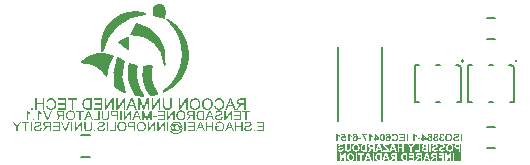
<source format=gbo>
G04*
G04 #@! TF.GenerationSoftware,Altium Limited,Altium Designer,21.4.1 (30)*
G04*
G04 Layer_Color=32896*
%FSLAX44Y44*%
%MOMM*%
G71*
G04*
G04 #@! TF.SameCoordinates,910F416B-8F7A-4B00-9735-5684A02CBE25*
G04*
G04*
G04 #@! TF.FilePolarity,Positive*
G04*
G01*
G75*
%ADD10C,0.0100*%
%ADD15C,0.1270*%
%ADD16C,0.1524*%
%ADD69C,0.1520*%
G36*
X413527Y400293D02*
X413527Y400293D01*
X413526Y400306D01*
X413526Y400332D01*
X413526Y400357D01*
X413526Y400383D01*
Y400396D01*
X413527Y400293D01*
D02*
G37*
G36*
X419912Y405478D02*
X421805Y404577D01*
X423192Y403007D01*
X423853Y401019D01*
X423767Y399975D01*
X423767Y399975D01*
X423766Y399963D01*
X423754Y399941D01*
X423734Y399928D01*
X423710Y399924D01*
X423698Y399927D01*
X422505Y393489D01*
X422504D01*
X422502Y393478D01*
X422489Y393459D01*
X422469Y393447D01*
X422445Y393444D01*
X422434Y393448D01*
X413602Y396411D01*
X413594Y396414D01*
X413580Y396424D01*
X413571Y396438D01*
X413565Y396454D01*
X413565Y396462D01*
X413527Y400293D01*
X413526Y400396D01*
Y401444D01*
X414347Y403371D01*
X415859Y404822D01*
X417819Y405564D01*
X419912Y405478D01*
D02*
G37*
G36*
X407250Y397139D02*
X407250Y397139D01*
X407250D01*
Y397139D01*
D02*
G37*
G36*
X392331Y367706D02*
X384670Y373294D01*
X385707Y373616D01*
X387725Y374416D01*
X389653Y375415D01*
X391470Y376605D01*
X392331Y377267D01*
Y367706D01*
D02*
G37*
G36*
X404917Y397921D02*
X407250Y397139D01*
X405066Y396959D01*
X400744Y396240D01*
X396527Y395049D01*
X392467Y393402D01*
X388613Y391319D01*
X385012Y388823D01*
X381706Y385947D01*
X378738Y382725D01*
X376142Y379195D01*
X373950Y375402D01*
X372188Y371390D01*
X370879Y367209D01*
X370399Y365070D01*
X369947Y367489D01*
X369890Y372409D01*
X370682Y377265D01*
X372300Y381912D01*
X374695Y386211D01*
X377794Y390033D01*
X381506Y393263D01*
X385719Y395805D01*
X390307Y397582D01*
X395133Y398543D01*
X400052Y398656D01*
X404917Y397921D01*
D02*
G37*
G36*
X384184Y359431D02*
X385383Y358587D01*
X386616Y357792D01*
X387879Y357049D01*
X388522Y356696D01*
Y356696D01*
Y356696D01*
D01*
X388019Y355117D01*
X387233Y351899D01*
X386747Y348621D01*
X386567Y345313D01*
X386693Y342002D01*
X387125Y338717D01*
X387859Y335486D01*
X388887Y332336D01*
X389510Y330800D01*
X388451Y331222D01*
X386379Y332175D01*
X384362Y333237D01*
X382403Y334405D01*
X381456Y335039D01*
X380825Y338140D01*
X380462Y344457D01*
X381006Y350762D01*
X382445Y356924D01*
X383598Y359870D01*
X383598Y359870D01*
X384184Y359431D01*
D02*
G37*
G36*
X399612Y388630D02*
X401505Y388260D01*
X405162Y387036D01*
X408630Y385350D01*
X411851Y383229D01*
X414771Y380709D01*
X417341Y377834D01*
X419518Y374650D01*
X421264Y371212D01*
X422552Y367576D01*
X423358Y363805D01*
X423671Y359961D01*
X423483Y356109D01*
X423142Y354211D01*
Y354211D01*
X423142D01*
X423142Y354211D01*
X423017Y355973D01*
X422420Y359452D01*
X421368Y362822D01*
X419879Y366024D01*
X417981Y369000D01*
X415706Y371700D01*
X413094Y374075D01*
X410191Y376084D01*
X407047Y377691D01*
X403719Y378869D01*
X400264Y379596D01*
X396744Y379860D01*
X394978Y379817D01*
X395777Y380787D01*
X397197Y382857D01*
X398365Y385079D01*
X399266Y387423D01*
X399612Y388630D01*
Y388630D01*
D02*
G37*
G36*
X374208Y362906D02*
X377663Y361945D01*
X379296Y361205D01*
X379296Y361205D01*
X378098Y359373D01*
X376127Y355468D01*
X374756Y351314D01*
X374016Y347003D01*
X373888Y344818D01*
X373888D01*
X373028Y346115D01*
X371064Y348527D01*
X368801Y350661D01*
X366278Y352480D01*
X363538Y353953D01*
X360628Y355054D01*
X357600Y355765D01*
X354505Y356073D01*
X352948Y356074D01*
X354184Y357373D01*
X357026Y359560D01*
X360171Y361283D01*
X363543Y362502D01*
X367063Y363188D01*
X370646Y363323D01*
X374208Y362906D01*
D02*
G37*
G36*
X427870Y390973D02*
X432211Y387509D01*
X435939Y383393D01*
X438960Y378732D01*
X441194Y373648D01*
X442584Y368270D01*
X443094Y362740D01*
X442710Y357200D01*
X441443Y351792D01*
X439325Y346658D01*
X436411Y341930D01*
X432777Y337730D01*
X430647Y335949D01*
X429643Y335221D01*
X427555Y333883D01*
X425394Y332668D01*
X423166Y331579D01*
X422022Y331100D01*
X424362Y332877D01*
X428608Y336933D01*
X432199Y341579D01*
X435052Y346712D01*
X437103Y352214D01*
X438307Y357961D01*
X438635Y363824D01*
X438080Y369670D01*
X436656Y375367D01*
X434393Y380785D01*
X431344Y385804D01*
X427577Y390308D01*
X425450Y392335D01*
X427870Y390973D01*
D02*
G37*
G36*
X411978Y351524D02*
X411569Y348432D01*
X411508Y345313D01*
X411797Y342207D01*
X412431Y339153D01*
X413403Y336189D01*
X414700Y333352D01*
X416306Y330678D01*
X417218Y329413D01*
Y329413D01*
X416493Y329206D01*
X415030Y328842D01*
X413554Y328530D01*
X412068Y328270D01*
X411322Y328167D01*
Y328167D01*
X410285Y329405D01*
X408526Y332114D01*
X407109Y335017D01*
X406055Y338070D01*
X405379Y341229D01*
X405091Y344447D01*
X405195Y347675D01*
X405690Y350867D01*
X406129Y352421D01*
X406129D01*
X406907Y352441D01*
X408459Y352532D01*
X410006Y352689D01*
X411545Y352912D01*
X412311Y353049D01*
X412311Y353049D01*
X411978Y351524D01*
D02*
G37*
G36*
X394238Y354244D02*
X395734Y353785D01*
X397249Y353391D01*
X398779Y353064D01*
X399549Y352924D01*
X399264Y351287D01*
X398955Y347980D01*
X398995Y344658D01*
X399385Y341359D01*
X400120Y338119D01*
X401192Y334975D01*
X402589Y331961D01*
X404296Y329111D01*
X405259Y327757D01*
X404472Y327760D01*
X402898Y327822D01*
X401327Y327943D01*
X399762Y328121D01*
X398983Y328238D01*
X397971Y329640D01*
X396252Y332639D01*
X394857Y335801D01*
X393800Y339092D01*
X393093Y342476D01*
X392744Y345915D01*
X392757Y349372D01*
X393132Y352808D01*
X393498Y354497D01*
Y354497D01*
X394238Y354244D01*
D02*
G37*
G36*
X664768Y285988D02*
X664842Y285979D01*
X664915Y285970D01*
X665100Y285933D01*
X665304Y285859D01*
X665415Y285822D01*
X665526Y285766D01*
X665627Y285702D01*
X665738Y285628D01*
X665840Y285544D01*
X665933Y285443D01*
X665942Y285434D01*
X665951Y285415D01*
X665979Y285387D01*
X666006Y285341D01*
X666043Y285276D01*
X666080Y285212D01*
X666127Y285128D01*
X666173Y285027D01*
X666219Y284916D01*
X666265Y284795D01*
X666302Y284657D01*
X666339Y284509D01*
X666367Y284342D01*
X666395Y284167D01*
X666404Y283982D01*
X666413Y283778D01*
Y283769D01*
Y283732D01*
Y283677D01*
X666404Y283603D01*
X666395Y283510D01*
X666386Y283400D01*
X666367Y283288D01*
X666349Y283159D01*
X666293Y282891D01*
X666201Y282623D01*
X666145Y282484D01*
X666080Y282355D01*
X665997Y282234D01*
X665914Y282124D01*
X665905Y282114D01*
X665886Y282096D01*
X665859Y282068D01*
X665822Y282040D01*
X665775Y281994D01*
X665711Y281948D01*
X665646Y281892D01*
X665563Y281846D01*
X665387Y281735D01*
X665165Y281652D01*
X665045Y281615D01*
X664915Y281587D01*
X664777Y281569D01*
X664638Y281560D01*
X664564D01*
X664509Y281569D01*
X664444Y281578D01*
X664370Y281587D01*
X664194Y281633D01*
X663991Y281698D01*
X663889Y281744D01*
X663778Y281791D01*
X663677Y281855D01*
X663566Y281929D01*
X663464Y282013D01*
X663372Y282114D01*
X663362Y282124D01*
X663353Y282142D01*
X663325Y282170D01*
X663298Y282216D01*
X663251Y282281D01*
X663214Y282355D01*
X663168Y282438D01*
X663122Y282540D01*
X663076Y282651D01*
X663029Y282771D01*
X662983Y282909D01*
X662946Y283067D01*
X662918Y283224D01*
X662891Y283400D01*
X662881Y283594D01*
X662872Y283797D01*
Y283806D01*
Y283843D01*
Y283899D01*
X662881Y283982D01*
X662891Y284074D01*
X662900Y284176D01*
X662909Y284296D01*
X662937Y284417D01*
X662992Y284685D01*
X663076Y284962D01*
X663131Y285101D01*
X663196Y285221D01*
X663279Y285341D01*
X663362Y285452D01*
X663372Y285461D01*
X663381Y285480D01*
X663409Y285498D01*
X663446Y285535D01*
X663501Y285581D01*
X663556Y285628D01*
X663621Y285674D01*
X663704Y285729D01*
X663788Y285776D01*
X663889Y285822D01*
X664102Y285914D01*
X664222Y285951D01*
X664352Y285970D01*
X664490Y285988D01*
X664638Y285998D01*
X664712D01*
X664768Y285988D01*
D02*
G37*
G36*
X585302D02*
X585376Y285979D01*
X585450Y285970D01*
X585634Y285933D01*
X585838Y285859D01*
X585949Y285822D01*
X586060Y285766D01*
X586161Y285702D01*
X586273Y285628D01*
X586374Y285544D01*
X586467Y285443D01*
X586476Y285434D01*
X586485Y285415D01*
X586513Y285387D01*
X586541Y285341D01*
X586578Y285276D01*
X586614Y285212D01*
X586661Y285128D01*
X586707Y285027D01*
X586753Y284916D01*
X586800Y284795D01*
X586836Y284657D01*
X586873Y284509D01*
X586901Y284342D01*
X586929Y284167D01*
X586938Y283982D01*
X586947Y283778D01*
Y283769D01*
Y283732D01*
Y283677D01*
X586938Y283603D01*
X586929Y283510D01*
X586920Y283400D01*
X586901Y283288D01*
X586883Y283159D01*
X586827Y282891D01*
X586735Y282623D01*
X586679Y282484D01*
X586614Y282355D01*
X586531Y282234D01*
X586448Y282124D01*
X586439Y282114D01*
X586420Y282096D01*
X586393Y282068D01*
X586356Y282040D01*
X586309Y281994D01*
X586245Y281948D01*
X586180Y281892D01*
X586097Y281846D01*
X585921Y281735D01*
X585699Y281652D01*
X585579Y281615D01*
X585450Y281587D01*
X585311Y281569D01*
X585172Y281560D01*
X585098D01*
X585043Y281569D01*
X584978Y281578D01*
X584904Y281587D01*
X584728Y281633D01*
X584525Y281698D01*
X584423Y281744D01*
X584312Y281791D01*
X584211Y281855D01*
X584100Y281929D01*
X583998Y282013D01*
X583906Y282114D01*
X583896Y282124D01*
X583887Y282142D01*
X583859Y282170D01*
X583832Y282216D01*
X583785Y282281D01*
X583748Y282355D01*
X583702Y282438D01*
X583656Y282540D01*
X583610Y282651D01*
X583563Y282771D01*
X583517Y282909D01*
X583480Y283067D01*
X583453Y283224D01*
X583425Y283400D01*
X583416Y283594D01*
X583406Y283797D01*
Y283806D01*
Y283843D01*
Y283899D01*
X583416Y283982D01*
X583425Y284074D01*
X583434Y284176D01*
X583443Y284296D01*
X583471Y284417D01*
X583526Y284685D01*
X583610Y284962D01*
X583665Y285101D01*
X583730Y285221D01*
X583813Y285341D01*
X583896Y285452D01*
X583906Y285461D01*
X583915Y285480D01*
X583943Y285498D01*
X583980Y285535D01*
X584035Y285581D01*
X584090Y285628D01*
X584155Y285674D01*
X584238Y285729D01*
X584322Y285776D01*
X584423Y285822D01*
X584636Y285914D01*
X584756Y285951D01*
X584886Y285970D01*
X585024Y285988D01*
X585172Y285998D01*
X585246D01*
X585302Y285988D01*
D02*
G37*
G36*
X674378Y280459D02*
Y272493D01*
X568803D01*
Y280459D01*
Y287098D01*
X572265D01*
X572182Y287089D01*
X572080Y287079D01*
X571960Y287070D01*
X571840Y287052D01*
X571701Y287033D01*
X571405Y286968D01*
X571258Y286922D01*
X571110Y286876D01*
X570962Y286811D01*
X570823Y286737D01*
X570694Y286654D01*
X570573Y286562D01*
X570564Y286552D01*
X570546Y286534D01*
X570518Y286506D01*
X570481Y286469D01*
X570435Y286413D01*
X570379Y286349D01*
X570324Y286275D01*
X570259Y286192D01*
X570204Y286090D01*
X570148Y285988D01*
X570093Y285868D01*
X570046Y285739D01*
X570000Y285609D01*
X569963Y285461D01*
X569935Y285313D01*
X569926Y285147D01*
X571221Y285101D01*
Y285110D01*
Y285119D01*
X571239Y285184D01*
X571258Y285267D01*
X571295Y285369D01*
X571341Y285489D01*
X571405Y285600D01*
X571489Y285711D01*
X571581Y285803D01*
X571590Y285813D01*
X571627Y285840D01*
X571692Y285877D01*
X571785Y285914D01*
X571896Y285951D01*
X572034Y285988D01*
X572201Y286016D01*
X572395Y286025D01*
X572487D01*
X572589Y286016D01*
X572709Y285998D01*
X572848Y285970D01*
X572996Y285924D01*
X573134Y285868D01*
X573264Y285785D01*
X573273Y285776D01*
X573292Y285757D01*
X573329Y285729D01*
X573366Y285683D01*
X573403Y285628D01*
X573440Y285554D01*
X573458Y285480D01*
X573467Y285387D01*
Y285378D01*
Y285350D01*
X573458Y285304D01*
X573440Y285258D01*
X573421Y285193D01*
X573393Y285128D01*
X573347Y285064D01*
X573282Y284999D01*
X573273Y284990D01*
X573227Y284962D01*
X573199Y284944D01*
X573153Y284925D01*
X573107Y284897D01*
X573042Y284869D01*
X572968Y284842D01*
X572885Y284805D01*
X572783Y284768D01*
X572681Y284731D01*
X572552Y284694D01*
X572413Y284657D01*
X572265Y284620D01*
X572099Y284574D01*
X572090D01*
X572053Y284564D01*
X572006Y284555D01*
X571942Y284537D01*
X571868Y284518D01*
X571775Y284490D01*
X571674Y284463D01*
X571572Y284435D01*
X571350Y284361D01*
X571119Y284287D01*
X570897Y284204D01*
X570805Y284158D01*
X570712Y284111D01*
X570703D01*
X570694Y284102D01*
X570638Y284065D01*
X570555Y284010D01*
X570453Y283936D01*
X570342Y283843D01*
X570222Y283732D01*
X570102Y283603D01*
X570000Y283455D01*
X569991Y283436D01*
X569963Y283381D01*
X569917Y283298D01*
X569871Y283178D01*
X569824Y283030D01*
X569778Y282854D01*
X569751Y282660D01*
X569741Y282438D01*
Y282346D01*
X569751Y282299D01*
X569760Y282234D01*
X569778Y282105D01*
X569815Y281939D01*
X569871Y281763D01*
X569954Y281587D01*
X570056Y281402D01*
Y281393D01*
X570074Y281384D01*
X570111Y281328D01*
X570185Y281236D01*
X570278Y281134D01*
X570398Y281014D01*
X570555Y280903D01*
X570721Y280792D01*
X570925Y280690D01*
X570934D01*
X570952Y280681D01*
X570980Y280672D01*
X571026Y280653D01*
X571082Y280635D01*
X571147Y280616D01*
X571221Y280598D01*
X571304Y280580D01*
X571405Y280552D01*
X571507Y280533D01*
X571748Y280496D01*
X572016Y280469D01*
X572312Y280459D01*
X572432D01*
X572515Y280469D01*
X572617Y280478D01*
X572728Y280487D01*
X572857Y280506D01*
X572996Y280533D01*
X573301Y280598D01*
X573458Y280644D01*
X573606Y280690D01*
X573763Y280755D01*
X573911Y280829D01*
X574050Y280912D01*
X574179Y281014D01*
X574188Y281023D01*
X574207Y281042D01*
X574244Y281070D01*
X574281Y281116D01*
X574336Y281180D01*
X574392Y281255D01*
X574457Y281338D01*
X574521Y281430D01*
X574586Y281541D01*
X574651Y281661D01*
X574715Y281800D01*
X574780Y281948D01*
X574826Y282105D01*
X574882Y282281D01*
X574919Y282466D01*
X574947Y282660D01*
X573689Y282780D01*
Y282771D01*
X573680Y282752D01*
Y282715D01*
X573671Y282678D01*
X573634Y282567D01*
X573587Y282429D01*
X573532Y282271D01*
X573449Y282114D01*
X573356Y281976D01*
X573236Y281846D01*
X573218Y281837D01*
X573171Y281800D01*
X573097Y281754D01*
X572986Y281698D01*
X572848Y281643D01*
X572691Y281597D01*
X572506Y281560D01*
X572293Y281550D01*
X572191D01*
X572080Y281569D01*
X571942Y281587D01*
X571794Y281615D01*
X571637Y281661D01*
X571489Y281726D01*
X571359Y281809D01*
X571341Y281819D01*
X571304Y281855D01*
X571258Y281911D01*
X571193Y281985D01*
X571137Y282077D01*
X571082Y282188D01*
X571045Y282299D01*
X571036Y282429D01*
Y282438D01*
Y282466D01*
X571045Y282512D01*
X571054Y282567D01*
X571073Y282623D01*
X571091Y282687D01*
X571128Y282752D01*
X571174Y282817D01*
X571184Y282826D01*
X571202Y282845D01*
X571230Y282873D01*
X571276Y282909D01*
X571341Y282956D01*
X571424Y283002D01*
X571516Y283048D01*
X571637Y283094D01*
X571646D01*
X571683Y283113D01*
X571748Y283131D01*
X571794Y283150D01*
X571849Y283159D01*
X571914Y283178D01*
X571988Y283205D01*
X572071Y283224D01*
X572164Y283251D01*
X572275Y283279D01*
X572395Y283307D01*
X572524Y283344D01*
X572672Y283381D01*
X572681D01*
X572718Y283390D01*
X572774Y283409D01*
X572839Y283427D01*
X572922Y283455D01*
X573023Y283483D01*
X573125Y283520D01*
X573245Y283557D01*
X573486Y283649D01*
X573717Y283760D01*
X573837Y283815D01*
X573939Y283880D01*
X574040Y283945D01*
X574124Y284010D01*
X574133Y284019D01*
X574151Y284037D01*
X574179Y284065D01*
X574216Y284102D01*
X574262Y284158D01*
X574309Y284222D01*
X574364Y284287D01*
X574410Y284370D01*
X574521Y284564D01*
X574614Y284786D01*
X574651Y284907D01*
X574678Y285027D01*
X574697Y285165D01*
X574706Y285304D01*
Y285313D01*
Y285322D01*
Y285350D01*
Y285387D01*
X574688Y285480D01*
X574669Y285600D01*
X574641Y285739D01*
X574595Y285896D01*
X574531Y286062D01*
X574438Y286219D01*
Y286229D01*
X574429Y286238D01*
X574383Y286293D01*
X574327Y286367D01*
X574235Y286460D01*
X574124Y286562D01*
X573985Y286672D01*
X573828Y286774D01*
X573643Y286867D01*
X573634D01*
X573615Y286876D01*
X573587Y286885D01*
X573550Y286903D01*
X573495Y286922D01*
X573440Y286940D01*
X573366Y286959D01*
X573282Y286987D01*
X573097Y287024D01*
X572885Y287061D01*
X572644Y287089D01*
X572376Y287098D01*
X585126D01*
X585052Y287089D01*
X584960D01*
X584839Y287070D01*
X584701Y287052D01*
X584543Y287024D01*
X584377Y286987D01*
X584201Y286940D01*
X584016Y286885D01*
X583832Y286811D01*
X583638Y286728D01*
X583453Y286626D01*
X583268Y286506D01*
X583092Y286367D01*
X582926Y286210D01*
X582916Y286201D01*
X582889Y286173D01*
X582842Y286118D01*
X582796Y286053D01*
X582731Y285961D01*
X582657Y285849D01*
X582584Y285720D01*
X582500Y285572D01*
X582417Y285415D01*
X582343Y285230D01*
X582269Y285027D01*
X582204Y284814D01*
X582149Y284574D01*
X582112Y284324D01*
X582084Y284056D01*
X582075Y283769D01*
Y283705D01*
X582084Y283621D01*
Y283510D01*
X582103Y283381D01*
X582121Y283233D01*
X582149Y283057D01*
X582177Y282882D01*
X582223Y282687D01*
X582278Y282484D01*
X582352Y282281D01*
X582435Y282077D01*
X582528Y281883D01*
X582648Y281689D01*
X582778Y281504D01*
X582926Y281328D01*
X582935Y281319D01*
X582962Y281292D01*
X583009Y281245D01*
X583083Y281190D01*
X583166Y281125D01*
X583268Y281051D01*
X583388Y280977D01*
X583517Y280894D01*
X583674Y280811D01*
X583841Y280737D01*
X584026Y280663D01*
X584229Y280598D01*
X584442Y280543D01*
X584673Y280496D01*
X584913Y280469D01*
X585172Y280459D01*
X585237D01*
X585311Y280469D01*
X585403Y280478D01*
X585524Y280487D01*
X585662Y280506D01*
X585819Y280533D01*
X585986Y280570D01*
X586171Y280616D01*
X586346Y280672D01*
X586541Y280746D01*
X586726Y280829D01*
X586920Y280922D01*
X587095Y281042D01*
X587271Y281171D01*
X587437Y281328D01*
X587447Y281338D01*
X587474Y281365D01*
X587511Y281421D01*
X587567Y281486D01*
X587632Y281578D01*
X587705Y281689D01*
X587780Y281809D01*
X587854Y281957D01*
X587937Y282114D01*
X588011Y282299D01*
X588085Y282493D01*
X588149Y282706D01*
X588205Y282937D01*
X588242Y283187D01*
X588270Y283455D01*
X588279Y283732D01*
Y283825D01*
X588270Y283899D01*
Y283982D01*
X588260Y284074D01*
X588251Y284185D01*
X588242Y284305D01*
X588205Y284564D01*
X588159Y284842D01*
X588085Y285119D01*
X587992Y285378D01*
Y285387D01*
X587983Y285396D01*
X587964Y285424D01*
X587955Y285461D01*
X587900Y285554D01*
X587835Y285674D01*
X587752Y285813D01*
X587650Y285951D01*
X587530Y286108D01*
X587400Y286256D01*
X587391Y286266D01*
X587382Y286275D01*
X587336Y286321D01*
X587253Y286395D01*
X587151Y286478D01*
X587031Y286571D01*
X586892Y286672D01*
X586735Y286765D01*
X586568Y286839D01*
X586559D01*
X586541Y286848D01*
X586504Y286867D01*
X586457Y286876D01*
X586402Y286903D01*
X586337Y286922D01*
X586254Y286940D01*
X586171Y286968D01*
X585967Y287015D01*
X585736Y287061D01*
X585468Y287089D01*
X585191Y287098D01*
X652221D01*
X652138Y287089D01*
X652036Y287079D01*
X651916Y287070D01*
X651796Y287052D01*
X651657Y287033D01*
X651361Y286968D01*
X651214Y286922D01*
X651066Y286876D01*
X650918Y286811D01*
X650779Y286737D01*
X650650Y286654D01*
X650529Y286562D01*
X650520Y286552D01*
X650502Y286534D01*
X650474Y286506D01*
X650437Y286469D01*
X650391Y286413D01*
X650335Y286349D01*
X650280Y286275D01*
X650215Y286192D01*
X650160Y286090D01*
X650104Y285988D01*
X650049Y285868D01*
X650002Y285739D01*
X649956Y285609D01*
X649919Y285461D01*
X649891Y285313D01*
X649882Y285147D01*
X651177Y285101D01*
Y285110D01*
Y285119D01*
X651195Y285184D01*
X651214Y285267D01*
X651251Y285369D01*
X651297Y285489D01*
X651361Y285600D01*
X651445Y285711D01*
X651537Y285803D01*
X651546Y285813D01*
X651583Y285840D01*
X651648Y285877D01*
X651741Y285914D01*
X651852Y285951D01*
X651990Y285988D01*
X652157Y286016D01*
X652351Y286025D01*
X652443D01*
X652545Y286016D01*
X652665Y285998D01*
X652804Y285970D01*
X652952Y285924D01*
X653090Y285868D01*
X653220Y285785D01*
X653229Y285776D01*
X653248Y285757D01*
X653285Y285729D01*
X653322Y285683D01*
X653359Y285628D01*
X653395Y285554D01*
X653414Y285480D01*
X653423Y285387D01*
Y285378D01*
Y285350D01*
X653414Y285304D01*
X653395Y285258D01*
X653377Y285193D01*
X653349Y285128D01*
X653303Y285064D01*
X653238Y284999D01*
X653229Y284990D01*
X653183Y284962D01*
X653155Y284944D01*
X653109Y284925D01*
X653063Y284897D01*
X652998Y284869D01*
X652924Y284842D01*
X652841Y284805D01*
X652739Y284768D01*
X652637Y284731D01*
X652508Y284694D01*
X652369Y284657D01*
X652221Y284620D01*
X652055Y284574D01*
X652046D01*
X652009Y284564D01*
X651963Y284555D01*
X651898Y284537D01*
X651824Y284518D01*
X651731Y284490D01*
X651630Y284463D01*
X651528Y284435D01*
X651306Y284361D01*
X651075Y284287D01*
X650853Y284204D01*
X650760Y284158D01*
X650668Y284111D01*
X650659D01*
X650650Y284102D01*
X650594Y284065D01*
X650511Y284010D01*
X650409Y283936D01*
X650298Y283843D01*
X650178Y283732D01*
X650058Y283603D01*
X649956Y283455D01*
X649947Y283436D01*
X649919Y283381D01*
X649873Y283298D01*
X649827Y283178D01*
X649781Y283030D01*
X649734Y282854D01*
X649706Y282660D01*
X649697Y282438D01*
Y282346D01*
X649706Y282299D01*
X649716Y282234D01*
X649734Y282105D01*
X649771Y281939D01*
X649827Y281763D01*
X649910Y281587D01*
X650012Y281402D01*
Y281393D01*
X650030Y281384D01*
X650067Y281328D01*
X650141Y281236D01*
X650234Y281134D01*
X650354Y281014D01*
X650511Y280903D01*
X650677Y280792D01*
X650881Y280690D01*
X650890D01*
X650909Y280681D01*
X650936Y280672D01*
X650982Y280653D01*
X651038Y280635D01*
X651103Y280616D01*
X651177Y280598D01*
X651260Y280580D01*
X651361Y280552D01*
X651463Y280533D01*
X651704Y280496D01*
X651972Y280469D01*
X652268Y280459D01*
X652388D01*
X652471Y280469D01*
X652573Y280478D01*
X652684Y280487D01*
X652813Y280506D01*
X652952Y280533D01*
X653257Y280598D01*
X653414Y280644D01*
X653562Y280690D01*
X653719Y280755D01*
X653867Y280829D01*
X654006Y280912D01*
X654135Y281014D01*
X654144Y281023D01*
X654163Y281042D01*
X654200Y281070D01*
X654237Y281116D01*
X654292Y281180D01*
X654348Y281255D01*
X654413Y281338D01*
X654477Y281430D01*
X654542Y281541D01*
X654607Y281661D01*
X654671Y281800D01*
X654736Y281948D01*
X654782Y282105D01*
X654838Y282281D01*
X654875Y282466D01*
X654903Y282660D01*
X653645Y282780D01*
Y282771D01*
X653636Y282752D01*
Y282715D01*
X653627Y282678D01*
X653590Y282567D01*
X653543Y282429D01*
X653488Y282271D01*
X653405Y282114D01*
X653312Y281976D01*
X653192Y281846D01*
X653174Y281837D01*
X653127Y281800D01*
X653053Y281754D01*
X652943Y281698D01*
X652804Y281643D01*
X652647Y281597D01*
X652462Y281560D01*
X652249Y281550D01*
X652147D01*
X652036Y281569D01*
X651898Y281587D01*
X651750Y281615D01*
X651593Y281661D01*
X651445Y281726D01*
X651315Y281809D01*
X651297Y281819D01*
X651260Y281855D01*
X651214Y281911D01*
X651149Y281985D01*
X651093Y282077D01*
X651038Y282188D01*
X651001Y282299D01*
X650992Y282429D01*
Y282438D01*
Y282466D01*
X651001Y282512D01*
X651010Y282567D01*
X651029Y282623D01*
X651047Y282687D01*
X651084Y282752D01*
X651130Y282817D01*
X651140Y282826D01*
X651158Y282845D01*
X651186Y282873D01*
X651232Y282909D01*
X651297Y282956D01*
X651380Y283002D01*
X651472Y283048D01*
X651593Y283094D01*
X651602D01*
X651639Y283113D01*
X651704Y283131D01*
X651750Y283150D01*
X651805Y283159D01*
X651870Y283178D01*
X651944Y283205D01*
X652027Y283224D01*
X652120Y283251D01*
X652231Y283279D01*
X652351Y283307D01*
X652480Y283344D01*
X652628Y283381D01*
X652637D01*
X652674Y283390D01*
X652730Y283409D01*
X652795Y283427D01*
X652878Y283455D01*
X652980Y283483D01*
X653081Y283520D01*
X653201Y283557D01*
X653442Y283649D01*
X653673Y283760D01*
X653793Y283815D01*
X653895Y283880D01*
X653997Y283945D01*
X654080Y284010D01*
X654089Y284019D01*
X654107Y284037D01*
X654135Y284065D01*
X654172Y284102D01*
X654218Y284158D01*
X654265Y284222D01*
X654320Y284287D01*
X654366Y284370D01*
X654477Y284564D01*
X654570Y284786D01*
X654607Y284907D01*
X654634Y285027D01*
X654653Y285165D01*
X654662Y285304D01*
Y285313D01*
Y285322D01*
Y285350D01*
Y285387D01*
X654644Y285480D01*
X654625Y285600D01*
X654597Y285739D01*
X654551Y285896D01*
X654486Y286062D01*
X654394Y286219D01*
Y286229D01*
X654385Y286238D01*
X654339Y286293D01*
X654283Y286367D01*
X654191Y286460D01*
X654080Y286562D01*
X653941Y286672D01*
X653784Y286774D01*
X653599Y286867D01*
X653590D01*
X653571Y286876D01*
X653543Y286885D01*
X653506Y286903D01*
X653451Y286922D01*
X653395Y286940D01*
X653322Y286959D01*
X653238Y286987D01*
X653053Y287024D01*
X652841Y287061D01*
X652600Y287089D01*
X652332Y287098D01*
X658185D01*
X658102Y287089D01*
X658000Y287079D01*
X657880Y287070D01*
X657759Y287052D01*
X657621Y287033D01*
X657325Y286968D01*
X657177Y286922D01*
X657029Y286876D01*
X656881Y286811D01*
X656742Y286737D01*
X656613Y286654D01*
X656493Y286562D01*
X656484Y286552D01*
X656465Y286534D01*
X656437Y286506D01*
X656400Y286469D01*
X656354Y286413D01*
X656299Y286349D01*
X656243Y286275D01*
X656178Y286192D01*
X656123Y286090D01*
X656068Y285988D01*
X656012Y285868D01*
X655966Y285739D01*
X655920Y285609D01*
X655883Y285461D01*
X655855Y285313D01*
X655846Y285147D01*
X657140Y285101D01*
Y285110D01*
Y285119D01*
X657159Y285184D01*
X657177Y285267D01*
X657214Y285369D01*
X657260Y285489D01*
X657325Y285600D01*
X657408Y285711D01*
X657501Y285803D01*
X657510Y285813D01*
X657547Y285840D01*
X657611Y285877D01*
X657704Y285914D01*
X657815Y285951D01*
X657954Y285988D01*
X658120Y286016D01*
X658314Y286025D01*
X658407D01*
X658508Y286016D01*
X658628Y285998D01*
X658767Y285970D01*
X658915Y285924D01*
X659054Y285868D01*
X659183Y285785D01*
X659193Y285776D01*
X659211Y285757D01*
X659248Y285729D01*
X659285Y285683D01*
X659322Y285628D01*
X659359Y285554D01*
X659377Y285480D01*
X659387Y285387D01*
Y285378D01*
Y285350D01*
X659377Y285304D01*
X659359Y285258D01*
X659340Y285193D01*
X659313Y285128D01*
X659267Y285064D01*
X659202Y284999D01*
X659193Y284990D01*
X659146Y284962D01*
X659118Y284944D01*
X659072Y284925D01*
X659026Y284897D01*
X658961Y284869D01*
X658887Y284842D01*
X658804Y284805D01*
X658702Y284768D01*
X658601Y284731D01*
X658471Y284694D01*
X658333Y284657D01*
X658185Y284620D01*
X658018Y284574D01*
X658009D01*
X657972Y284564D01*
X657926Y284555D01*
X657861Y284537D01*
X657787Y284518D01*
X657695Y284490D01*
X657593Y284463D01*
X657491Y284435D01*
X657269Y284361D01*
X657038Y284287D01*
X656816Y284204D01*
X656724Y284158D01*
X656631Y284111D01*
X656622D01*
X656613Y284102D01*
X656557Y284065D01*
X656474Y284010D01*
X656373Y283936D01*
X656262Y283843D01*
X656142Y283732D01*
X656021Y283603D01*
X655920Y283455D01*
X655910Y283436D01*
X655883Y283381D01*
X655836Y283298D01*
X655790Y283178D01*
X655744Y283030D01*
X655698Y282854D01*
X655670Y282660D01*
X655661Y282438D01*
Y282346D01*
X655670Y282299D01*
X655679Y282234D01*
X655698Y282105D01*
X655735Y281939D01*
X655790Y281763D01*
X655873Y281587D01*
X655975Y281402D01*
Y281393D01*
X655993Y281384D01*
X656031Y281328D01*
X656105Y281236D01*
X656197Y281134D01*
X656317Y281014D01*
X656474Y280903D01*
X656641Y280792D01*
X656844Y280690D01*
X656853D01*
X656872Y280681D01*
X656900Y280672D01*
X656946Y280653D01*
X657001Y280635D01*
X657066Y280616D01*
X657140Y280598D01*
X657223Y280580D01*
X657325Y280552D01*
X657427Y280533D01*
X657667Y280496D01*
X657935Y280469D01*
X658231Y280459D01*
X658351D01*
X658434Y280469D01*
X658536Y280478D01*
X658647Y280487D01*
X658776Y280506D01*
X658915Y280533D01*
X659220Y280598D01*
X659377Y280644D01*
X659525Y280690D01*
X659682Y280755D01*
X659830Y280829D01*
X659969Y280912D01*
X660099Y281014D01*
X660108Y281023D01*
X660126Y281042D01*
X660163Y281070D01*
X660200Y281116D01*
X660256Y281180D01*
X660311Y281255D01*
X660376Y281338D01*
X660441Y281430D01*
X660505Y281541D01*
X660570Y281661D01*
X660635Y281800D01*
X660699Y281948D01*
X660746Y282105D01*
X660801Y282281D01*
X660838Y282466D01*
X660866Y282660D01*
X659609Y282780D01*
Y282771D01*
X659599Y282752D01*
Y282715D01*
X659590Y282678D01*
X659553Y282567D01*
X659507Y282429D01*
X659451Y282271D01*
X659368Y282114D01*
X659276Y281976D01*
X659156Y281846D01*
X659137Y281837D01*
X659091Y281800D01*
X659017Y281754D01*
X658906Y281698D01*
X658767Y281643D01*
X658610Y281597D01*
X658425Y281560D01*
X658213Y281550D01*
X658111D01*
X658000Y281569D01*
X657861Y281587D01*
X657713Y281615D01*
X657556Y281661D01*
X657408Y281726D01*
X657279Y281809D01*
X657260Y281819D01*
X657223Y281855D01*
X657177Y281911D01*
X657112Y281985D01*
X657057Y282077D01*
X657001Y282188D01*
X656964Y282299D01*
X656955Y282429D01*
Y282438D01*
Y282466D01*
X656964Y282512D01*
X656974Y282567D01*
X656992Y282623D01*
X657010Y282687D01*
X657048Y282752D01*
X657094Y282817D01*
X657103Y282826D01*
X657122Y282845D01*
X657149Y282873D01*
X657196Y282909D01*
X657260Y282956D01*
X657343Y283002D01*
X657436Y283048D01*
X657556Y283094D01*
X657565D01*
X657602Y283113D01*
X657667Y283131D01*
X657713Y283150D01*
X657769Y283159D01*
X657833Y283178D01*
X657907Y283205D01*
X657991Y283224D01*
X658083Y283251D01*
X658194Y283279D01*
X658314Y283307D01*
X658444Y283344D01*
X658592Y283381D01*
X658601D01*
X658638Y283390D01*
X658693Y283409D01*
X658758Y283427D01*
X658841Y283455D01*
X658943Y283483D01*
X659045Y283520D01*
X659165Y283557D01*
X659405Y283649D01*
X659636Y283760D01*
X659756Y283815D01*
X659858Y283880D01*
X659960Y283945D01*
X660043Y284010D01*
X660052Y284019D01*
X660071Y284037D01*
X660099Y284065D01*
X660136Y284102D01*
X660182Y284158D01*
X660228Y284222D01*
X660284Y284287D01*
X660330Y284370D01*
X660441Y284564D01*
X660533Y284786D01*
X660570Y284907D01*
X660598Y285027D01*
X660616Y285165D01*
X660626Y285304D01*
Y285313D01*
Y285322D01*
Y285350D01*
Y285387D01*
X660607Y285480D01*
X660589Y285600D01*
X660561Y285739D01*
X660515Y285896D01*
X660450Y286062D01*
X660358Y286219D01*
Y286229D01*
X660348Y286238D01*
X660302Y286293D01*
X660247Y286367D01*
X660154Y286460D01*
X660043Y286562D01*
X659904Y286672D01*
X659747Y286774D01*
X659562Y286867D01*
X659553D01*
X659535Y286876D01*
X659507Y286885D01*
X659470Y286903D01*
X659414Y286922D01*
X659359Y286940D01*
X659285Y286959D01*
X659202Y286987D01*
X659017Y287024D01*
X658804Y287061D01*
X658564Y287089D01*
X658296Y287098D01*
X664592D01*
X664518Y287089D01*
X664426D01*
X664305Y287070D01*
X664167Y287052D01*
X664009Y287024D01*
X663843Y286987D01*
X663667Y286940D01*
X663483Y286885D01*
X663298Y286811D01*
X663103Y286728D01*
X662918Y286626D01*
X662734Y286506D01*
X662558Y286367D01*
X662392Y286210D01*
X662382Y286201D01*
X662355Y286173D01*
X662308Y286118D01*
X662262Y286053D01*
X662197Y285961D01*
X662123Y285849D01*
X662049Y285720D01*
X661966Y285572D01*
X661883Y285415D01*
X661809Y285230D01*
X661735Y285027D01*
X661670Y284814D01*
X661615Y284574D01*
X661578Y284324D01*
X661550Y284056D01*
X661541Y283769D01*
Y283705D01*
X661550Y283621D01*
Y283510D01*
X661569Y283381D01*
X661587Y283233D01*
X661615Y283057D01*
X661643Y282882D01*
X661689Y282687D01*
X661744Y282484D01*
X661818Y282281D01*
X661901Y282077D01*
X661994Y281883D01*
X662114Y281689D01*
X662244Y281504D01*
X662392Y281328D01*
X662401Y281319D01*
X662429Y281292D01*
X662475Y281245D01*
X662549Y281190D01*
X662632Y281125D01*
X662734Y281051D01*
X662854Y280977D01*
X662983Y280894D01*
X663140Y280811D01*
X663307Y280737D01*
X663492Y280663D01*
X663695Y280598D01*
X663908Y280543D01*
X664139Y280496D01*
X664379Y280469D01*
X664638Y280459D01*
X664703D01*
X664777Y280469D01*
X664869Y280478D01*
X664989Y280487D01*
X665128Y280506D01*
X665285Y280533D01*
X665452Y280570D01*
X665637Y280616D01*
X665812Y280672D01*
X666006Y280746D01*
X666191Y280829D01*
X666386Y280922D01*
X666561Y281042D01*
X666737Y281171D01*
X666903Y281328D01*
X666913Y281338D01*
X666940Y281365D01*
X666977Y281421D01*
X667033Y281486D01*
X667097Y281578D01*
X667171Y281689D01*
X667245Y281809D01*
X667319Y281957D01*
X667403Y282114D01*
X667477Y282299D01*
X667551Y282493D01*
X667615Y282706D01*
X667671Y282937D01*
X667708Y283187D01*
X667735Y283455D01*
X667745Y283732D01*
Y283825D01*
X667735Y283899D01*
Y283982D01*
X667726Y284074D01*
X667717Y284185D01*
X667708Y284305D01*
X667671Y284564D01*
X667625Y284842D01*
X667551Y285119D01*
X667458Y285378D01*
Y285387D01*
X667449Y285396D01*
X667430Y285424D01*
X667421Y285461D01*
X667366Y285554D01*
X667301Y285674D01*
X667218Y285813D01*
X667116Y285951D01*
X666996Y286108D01*
X666866Y286256D01*
X666857Y286266D01*
X666848Y286275D01*
X666802Y286321D01*
X666718Y286395D01*
X666617Y286478D01*
X666497Y286571D01*
X666358Y286672D01*
X666201Y286765D01*
X666034Y286839D01*
X666025D01*
X666006Y286848D01*
X665969Y286867D01*
X665923Y286876D01*
X665868Y286903D01*
X665803Y286922D01*
X665720Y286940D01*
X665637Y286968D01*
X665433Y287015D01*
X665202Y287061D01*
X664934Y287089D01*
X664657Y287098D01*
X674378D01*
Y280459D01*
D02*
G37*
G36*
X658041Y295702D02*
X658217Y295684D01*
X658383Y295647D01*
X658522Y295610D01*
X658633Y295573D01*
X658726Y295536D01*
X658781Y295518D01*
X658790Y295508D01*
X658800D01*
X658947Y295425D01*
X659086Y295333D01*
X659197Y295240D01*
X659289Y295157D01*
X659363Y295074D01*
X659419Y295009D01*
X659456Y294972D01*
X659465Y294953D01*
X659548Y294815D01*
X659622Y294667D01*
X659678Y294510D01*
X659733Y294362D01*
X659770Y294223D01*
X659798Y294121D01*
X659807Y294075D01*
Y294048D01*
X659817Y294029D01*
Y294020D01*
X658689Y293835D01*
X658661Y293983D01*
X658624Y294112D01*
X658587Y294223D01*
X658541Y294306D01*
X658494Y294380D01*
X658457Y294436D01*
X658430Y294464D01*
X658420Y294473D01*
X658337Y294547D01*
X658245Y294602D01*
X658152Y294639D01*
X658069Y294667D01*
X657995Y294685D01*
X657940Y294695D01*
X657884D01*
X657773Y294685D01*
X657662Y294667D01*
X657579Y294630D01*
X657505Y294602D01*
X657440Y294565D01*
X657403Y294528D01*
X657376Y294510D01*
X657366Y294501D01*
X657302Y294426D01*
X657255Y294334D01*
X657218Y294251D01*
X657200Y294168D01*
X657181Y294094D01*
X657172Y294038D01*
Y294001D01*
Y293983D01*
X657181Y293844D01*
X657209Y293724D01*
X657255Y293622D01*
X657302Y293539D01*
X657357Y293465D01*
X657394Y293419D01*
X657431Y293382D01*
X657440Y293372D01*
X657551Y293299D01*
X657672Y293243D01*
X657801Y293206D01*
X657921Y293178D01*
X658032Y293169D01*
X658124Y293160D01*
X658208D01*
X658337Y292171D01*
X658217Y292198D01*
X658115Y292226D01*
X658014Y292245D01*
X657930Y292254D01*
X657866Y292263D01*
X657773D01*
X657644Y292254D01*
X657533Y292217D01*
X657431Y292180D01*
X657339Y292124D01*
X657274Y292078D01*
X657218Y292032D01*
X657181Y291995D01*
X657172Y291986D01*
X657089Y291875D01*
X657024Y291755D01*
X656978Y291634D01*
X656941Y291514D01*
X656923Y291403D01*
X656913Y291320D01*
Y291264D01*
Y291255D01*
Y291246D01*
X656923Y291070D01*
X656950Y290913D01*
X656997Y290774D01*
X657043Y290664D01*
X657098Y290580D01*
X657135Y290516D01*
X657172Y290469D01*
X657181Y290460D01*
X657283Y290368D01*
X657394Y290294D01*
X657496Y290247D01*
X657598Y290210D01*
X657690Y290192D01*
X657755Y290183D01*
X657801Y290174D01*
X657819D01*
X657949Y290183D01*
X658060Y290210D01*
X658161Y290247D01*
X658254Y290294D01*
X658319Y290331D01*
X658374Y290368D01*
X658411Y290396D01*
X658420Y290405D01*
X658504Y290506D01*
X658578Y290617D01*
X658624Y290737D01*
X658670Y290849D01*
X658698Y290950D01*
X658716Y291033D01*
X658726Y291089D01*
Y291098D01*
Y291107D01*
X659909Y290959D01*
X659891Y290812D01*
X659854Y290673D01*
X659770Y290414D01*
X659669Y290192D01*
X659604Y290100D01*
X659548Y290007D01*
X659493Y289924D01*
X659437Y289859D01*
X659391Y289795D01*
X659345Y289748D01*
X659308Y289711D01*
X659280Y289683D01*
X659262Y289665D01*
X659252Y289656D01*
X659142Y289573D01*
X659021Y289489D01*
X658910Y289425D01*
X658781Y289369D01*
X658541Y289277D01*
X658319Y289221D01*
X658208Y289203D01*
X658115Y289184D01*
X658032Y289175D01*
X657958Y289166D01*
X657893Y289156D01*
X657810D01*
X657644Y289166D01*
X657477Y289184D01*
X657329Y289212D01*
X657181Y289249D01*
X657052Y289295D01*
X656923Y289342D01*
X656802Y289397D01*
X656701Y289452D01*
X656608Y289508D01*
X656516Y289563D01*
X656451Y289610D01*
X656386Y289656D01*
X656340Y289693D01*
X656303Y289720D01*
X656285Y289739D01*
X656275Y289748D01*
X656164Y289859D01*
X656072Y289979D01*
X655989Y290100D01*
X655915Y290220D01*
X655859Y290349D01*
X655804Y290469D01*
X655730Y290691D01*
X655711Y290793D01*
X655693Y290895D01*
X655675Y290978D01*
X655665Y291052D01*
X655656Y291107D01*
Y291154D01*
Y291181D01*
Y291191D01*
X655675Y291403D01*
X655711Y291588D01*
X655758Y291764D01*
X655822Y291903D01*
X655887Y292023D01*
X655933Y292106D01*
X655970Y292161D01*
X655989Y292180D01*
X656118Y292318D01*
X656266Y292439D01*
X656414Y292531D01*
X656553Y292605D01*
X656673Y292661D01*
X656775Y292688D01*
X656812Y292707D01*
X656839D01*
X656858Y292716D01*
X656867D01*
X656701Y292818D01*
X656562Y292920D01*
X656442Y293030D01*
X656331Y293141D01*
X656238Y293252D01*
X656164Y293363D01*
X656109Y293474D01*
X656053Y293576D01*
X656016Y293678D01*
X655989Y293770D01*
X655970Y293853D01*
X655961Y293927D01*
X655952Y293983D01*
X655943Y294029D01*
Y294057D01*
Y294066D01*
X655952Y294177D01*
X655961Y294279D01*
X656016Y294482D01*
X656081Y294667D01*
X656164Y294824D01*
X656248Y294953D01*
X656322Y295046D01*
X656349Y295083D01*
X656377Y295111D01*
X656386Y295120D01*
X656396Y295129D01*
X656497Y295231D01*
X656618Y295323D01*
X656729Y295397D01*
X656849Y295462D01*
X656978Y295527D01*
X657098Y295573D01*
X657329Y295638D01*
X657431Y295665D01*
X657533Y295684D01*
X657616Y295693D01*
X657699Y295702D01*
X657764Y295712D01*
X657847D01*
X658041Y295702D01*
D02*
G37*
G36*
X576662Y292254D02*
X575672Y292115D01*
X575589Y292198D01*
X575506Y292272D01*
X575423Y292337D01*
X575339Y292393D01*
X575182Y292476D01*
X575034Y292531D01*
X574905Y292559D01*
X574812Y292577D01*
X574776Y292587D01*
X574720D01*
X574572Y292577D01*
X574433Y292540D01*
X574313Y292494D01*
X574212Y292439D01*
X574137Y292374D01*
X574073Y292328D01*
X574036Y292291D01*
X574027Y292282D01*
X573934Y292161D01*
X573869Y292023D01*
X573823Y291875D01*
X573795Y291727D01*
X573768Y291597D01*
X573758Y291496D01*
Y291450D01*
Y291422D01*
Y291403D01*
Y291394D01*
X573768Y291172D01*
X573795Y290978D01*
X573842Y290821D01*
X573888Y290691D01*
X573943Y290580D01*
X573980Y290506D01*
X574017Y290469D01*
X574027Y290451D01*
X574128Y290349D01*
X574239Y290266D01*
X574350Y290210D01*
X574452Y290174D01*
X574544Y290155D01*
X574618Y290146D01*
X574664Y290137D01*
X574683D01*
X574803Y290146D01*
X574923Y290174D01*
X575025Y290210D01*
X575108Y290257D01*
X575182Y290303D01*
X575238Y290340D01*
X575275Y290368D01*
X575284Y290377D01*
X575367Y290479D01*
X575441Y290580D01*
X575497Y290691D01*
X575534Y290793D01*
X575561Y290886D01*
X575580Y290969D01*
X575589Y291015D01*
Y291033D01*
X576810Y290904D01*
X576782Y290756D01*
X576754Y290617D01*
X576662Y290368D01*
X576560Y290146D01*
X576504Y290053D01*
X576440Y289961D01*
X576384Y289887D01*
X576338Y289822D01*
X576283Y289767D01*
X576245Y289711D01*
X576208Y289674D01*
X576181Y289647D01*
X576162Y289637D01*
X576153Y289628D01*
X576042Y289545D01*
X575931Y289471D01*
X575811Y289406D01*
X575691Y289360D01*
X575441Y289268D01*
X575219Y289212D01*
X575108Y289193D01*
X575016Y289184D01*
X574923Y289175D01*
X574849Y289166D01*
X574785Y289156D01*
X574701D01*
X574498Y289166D01*
X574304Y289193D01*
X574128Y289230D01*
X573962Y289286D01*
X573805Y289351D01*
X573666Y289425D01*
X573536Y289499D01*
X573416Y289582D01*
X573315Y289656D01*
X573222Y289730D01*
X573139Y289804D01*
X573074Y289869D01*
X573028Y289924D01*
X572991Y289961D01*
X572973Y289989D01*
X572963Y289998D01*
X572880Y290118D01*
X572806Y290238D01*
X572751Y290359D01*
X572695Y290488D01*
X572612Y290728D01*
X572556Y290950D01*
X572538Y291043D01*
X572529Y291135D01*
X572510Y291218D01*
Y291292D01*
X572501Y291348D01*
Y291385D01*
Y291413D01*
Y291422D01*
X572510Y291597D01*
X572529Y291764D01*
X572556Y291921D01*
X572593Y292069D01*
X572631Y292198D01*
X572686Y292328D01*
X572732Y292448D01*
X572788Y292550D01*
X572843Y292642D01*
X572889Y292725D01*
X572945Y292799D01*
X572982Y292855D01*
X573019Y292901D01*
X573046Y292938D01*
X573065Y292957D01*
X573074Y292966D01*
X573185Y293067D01*
X573296Y293160D01*
X573416Y293243D01*
X573536Y293317D01*
X573647Y293372D01*
X573768Y293419D01*
X573980Y293493D01*
X574082Y293521D01*
X574174Y293539D01*
X574258Y293548D01*
X574322Y293557D01*
X574378Y293567D01*
X574461D01*
X574618Y293557D01*
X574776Y293530D01*
X574914Y293502D01*
X575044Y293465D01*
X575145Y293419D01*
X575229Y293391D01*
X575284Y293363D01*
X575293Y293354D01*
X575303D01*
X575108Y294445D01*
X572788D01*
Y295592D01*
X576033D01*
X576662Y292254D01*
D02*
G37*
G36*
X634946Y295499D02*
X635066Y295305D01*
X635196Y295120D01*
X635325Y294972D01*
X635436Y294852D01*
X635537Y294759D01*
X635574Y294722D01*
X635602Y294695D01*
X635621Y294685D01*
X635630Y294676D01*
X635833Y294528D01*
X636028Y294399D01*
X636203Y294297D01*
X636360Y294223D01*
X636490Y294168D01*
X636582Y294121D01*
X636619Y294112D01*
X636647Y294103D01*
X636656Y294094D01*
X636665D01*
Y292984D01*
X636333Y293114D01*
X636037Y293252D01*
X635898Y293326D01*
X635769Y293410D01*
X635648Y293484D01*
X635537Y293557D01*
X635436Y293631D01*
X635343Y293696D01*
X635269Y293752D01*
X635205Y293807D01*
X635149Y293853D01*
X635112Y293881D01*
X635094Y293899D01*
X635084Y293909D01*
Y289277D01*
X633855D01*
Y295712D01*
X634853D01*
X634946Y295499D01*
D02*
G37*
G36*
X597658D02*
X597779Y295305D01*
X597908Y295120D01*
X598037Y294972D01*
X598148Y294852D01*
X598250Y294759D01*
X598287Y294722D01*
X598315Y294695D01*
X598333Y294685D01*
X598343Y294676D01*
X598546Y294528D01*
X598740Y294399D01*
X598916Y294297D01*
X599073Y294223D01*
X599202Y294168D01*
X599295Y294121D01*
X599332Y294112D01*
X599360Y294103D01*
X599369Y294094D01*
X599378D01*
Y292984D01*
X599045Y293114D01*
X598749Y293252D01*
X598611Y293326D01*
X598481Y293410D01*
X598361Y293484D01*
X598250Y293557D01*
X598148Y293631D01*
X598056Y293696D01*
X597982Y293752D01*
X597917Y293807D01*
X597862Y293853D01*
X597825Y293881D01*
X597806Y293899D01*
X597797Y293909D01*
Y289277D01*
X596567D01*
Y295712D01*
X597566D01*
X597658Y295499D01*
D02*
G37*
G36*
X579759D02*
X579879Y295305D01*
X580009Y295120D01*
X580138Y294972D01*
X580249Y294852D01*
X580351Y294759D01*
X580387Y294722D01*
X580415Y294695D01*
X580434Y294685D01*
X580443Y294676D01*
X580646Y294528D01*
X580841Y294399D01*
X581016Y294297D01*
X581173Y294223D01*
X581303Y294168D01*
X581395Y294121D01*
X581432Y294112D01*
X581460Y294103D01*
X581469Y294094D01*
X581479D01*
Y292984D01*
X581146Y293114D01*
X580850Y293252D01*
X580711Y293326D01*
X580582Y293410D01*
X580462Y293484D01*
X580351Y293557D01*
X580249Y293631D01*
X580156Y293696D01*
X580082Y293752D01*
X580018Y293807D01*
X579962Y293853D01*
X579925Y293881D01*
X579907Y293899D01*
X579897Y293909D01*
Y289277D01*
X578668D01*
Y295712D01*
X579666D01*
X579759Y295499D01*
D02*
G37*
G36*
X569811D02*
X569931Y295305D01*
X570060Y295120D01*
X570190Y294972D01*
X570301Y294852D01*
X570402Y294759D01*
X570439Y294722D01*
X570467Y294695D01*
X570485Y294685D01*
X570495Y294676D01*
X570698Y294528D01*
X570892Y294399D01*
X571068Y294297D01*
X571225Y294223D01*
X571355Y294168D01*
X571447Y294121D01*
X571484Y294112D01*
X571512Y294103D01*
X571521Y294094D01*
X571530D01*
Y292984D01*
X571197Y293114D01*
X570902Y293252D01*
X570763Y293326D01*
X570633Y293410D01*
X570513Y293484D01*
X570402Y293557D01*
X570301Y293631D01*
X570208Y293696D01*
X570134Y293752D01*
X570069Y293807D01*
X570014Y293853D01*
X569977Y293881D01*
X569958Y293899D01*
X569949Y293909D01*
Y289277D01*
X568720D01*
Y295712D01*
X569718D01*
X569811Y295499D01*
D02*
G37*
G36*
X647769Y295702D02*
X647945Y295675D01*
X648121Y295638D01*
X648278Y295592D01*
X648426Y295527D01*
X648574Y295462D01*
X648694Y295388D01*
X648814Y295323D01*
X648916Y295249D01*
X649008Y295175D01*
X649082Y295111D01*
X649147Y295046D01*
X649202Y295000D01*
X649240Y294963D01*
X649258Y294935D01*
X649267Y294926D01*
X649378Y294769D01*
X649480Y294593D01*
X649563Y294399D01*
X649637Y294205D01*
X649702Y293992D01*
X649757Y293779D01*
X649803Y293567D01*
X649831Y293363D01*
X649859Y293169D01*
X649877Y292984D01*
X649896Y292818D01*
X649905Y292670D01*
X649914Y292550D01*
Y292457D01*
Y292430D01*
Y292402D01*
Y292393D01*
Y292383D01*
X649905Y292069D01*
X649887Y291782D01*
X649859Y291514D01*
X649813Y291274D01*
X649766Y291043D01*
X649720Y290839D01*
X649665Y290664D01*
X649600Y290497D01*
X649545Y290359D01*
X649489Y290238D01*
X649443Y290137D01*
X649387Y290053D01*
X649351Y289989D01*
X649323Y289942D01*
X649304Y289915D01*
X649295Y289905D01*
X649175Y289776D01*
X649045Y289656D01*
X648916Y289554D01*
X648777Y289471D01*
X648648Y289397D01*
X648509Y289342D01*
X648380Y289286D01*
X648260Y289249D01*
X648139Y289221D01*
X648038Y289193D01*
X647936Y289184D01*
X647853Y289166D01*
X647788D01*
X647742Y289156D01*
X647695D01*
X647529Y289166D01*
X647372Y289184D01*
X647224Y289212D01*
X647085Y289249D01*
X646947Y289295D01*
X646826Y289342D01*
X646715Y289397D01*
X646614Y289452D01*
X646521Y289508D01*
X646447Y289563D01*
X646373Y289610D01*
X646318Y289656D01*
X646272Y289693D01*
X646244Y289720D01*
X646226Y289739D01*
X646216Y289748D01*
X646115Y289859D01*
X646022Y289989D01*
X645948Y290118D01*
X645883Y290247D01*
X645819Y290377D01*
X645772Y290506D01*
X645708Y290765D01*
X645680Y290876D01*
X645661Y290987D01*
X645652Y291080D01*
X645643Y291163D01*
X645634Y291237D01*
Y291283D01*
Y291320D01*
Y291329D01*
X645643Y291505D01*
X645661Y291662D01*
X645689Y291819D01*
X645717Y291958D01*
X645763Y292097D01*
X645809Y292217D01*
X645856Y292337D01*
X645911Y292439D01*
X645967Y292531D01*
X646013Y292614D01*
X646059Y292679D01*
X646105Y292744D01*
X646133Y292790D01*
X646161Y292818D01*
X646179Y292836D01*
X646189Y292845D01*
X646290Y292947D01*
X646401Y293040D01*
X646512Y293123D01*
X646623Y293188D01*
X646734Y293243D01*
X646845Y293289D01*
X647048Y293363D01*
X647141Y293391D01*
X647233Y293410D01*
X647307Y293419D01*
X647372Y293428D01*
X647427Y293437D01*
X647501D01*
X647631Y293428D01*
X647751Y293410D01*
X647862Y293391D01*
X647973Y293354D01*
X648167Y293262D01*
X648334Y293169D01*
X648463Y293067D01*
X648518Y293021D01*
X648565Y292975D01*
X648602Y292938D01*
X648629Y292920D01*
X648639Y292901D01*
X648648Y292892D01*
X648629Y293086D01*
X648611Y293271D01*
X648592Y293437D01*
X648565Y293585D01*
X648537Y293715D01*
X648509Y293835D01*
X648481Y293937D01*
X648444Y294029D01*
X648417Y294112D01*
X648398Y294177D01*
X648370Y294232D01*
X648352Y294269D01*
X648334Y294306D01*
X648315Y294325D01*
X648306Y294343D01*
X648204Y294464D01*
X648093Y294547D01*
X647982Y294611D01*
X647880Y294648D01*
X647788Y294676D01*
X647714Y294685D01*
X647668Y294695D01*
X647649D01*
X647548Y294685D01*
X647446Y294667D01*
X647363Y294639D01*
X647298Y294611D01*
X647243Y294575D01*
X647206Y294547D01*
X647178Y294528D01*
X647169Y294519D01*
X647104Y294445D01*
X647058Y294362D01*
X647011Y294269D01*
X646984Y294186D01*
X646965Y294103D01*
X646947Y294038D01*
X646937Y294001D01*
Y293983D01*
X645754Y294112D01*
X645819Y294390D01*
X645911Y294621D01*
X646013Y294824D01*
X646115Y295000D01*
X646216Y295129D01*
X646253Y295175D01*
X646299Y295222D01*
X646327Y295249D01*
X646355Y295277D01*
X646364Y295296D01*
X646373D01*
X646466Y295370D01*
X646558Y295434D01*
X646762Y295536D01*
X646965Y295610D01*
X647150Y295656D01*
X647316Y295693D01*
X647390Y295702D01*
X647455D01*
X647501Y295712D01*
X647575D01*
X647769Y295702D01*
D02*
G37*
G36*
X612479D02*
X612655Y295675D01*
X612830Y295638D01*
X612988Y295592D01*
X613135Y295527D01*
X613283Y295462D01*
X613404Y295388D01*
X613524Y295323D01*
X613625Y295249D01*
X613718Y295175D01*
X613792Y295111D01*
X613857Y295046D01*
X613912Y295000D01*
X613949Y294963D01*
X613968Y294935D01*
X613977Y294926D01*
X614088Y294769D01*
X614189Y294593D01*
X614273Y294399D01*
X614347Y294205D01*
X614411Y293992D01*
X614467Y293779D01*
X614513Y293567D01*
X614541Y293363D01*
X614568Y293169D01*
X614587Y292984D01*
X614605Y292818D01*
X614615Y292670D01*
X614624Y292550D01*
Y292457D01*
Y292430D01*
Y292402D01*
Y292393D01*
Y292383D01*
X614615Y292069D01*
X614596Y291782D01*
X614568Y291514D01*
X614522Y291274D01*
X614476Y291043D01*
X614430Y290839D01*
X614374Y290664D01*
X614310Y290497D01*
X614254Y290359D01*
X614199Y290238D01*
X614152Y290137D01*
X614097Y290053D01*
X614060Y289989D01*
X614032Y289942D01*
X614014Y289915D01*
X614005Y289905D01*
X613884Y289776D01*
X613755Y289656D01*
X613625Y289554D01*
X613487Y289471D01*
X613357Y289397D01*
X613219Y289342D01*
X613089Y289286D01*
X612969Y289249D01*
X612849Y289221D01*
X612747Y289193D01*
X612645Y289184D01*
X612562Y289166D01*
X612497D01*
X612451Y289156D01*
X612405D01*
X612239Y289166D01*
X612081Y289184D01*
X611934Y289212D01*
X611795Y289249D01*
X611656Y289295D01*
X611536Y289342D01*
X611425Y289397D01*
X611323Y289452D01*
X611231Y289508D01*
X611157Y289563D01*
X611083Y289610D01*
X611027Y289656D01*
X610981Y289693D01*
X610953Y289720D01*
X610935Y289739D01*
X610926Y289748D01*
X610824Y289859D01*
X610732Y289989D01*
X610658Y290118D01*
X610593Y290247D01*
X610528Y290377D01*
X610482Y290506D01*
X610417Y290765D01*
X610390Y290876D01*
X610371Y290987D01*
X610362Y291080D01*
X610353Y291163D01*
X610343Y291237D01*
Y291283D01*
Y291320D01*
Y291329D01*
X610353Y291505D01*
X610371Y291662D01*
X610399Y291819D01*
X610426Y291958D01*
X610473Y292097D01*
X610519Y292217D01*
X610565Y292337D01*
X610621Y292439D01*
X610676Y292531D01*
X610722Y292614D01*
X610769Y292679D01*
X610815Y292744D01*
X610843Y292790D01*
X610870Y292818D01*
X610889Y292836D01*
X610898Y292845D01*
X611000Y292947D01*
X611111Y293040D01*
X611222Y293123D01*
X611333Y293188D01*
X611443Y293243D01*
X611554Y293289D01*
X611758Y293363D01*
X611850Y293391D01*
X611943Y293410D01*
X612017Y293419D01*
X612081Y293428D01*
X612137Y293437D01*
X612211D01*
X612340Y293428D01*
X612461Y293410D01*
X612571Y293391D01*
X612682Y293354D01*
X612877Y293262D01*
X613043Y293169D01*
X613172Y293067D01*
X613228Y293021D01*
X613274Y292975D01*
X613311Y292938D01*
X613339Y292920D01*
X613348Y292901D01*
X613357Y292892D01*
X613339Y293086D01*
X613320Y293271D01*
X613302Y293437D01*
X613274Y293585D01*
X613246Y293715D01*
X613219Y293835D01*
X613191Y293937D01*
X613154Y294029D01*
X613126Y294112D01*
X613108Y294177D01*
X613080Y294232D01*
X613061Y294269D01*
X613043Y294306D01*
X613024Y294325D01*
X613015Y294343D01*
X612914Y294464D01*
X612803Y294547D01*
X612692Y294611D01*
X612590Y294648D01*
X612497Y294676D01*
X612424Y294685D01*
X612377Y294695D01*
X612359D01*
X612257Y294685D01*
X612155Y294667D01*
X612072Y294639D01*
X612007Y294611D01*
X611952Y294575D01*
X611915Y294547D01*
X611887Y294528D01*
X611878Y294519D01*
X611813Y294445D01*
X611767Y294362D01*
X611721Y294269D01*
X611693Y294186D01*
X611675Y294103D01*
X611656Y294038D01*
X611647Y294001D01*
Y293983D01*
X610463Y294112D01*
X610528Y294390D01*
X610621Y294621D01*
X610722Y294824D01*
X610824Y295000D01*
X610926Y295129D01*
X610963Y295175D01*
X611009Y295222D01*
X611037Y295249D01*
X611064Y295277D01*
X611074Y295296D01*
X611083D01*
X611175Y295370D01*
X611268Y295434D01*
X611471Y295536D01*
X611675Y295610D01*
X611860Y295656D01*
X612026Y295693D01*
X612100Y295702D01*
X612165D01*
X612211Y295712D01*
X612285D01*
X612479Y295702D01*
D02*
G37*
G36*
X584631D02*
X584807Y295675D01*
X584983Y295638D01*
X585140Y295592D01*
X585288Y295527D01*
X585436Y295462D01*
X585556Y295388D01*
X585676Y295323D01*
X585778Y295249D01*
X585870Y295175D01*
X585944Y295111D01*
X586009Y295046D01*
X586064Y295000D01*
X586101Y294963D01*
X586120Y294935D01*
X586129Y294926D01*
X586240Y294769D01*
X586342Y294593D01*
X586425Y294399D01*
X586499Y294205D01*
X586564Y293992D01*
X586619Y293779D01*
X586665Y293567D01*
X586693Y293363D01*
X586721Y293169D01*
X586739Y292984D01*
X586758Y292818D01*
X586767Y292670D01*
X586776Y292550D01*
Y292457D01*
Y292430D01*
Y292402D01*
Y292393D01*
Y292383D01*
X586767Y292069D01*
X586749Y291782D01*
X586721Y291514D01*
X586674Y291274D01*
X586628Y291043D01*
X586582Y290839D01*
X586527Y290664D01*
X586462Y290497D01*
X586406Y290359D01*
X586351Y290238D01*
X586305Y290137D01*
X586249Y290053D01*
X586212Y289989D01*
X586185Y289942D01*
X586166Y289915D01*
X586157Y289905D01*
X586037Y289776D01*
X585907Y289656D01*
X585778Y289554D01*
X585639Y289471D01*
X585510Y289397D01*
X585371Y289342D01*
X585242Y289286D01*
X585121Y289249D01*
X585001Y289221D01*
X584899Y289193D01*
X584798Y289184D01*
X584715Y289166D01*
X584650D01*
X584604Y289156D01*
X584557D01*
X584391Y289166D01*
X584234Y289184D01*
X584086Y289212D01*
X583947Y289249D01*
X583808Y289295D01*
X583688Y289342D01*
X583577Y289397D01*
X583476Y289452D01*
X583383Y289508D01*
X583309Y289563D01*
X583235Y289610D01*
X583180Y289656D01*
X583134Y289693D01*
X583106Y289720D01*
X583087Y289739D01*
X583078Y289748D01*
X582976Y289859D01*
X582884Y289989D01*
X582810Y290118D01*
X582745Y290247D01*
X582680Y290377D01*
X582634Y290506D01*
X582570Y290765D01*
X582542Y290876D01*
X582523Y290987D01*
X582514Y291080D01*
X582505Y291163D01*
X582495Y291237D01*
Y291283D01*
Y291320D01*
Y291329D01*
X582505Y291505D01*
X582523Y291662D01*
X582551Y291819D01*
X582579Y291958D01*
X582625Y292097D01*
X582671Y292217D01*
X582717Y292337D01*
X582773Y292439D01*
X582828Y292531D01*
X582875Y292614D01*
X582921Y292679D01*
X582967Y292744D01*
X582995Y292790D01*
X583022Y292818D01*
X583041Y292836D01*
X583050Y292845D01*
X583152Y292947D01*
X583263Y293040D01*
X583374Y293123D01*
X583485Y293188D01*
X583596Y293243D01*
X583707Y293289D01*
X583910Y293363D01*
X584003Y293391D01*
X584095Y293410D01*
X584169Y293419D01*
X584234Y293428D01*
X584289Y293437D01*
X584363D01*
X584493Y293428D01*
X584613Y293410D01*
X584724Y293391D01*
X584835Y293354D01*
X585029Y293262D01*
X585195Y293169D01*
X585325Y293067D01*
X585380Y293021D01*
X585426Y292975D01*
X585463Y292938D01*
X585491Y292920D01*
X585500Y292901D01*
X585510Y292892D01*
X585491Y293086D01*
X585473Y293271D01*
X585454Y293437D01*
X585426Y293585D01*
X585399Y293715D01*
X585371Y293835D01*
X585343Y293937D01*
X585306Y294029D01*
X585279Y294112D01*
X585260Y294177D01*
X585232Y294232D01*
X585214Y294269D01*
X585195Y294306D01*
X585177Y294325D01*
X585168Y294343D01*
X585066Y294464D01*
X584955Y294547D01*
X584844Y294611D01*
X584742Y294648D01*
X584650Y294676D01*
X584576Y294685D01*
X584530Y294695D01*
X584511D01*
X584409Y294685D01*
X584308Y294667D01*
X584225Y294639D01*
X584160Y294611D01*
X584104Y294575D01*
X584067Y294547D01*
X584039Y294528D01*
X584030Y294519D01*
X583966Y294445D01*
X583919Y294362D01*
X583873Y294269D01*
X583845Y294186D01*
X583827Y294103D01*
X583808Y294038D01*
X583799Y294001D01*
Y293983D01*
X582616Y294112D01*
X582680Y294390D01*
X582773Y294621D01*
X582875Y294824D01*
X582976Y295000D01*
X583078Y295129D01*
X583115Y295175D01*
X583161Y295222D01*
X583189Y295249D01*
X583217Y295277D01*
X583226Y295296D01*
X583235D01*
X583328Y295370D01*
X583420Y295434D01*
X583624Y295536D01*
X583827Y295610D01*
X584012Y295656D01*
X584178Y295693D01*
X584252Y295702D01*
X584317D01*
X584363Y295712D01*
X584437D01*
X584631Y295702D01*
D02*
G37*
G36*
X639846Y290987D02*
X637433D01*
Y292217D01*
X639846D01*
Y290987D01*
D02*
G37*
G36*
X589633D02*
X587220D01*
Y292217D01*
X589633D01*
Y290987D01*
D02*
G37*
G36*
X618285Y295786D02*
X618526Y295758D01*
X618738Y295712D01*
X618951Y295656D01*
X619136Y295592D01*
X619321Y295518D01*
X619478Y295434D01*
X619626Y295351D01*
X619765Y295268D01*
X619875Y295185D01*
X619977Y295111D01*
X620060Y295046D01*
X620125Y294991D01*
X620171Y294944D01*
X620199Y294917D01*
X620208Y294907D01*
X620356Y294732D01*
X620476Y294547D01*
X620587Y294353D01*
X620680Y294149D01*
X620763Y293937D01*
X620828Y293733D01*
X620883Y293530D01*
X620929Y293336D01*
X620966Y293141D01*
X620985Y292975D01*
X621003Y292818D01*
X621022Y292688D01*
Y292577D01*
X621031Y292494D01*
Y292439D01*
Y292430D01*
Y292420D01*
X621022Y292143D01*
X620994Y291884D01*
X620957Y291634D01*
X620902Y291413D01*
X620846Y291200D01*
X620772Y290996D01*
X620698Y290821D01*
X620624Y290664D01*
X620550Y290516D01*
X620476Y290386D01*
X620402Y290285D01*
X620347Y290192D01*
X620291Y290127D01*
X620255Y290072D01*
X620227Y290044D01*
X620218Y290035D01*
X620060Y289878D01*
X619894Y289748D01*
X619718Y289628D01*
X619543Y289536D01*
X619367Y289452D01*
X619191Y289378D01*
X619025Y289323D01*
X618868Y289277D01*
X618711Y289240D01*
X618572Y289212D01*
X618442Y289193D01*
X618341Y289184D01*
X618248Y289175D01*
X618184Y289166D01*
X618128D01*
X617934Y289175D01*
X617758Y289184D01*
X617583Y289212D01*
X617425Y289249D01*
X617277Y289286D01*
X617139Y289323D01*
X617009Y289369D01*
X616889Y289425D01*
X616787Y289471D01*
X616695Y289517D01*
X616612Y289554D01*
X616547Y289591D01*
X616492Y289628D01*
X616455Y289656D01*
X616436Y289665D01*
X616427Y289674D01*
X616307Y289776D01*
X616196Y289887D01*
X615992Y290137D01*
X615826Y290396D01*
X615696Y290645D01*
X615641Y290765D01*
X615595Y290876D01*
X615558Y290978D01*
X615521Y291061D01*
X615493Y291135D01*
X615475Y291191D01*
X615465Y291228D01*
Y291237D01*
X616723Y291625D01*
X616797Y291376D01*
X616880Y291163D01*
X616963Y290987D01*
X617056Y290839D01*
X617130Y290728D01*
X617194Y290654D01*
X617240Y290608D01*
X617259Y290590D01*
X617407Y290479D01*
X617555Y290405D01*
X617703Y290349D01*
X617832Y290303D01*
X617952Y290285D01*
X618054Y290275D01*
X618091Y290266D01*
X618137D01*
X618267Y290275D01*
X618387Y290285D01*
X618609Y290349D01*
X618803Y290423D01*
X618960Y290525D01*
X619090Y290617D01*
X619182Y290691D01*
X619219Y290728D01*
X619247Y290756D01*
X619256Y290765D01*
X619265Y290774D01*
X619339Y290876D01*
X619404Y290996D01*
X619469Y291126D01*
X619515Y291264D01*
X619589Y291551D01*
X619644Y291838D01*
X619663Y291977D01*
X619672Y292097D01*
X619691Y292217D01*
Y292318D01*
X619700Y292393D01*
Y292457D01*
Y292504D01*
Y292513D01*
X619691Y292725D01*
X619681Y292920D01*
X619663Y293095D01*
X619635Y293262D01*
X619598Y293410D01*
X619561Y293548D01*
X619524Y293668D01*
X619478Y293779D01*
X619441Y293872D01*
X619404Y293955D01*
X619367Y294020D01*
X619330Y294075D01*
X619302Y294121D01*
X619284Y294149D01*
X619265Y294168D01*
Y294177D01*
X619182Y294269D01*
X619090Y294353D01*
X618997Y294417D01*
X618895Y294473D01*
X618701Y294565D01*
X618516Y294630D01*
X618359Y294667D01*
X618285Y294676D01*
X618230Y294685D01*
X618174Y294695D01*
X618110D01*
X617925Y294685D01*
X617758Y294648D01*
X617610Y294602D01*
X617481Y294547D01*
X617379Y294491D01*
X617305Y294445D01*
X617259Y294408D01*
X617240Y294399D01*
X617120Y294288D01*
X617009Y294158D01*
X616926Y294029D01*
X616861Y293899D01*
X616815Y293789D01*
X616787Y293705D01*
X616769Y293668D01*
Y293641D01*
X616760Y293631D01*
Y293622D01*
X615484Y293927D01*
X615576Y294195D01*
X615678Y294426D01*
X615789Y294630D01*
X615891Y294796D01*
X615992Y294926D01*
X616029Y294981D01*
X616066Y295028D01*
X616094Y295055D01*
X616122Y295083D01*
X616131Y295102D01*
X616140D01*
X616279Y295222D01*
X616436Y295333D01*
X616584Y295425D01*
X616741Y295499D01*
X616908Y295573D01*
X617065Y295629D01*
X617222Y295675D01*
X617370Y295712D01*
X617509Y295739D01*
X617638Y295758D01*
X617749Y295776D01*
X617851Y295786D01*
X617934Y295795D01*
X618045D01*
X618285Y295786D01*
D02*
G37*
G36*
X675035Y289277D02*
X673740D01*
Y295675D01*
X675035D01*
Y289277D01*
D02*
G37*
G36*
X645153Y291625D02*
Y290562D01*
X642527D01*
Y289277D01*
X641344D01*
Y290562D01*
X640549D01*
Y291634D01*
X641344D01*
Y295702D01*
X642379D01*
X645153Y291625D01*
D02*
G37*
G36*
X629297Y289277D02*
X628002D01*
Y295675D01*
X629297D01*
Y289277D01*
D02*
G37*
G36*
X626763D02*
X621900D01*
Y290359D01*
X625469D01*
Y292097D01*
X622261D01*
Y293178D01*
X625469D01*
Y294593D01*
X622020D01*
Y295675D01*
X626763D01*
Y289277D01*
D02*
G37*
G36*
X604888Y291625D02*
Y290562D01*
X602263D01*
Y289277D01*
X601079D01*
Y290562D01*
X600284D01*
Y291634D01*
X601079D01*
Y295702D01*
X602115D01*
X604888Y291625D01*
D02*
G37*
G36*
X594728Y294454D02*
X591945D01*
X592250Y294038D01*
X592518Y293604D01*
X592647Y293400D01*
X592758Y293188D01*
X592860Y292994D01*
X592952Y292809D01*
X593036Y292633D01*
X593110Y292476D01*
X593174Y292328D01*
X593230Y292208D01*
X593267Y292115D01*
X593294Y292041D01*
X593313Y291995D01*
X593322Y291977D01*
X593415Y291718D01*
X593498Y291468D01*
X593563Y291218D01*
X593627Y290978D01*
X593674Y290737D01*
X593720Y290516D01*
X593757Y290303D01*
X593784Y290109D01*
X593812Y289933D01*
X593831Y289767D01*
X593849Y289628D01*
X593858Y289508D01*
Y289406D01*
X593868Y289332D01*
Y289295D01*
Y289277D01*
X592684D01*
X592675Y289600D01*
X592647Y289933D01*
X592601Y290257D01*
X592583Y290405D01*
X592555Y290553D01*
X592527Y290682D01*
X592499Y290812D01*
X592481Y290913D01*
X592462Y291006D01*
X592444Y291089D01*
X592425Y291144D01*
X592416Y291181D01*
Y291191D01*
X592296Y291588D01*
X592166Y291967D01*
X592102Y292143D01*
X592028Y292309D01*
X591963Y292467D01*
X591898Y292614D01*
X591834Y292744D01*
X591778Y292864D01*
X591723Y292975D01*
X591686Y293058D01*
X591649Y293132D01*
X591621Y293178D01*
X591602Y293215D01*
X591593Y293225D01*
X591492Y293400D01*
X591390Y293567D01*
X591297Y293715D01*
X591205Y293863D01*
X591112Y293992D01*
X591020Y294112D01*
X590937Y294223D01*
X590863Y294325D01*
X590789Y294417D01*
X590724Y294491D01*
X590669Y294556D01*
X590622Y294611D01*
X590585Y294648D01*
X590558Y294676D01*
X590539Y294695D01*
X590530Y294704D01*
Y295592D01*
X594728D01*
Y294454D01*
D02*
G37*
G36*
X670541Y295786D02*
X670782Y295758D01*
X670994Y295721D01*
X671179Y295684D01*
X671263Y295656D01*
X671337Y295638D01*
X671392Y295619D01*
X671448Y295601D01*
X671484Y295582D01*
X671512Y295573D01*
X671531Y295564D01*
X671540D01*
X671725Y295471D01*
X671882Y295370D01*
X672021Y295259D01*
X672132Y295157D01*
X672224Y295065D01*
X672280Y294991D01*
X672326Y294935D01*
X672335Y294926D01*
Y294917D01*
X672428Y294759D01*
X672492Y294593D01*
X672538Y294436D01*
X672566Y294297D01*
X672585Y294177D01*
X672603Y294084D01*
Y294048D01*
Y294020D01*
Y294011D01*
Y294001D01*
X672594Y293863D01*
X672575Y293724D01*
X672548Y293604D01*
X672511Y293484D01*
X672418Y293262D01*
X672307Y293067D01*
X672261Y292984D01*
X672206Y292920D01*
X672159Y292855D01*
X672113Y292799D01*
X672076Y292762D01*
X672048Y292735D01*
X672030Y292716D01*
X672021Y292707D01*
X671937Y292642D01*
X671836Y292577D01*
X671734Y292513D01*
X671614Y292457D01*
X671383Y292346D01*
X671142Y292254D01*
X671022Y292217D01*
X670920Y292180D01*
X670819Y292152D01*
X670735Y292124D01*
X670671Y292106D01*
X670615Y292087D01*
X670578Y292078D01*
X670569D01*
X670421Y292041D01*
X670292Y292004D01*
X670172Y291977D01*
X670061Y291949D01*
X669968Y291921D01*
X669885Y291903D01*
X669811Y291875D01*
X669746Y291856D01*
X669691Y291847D01*
X669645Y291828D01*
X669580Y291810D01*
X669543Y291791D01*
X669534D01*
X669413Y291745D01*
X669321Y291699D01*
X669238Y291653D01*
X669173Y291607D01*
X669127Y291570D01*
X669099Y291542D01*
X669081Y291523D01*
X669071Y291514D01*
X669025Y291450D01*
X668988Y291385D01*
X668970Y291320D01*
X668951Y291264D01*
X668942Y291209D01*
X668933Y291163D01*
Y291135D01*
Y291126D01*
X668942Y290996D01*
X668979Y290886D01*
X669034Y290774D01*
X669090Y290682D01*
X669155Y290608D01*
X669201Y290553D01*
X669238Y290516D01*
X669256Y290506D01*
X669386Y290423D01*
X669534Y290359D01*
X669691Y290312D01*
X669839Y290285D01*
X669977Y290266D01*
X670088Y290247D01*
X670190D01*
X670403Y290257D01*
X670588Y290294D01*
X670745Y290340D01*
X670883Y290396D01*
X670994Y290451D01*
X671068Y290497D01*
X671115Y290534D01*
X671133Y290543D01*
X671253Y290673D01*
X671346Y290812D01*
X671429Y290969D01*
X671484Y291126D01*
X671531Y291264D01*
X671568Y291376D01*
X671577Y291413D01*
Y291450D01*
X671586Y291468D01*
Y291477D01*
X672843Y291357D01*
X672816Y291163D01*
X672779Y290978D01*
X672723Y290802D01*
X672677Y290645D01*
X672612Y290497D01*
X672548Y290359D01*
X672483Y290238D01*
X672418Y290127D01*
X672354Y290035D01*
X672289Y289952D01*
X672233Y289878D01*
X672178Y289813D01*
X672141Y289767D01*
X672104Y289739D01*
X672085Y289720D01*
X672076Y289711D01*
X671947Y289610D01*
X671808Y289526D01*
X671660Y289452D01*
X671503Y289388D01*
X671355Y289342D01*
X671198Y289295D01*
X670893Y289230D01*
X670754Y289203D01*
X670625Y289184D01*
X670514Y289175D01*
X670412Y289166D01*
X670329Y289156D01*
X670209D01*
X669913Y289166D01*
X669645Y289193D01*
X669404Y289230D01*
X669303Y289249D01*
X669201Y289277D01*
X669118Y289295D01*
X669044Y289314D01*
X668979Y289332D01*
X668923Y289351D01*
X668877Y289369D01*
X668849Y289378D01*
X668831Y289388D01*
X668822D01*
X668618Y289489D01*
X668452Y289600D01*
X668295Y289711D01*
X668175Y289832D01*
X668082Y289933D01*
X668008Y290026D01*
X667971Y290081D01*
X667953Y290090D01*
Y290100D01*
X667851Y290285D01*
X667768Y290460D01*
X667712Y290636D01*
X667675Y290802D01*
X667657Y290932D01*
X667647Y290996D01*
X667638Y291043D01*
Y291080D01*
Y291107D01*
Y291126D01*
Y291135D01*
X667647Y291357D01*
X667675Y291551D01*
X667721Y291727D01*
X667768Y291875D01*
X667814Y291995D01*
X667860Y292078D01*
X667888Y292134D01*
X667897Y292152D01*
X667999Y292300D01*
X668119Y292430D01*
X668239Y292540D01*
X668350Y292633D01*
X668452Y292707D01*
X668535Y292762D01*
X668591Y292799D01*
X668600Y292809D01*
X668609D01*
X668701Y292855D01*
X668794Y292901D01*
X669016Y292984D01*
X669247Y293058D01*
X669469Y293132D01*
X669571Y293160D01*
X669672Y293188D01*
X669765Y293215D01*
X669839Y293234D01*
X669903Y293252D01*
X669950Y293262D01*
X669987Y293271D01*
X669996D01*
X670162Y293317D01*
X670310Y293354D01*
X670449Y293391D01*
X670578Y293428D01*
X670680Y293465D01*
X670782Y293502D01*
X670865Y293539D01*
X670939Y293567D01*
X671004Y293594D01*
X671050Y293622D01*
X671096Y293641D01*
X671124Y293659D01*
X671170Y293687D01*
X671179Y293696D01*
X671244Y293761D01*
X671290Y293826D01*
X671318Y293890D01*
X671337Y293955D01*
X671355Y294001D01*
X671364Y294048D01*
Y294075D01*
Y294084D01*
X671355Y294177D01*
X671337Y294251D01*
X671300Y294325D01*
X671263Y294380D01*
X671226Y294426D01*
X671189Y294454D01*
X671170Y294473D01*
X671161Y294482D01*
X671031Y294565D01*
X670893Y294621D01*
X670745Y294667D01*
X670606Y294695D01*
X670486Y294713D01*
X670384Y294722D01*
X670292D01*
X670098Y294713D01*
X669931Y294685D01*
X669792Y294648D01*
X669681Y294611D01*
X669589Y294575D01*
X669524Y294538D01*
X669487Y294510D01*
X669478Y294501D01*
X669386Y294408D01*
X669303Y294297D01*
X669238Y294186D01*
X669192Y294066D01*
X669155Y293964D01*
X669136Y293881D01*
X669118Y293816D01*
Y293807D01*
Y293798D01*
X667823Y293844D01*
X667832Y294011D01*
X667860Y294158D01*
X667897Y294306D01*
X667943Y294436D01*
X667990Y294565D01*
X668045Y294685D01*
X668101Y294787D01*
X668156Y294889D01*
X668221Y294972D01*
X668276Y295046D01*
X668332Y295111D01*
X668378Y295166D01*
X668415Y295203D01*
X668443Y295231D01*
X668461Y295249D01*
X668470Y295259D01*
X668591Y295351D01*
X668720Y295434D01*
X668859Y295508D01*
X669007Y295573D01*
X669155Y295619D01*
X669303Y295665D01*
X669598Y295730D01*
X669737Y295749D01*
X669857Y295767D01*
X669977Y295776D01*
X670079Y295786D01*
X670162Y295795D01*
X670273D01*
X670541Y295786D01*
D02*
G37*
G36*
X663996D02*
X664264Y295758D01*
X664495Y295712D01*
X664698Y295665D01*
X664781Y295638D01*
X664865Y295619D01*
X664929Y295601D01*
X664985Y295573D01*
X665031Y295564D01*
X665068Y295545D01*
X665087Y295536D01*
X665096D01*
X665262Y295462D01*
X665419Y295370D01*
X665558Y295268D01*
X665678Y295175D01*
X665780Y295092D01*
X665863Y295018D01*
X665909Y294972D01*
X665919Y294963D01*
X665928Y294953D01*
X666057Y294806D01*
X666178Y294648D01*
X666279Y294510D01*
X666362Y294371D01*
X666427Y294251D01*
X666483Y294158D01*
X666492Y294121D01*
X666510Y294094D01*
X666519Y294084D01*
Y294075D01*
X666612Y293816D01*
X666686Y293539D01*
X666732Y293262D01*
X666769Y293003D01*
X666778Y292882D01*
X666788Y292772D01*
X666797Y292679D01*
Y292596D01*
X666806Y292522D01*
Y292476D01*
Y292439D01*
Y292430D01*
X666797Y292152D01*
X666769Y291884D01*
X666732Y291634D01*
X666677Y291403D01*
X666612Y291191D01*
X666538Y290996D01*
X666464Y290812D01*
X666381Y290654D01*
X666307Y290506D01*
X666233Y290386D01*
X666159Y290275D01*
X666094Y290183D01*
X666039Y290118D01*
X666002Y290063D01*
X665974Y290035D01*
X665965Y290026D01*
X665798Y289869D01*
X665623Y289739D01*
X665447Y289619D01*
X665253Y289526D01*
X665068Y289443D01*
X664874Y289369D01*
X664698Y289314D01*
X664513Y289268D01*
X664347Y289230D01*
X664190Y289203D01*
X664051Y289184D01*
X663931Y289175D01*
X663838Y289166D01*
X663764Y289156D01*
X663700D01*
X663441Y289166D01*
X663200Y289193D01*
X662969Y289240D01*
X662757Y289295D01*
X662553Y289360D01*
X662368Y289434D01*
X662202Y289508D01*
X662045Y289591D01*
X661915Y289674D01*
X661795Y289748D01*
X661693Y289822D01*
X661610Y289887D01*
X661536Y289942D01*
X661490Y289989D01*
X661462Y290016D01*
X661453Y290026D01*
X661305Y290201D01*
X661176Y290386D01*
X661055Y290580D01*
X660963Y290774D01*
X660880Y290978D01*
X660806Y291181D01*
X660750Y291385D01*
X660704Y291579D01*
X660676Y291755D01*
X660649Y291930D01*
X660630Y292078D01*
X660612Y292208D01*
Y292318D01*
X660602Y292402D01*
Y292448D01*
Y292467D01*
X660612Y292753D01*
X660639Y293021D01*
X660676Y293271D01*
X660732Y293511D01*
X660797Y293724D01*
X660871Y293927D01*
X660944Y294112D01*
X661028Y294269D01*
X661111Y294417D01*
X661185Y294547D01*
X661259Y294658D01*
X661323Y294750D01*
X661370Y294815D01*
X661416Y294870D01*
X661444Y294898D01*
X661453Y294907D01*
X661619Y295065D01*
X661795Y295203D01*
X661980Y295323D01*
X662165Y295425D01*
X662359Y295508D01*
X662544Y295582D01*
X662729Y295638D01*
X662905Y295684D01*
X663071Y295721D01*
X663228Y295749D01*
X663367Y295767D01*
X663487Y295786D01*
X663579D01*
X663653Y295795D01*
X663718D01*
X663996Y295786D01*
D02*
G37*
G36*
X652993Y295702D02*
X653150Y295693D01*
X653298Y295665D01*
X653437Y295638D01*
X653567Y295601D01*
X653687Y295564D01*
X653788Y295518D01*
X653881Y295480D01*
X653973Y295434D01*
X654047Y295388D01*
X654103Y295351D01*
X654158Y295314D01*
X654195Y295286D01*
X654223Y295259D01*
X654241Y295249D01*
X654251Y295240D01*
X654334Y295148D01*
X654417Y295055D01*
X654482Y294953D01*
X654537Y294861D01*
X654630Y294658D01*
X654685Y294473D01*
X654722Y294306D01*
X654731Y294232D01*
X654741Y294177D01*
X654750Y294121D01*
Y294084D01*
Y294066D01*
Y294057D01*
X654741Y293899D01*
X654713Y293761D01*
X654685Y293622D01*
X654639Y293511D01*
X654602Y293410D01*
X654574Y293345D01*
X654547Y293299D01*
X654537Y293280D01*
X654445Y293160D01*
X654334Y293049D01*
X654223Y292957D01*
X654103Y292873D01*
X654001Y292818D01*
X653918Y292772D01*
X653862Y292744D01*
X653853Y292735D01*
X653844D01*
X654038Y292633D01*
X654204Y292531D01*
X654343Y292420D01*
X654454Y292309D01*
X654547Y292208D01*
X654611Y292134D01*
X654648Y292078D01*
X654657Y292069D01*
Y292060D01*
X654741Y291893D01*
X654805Y291727D01*
X654842Y291560D01*
X654879Y291413D01*
X654898Y291292D01*
X654907Y291191D01*
Y291154D01*
Y291126D01*
Y291107D01*
Y291098D01*
X654898Y290923D01*
X654879Y290765D01*
X654842Y290608D01*
X654796Y290469D01*
X654750Y290331D01*
X654694Y290210D01*
X654630Y290100D01*
X654565Y289998D01*
X654500Y289915D01*
X654436Y289832D01*
X654380Y289767D01*
X654334Y289711D01*
X654288Y289665D01*
X654251Y289637D01*
X654232Y289619D01*
X654223Y289610D01*
X654112Y289526D01*
X653992Y289462D01*
X653872Y289397D01*
X653751Y289351D01*
X653511Y289268D01*
X653280Y289212D01*
X653169Y289193D01*
X653076Y289184D01*
X652993Y289175D01*
X652919Y289166D01*
X652855Y289156D01*
X652771D01*
X652596Y289166D01*
X652439Y289184D01*
X652281Y289212D01*
X652133Y289240D01*
X652004Y289286D01*
X651884Y289332D01*
X651764Y289378D01*
X651662Y289434D01*
X651569Y289489D01*
X651495Y289536D01*
X651422Y289582D01*
X651366Y289628D01*
X651320Y289656D01*
X651292Y289683D01*
X651274Y289702D01*
X651264Y289711D01*
X651163Y289822D01*
X651079Y289933D01*
X650996Y290053D01*
X650931Y290174D01*
X650876Y290294D01*
X650830Y290414D01*
X650765Y290645D01*
X650737Y290747D01*
X650719Y290839D01*
X650710Y290932D01*
X650700Y291006D01*
X650691Y291070D01*
Y291117D01*
Y291144D01*
Y291154D01*
X650700Y291348D01*
X650737Y291523D01*
X650774Y291690D01*
X650830Y291828D01*
X650876Y291940D01*
X650922Y292023D01*
X650959Y292078D01*
X650968Y292097D01*
X651079Y292245D01*
X651209Y292374D01*
X651348Y292485D01*
X651477Y292568D01*
X651597Y292642D01*
X651690Y292698D01*
X651727Y292716D01*
X651754Y292725D01*
X651773Y292735D01*
X651782D01*
X651634Y292809D01*
X651505Y292892D01*
X651394Y292975D01*
X651301Y293067D01*
X651227Y293141D01*
X651181Y293206D01*
X651144Y293243D01*
X651135Y293262D01*
X651052Y293400D01*
X650996Y293539D01*
X650950Y293668D01*
X650922Y293789D01*
X650904Y293899D01*
X650894Y293983D01*
Y294038D01*
Y294048D01*
Y294057D01*
X650904Y294186D01*
X650913Y294316D01*
X650978Y294547D01*
X651052Y294741D01*
X651144Y294917D01*
X651246Y295055D01*
X651283Y295111D01*
X651320Y295157D01*
X651357Y295194D01*
X651385Y295222D01*
X651394Y295231D01*
X651403Y295240D01*
X651505Y295323D01*
X651606Y295397D01*
X651727Y295462D01*
X651837Y295518D01*
X652078Y295601D01*
X652309Y295656D01*
X652411Y295675D01*
X652513Y295684D01*
X652596Y295693D01*
X652679Y295702D01*
X652734Y295712D01*
X652827D01*
X652993Y295702D01*
D02*
G37*
G36*
X607745D02*
X607902Y295684D01*
X608060Y295647D01*
X608198Y295610D01*
X608328Y295555D01*
X608448Y295499D01*
X608550Y295444D01*
X608651Y295379D01*
X608735Y295314D01*
X608818Y295259D01*
X608882Y295203D01*
X608929Y295148D01*
X608975Y295111D01*
X609003Y295074D01*
X609021Y295055D01*
X609030Y295046D01*
X609141Y294889D01*
X609234Y294704D01*
X609317Y294510D01*
X609391Y294306D01*
X609446Y294094D01*
X609502Y293872D01*
X609539Y293659D01*
X609576Y293447D01*
X609594Y293243D01*
X609613Y293058D01*
X609631Y292882D01*
X609641Y292735D01*
X609650Y292614D01*
Y292522D01*
Y292485D01*
Y292457D01*
Y292448D01*
Y292439D01*
X609641Y292106D01*
X609622Y291801D01*
X609594Y291514D01*
X609557Y291255D01*
X609520Y291024D01*
X609474Y290812D01*
X609419Y290627D01*
X609363Y290460D01*
X609317Y290322D01*
X609262Y290192D01*
X609215Y290090D01*
X609169Y290007D01*
X609141Y289952D01*
X609114Y289905D01*
X609095Y289878D01*
X609086Y289869D01*
X608975Y289739D01*
X608855Y289637D01*
X608735Y289536D01*
X608605Y289462D01*
X608485Y289388D01*
X608355Y289332D01*
X608235Y289286D01*
X608115Y289249D01*
X608004Y289212D01*
X607902Y289193D01*
X607810Y289175D01*
X607736Y289166D01*
X607671D01*
X607616Y289156D01*
X607579D01*
X607412Y289166D01*
X607255Y289184D01*
X607098Y289221D01*
X606959Y289258D01*
X606830Y289305D01*
X606710Y289360D01*
X606608Y289425D01*
X606506Y289489D01*
X606423Y289545D01*
X606340Y289610D01*
X606275Y289665D01*
X606220Y289711D01*
X606183Y289748D01*
X606155Y289785D01*
X606137Y289804D01*
X606127Y289813D01*
X606016Y289970D01*
X605924Y290155D01*
X605831Y290349D01*
X605767Y290562D01*
X605702Y290774D01*
X605656Y290987D01*
X605610Y291209D01*
X605573Y291422D01*
X605554Y291625D01*
X605536Y291810D01*
X605517Y291986D01*
X605508Y292134D01*
X605499Y292254D01*
Y292346D01*
Y292383D01*
Y292411D01*
Y292420D01*
Y292430D01*
X605508Y292762D01*
X605526Y293067D01*
X605554Y293345D01*
X605600Y293604D01*
X605647Y293844D01*
X605693Y294057D01*
X605757Y294251D01*
X605813Y294417D01*
X605868Y294575D01*
X605924Y294695D01*
X605979Y294806D01*
X606026Y294898D01*
X606072Y294963D01*
X606100Y295009D01*
X606118Y295037D01*
X606127Y295046D01*
X606229Y295166D01*
X606340Y295268D01*
X606460Y295351D01*
X606580Y295434D01*
X606701Y295499D01*
X606821Y295545D01*
X606932Y295592D01*
X607052Y295629D01*
X607163Y295656D01*
X607255Y295675D01*
X607348Y295693D01*
X607422Y295702D01*
X607486Y295712D01*
X607579D01*
X607745Y295702D01*
D02*
G37*
G36*
X489158Y297739D02*
X488078D01*
Y301564D01*
X483877D01*
Y297739D01*
X482797D01*
Y305859D01*
X483877D01*
Y302526D01*
X488078D01*
Y305859D01*
X489158D01*
Y297739D01*
D02*
G37*
G36*
X464573D02*
X463494D01*
Y301564D01*
X459293D01*
Y297739D01*
X458213D01*
Y305859D01*
X459293D01*
Y302526D01*
X463494D01*
Y305859D01*
X464573D01*
Y297739D01*
D02*
G37*
G36*
X298843Y301177D02*
Y297739D01*
X297763D01*
Y301177D01*
X294524Y305859D01*
X295780D01*
X297341Y303465D01*
X297528Y303172D01*
X297704Y302902D01*
X297857Y302656D01*
X297986Y302444D01*
X298092Y302268D01*
X298139Y302198D01*
X298174Y302139D01*
X298209Y302092D01*
X298232Y302057D01*
X298244Y302034D01*
Y302022D01*
X298385Y302280D01*
X298538Y302526D01*
X298678Y302761D01*
X298808Y302972D01*
X298913Y303148D01*
X298960Y303219D01*
X299007Y303277D01*
X299030Y303325D01*
X299054Y303360D01*
X299077Y303383D01*
Y303395D01*
X300673Y305859D01*
X301976D01*
X298843Y301177D01*
D02*
G37*
G36*
X423455Y297739D02*
X422422D01*
Y304111D01*
X418174Y297739D01*
X417059D01*
Y305859D01*
X418092D01*
Y299475D01*
X422351Y305859D01*
X423455D01*
Y297739D01*
D02*
G37*
G36*
X415264D02*
X414231D01*
Y304111D01*
X409983Y297739D01*
X408868D01*
Y305859D01*
X409901D01*
Y299475D01*
X414161Y305859D01*
X415264D01*
Y297739D01*
D02*
G37*
G36*
X353468D02*
X352435D01*
Y304111D01*
X348187Y297739D01*
X347073D01*
Y305859D01*
X348105D01*
Y299475D01*
X352365Y305859D01*
X353468D01*
Y297739D01*
D02*
G37*
G36*
X339809D02*
X338682D01*
X335514Y305859D01*
X336605D01*
X338811Y299957D01*
X338905Y299710D01*
X338987Y299475D01*
X339058Y299252D01*
X339117Y299053D01*
X339175Y298877D01*
X339210Y298748D01*
X339222Y298701D01*
X339234Y298666D01*
X339246Y298642D01*
Y298631D01*
X339386Y299100D01*
X339457Y299323D01*
X339527Y299522D01*
X339586Y299698D01*
X339609Y299769D01*
X339621Y299839D01*
X339645Y299886D01*
X339656Y299921D01*
X339668Y299945D01*
Y299957D01*
X341780Y305859D01*
X342954D01*
X339809Y297739D01*
D02*
G37*
G36*
X361636Y301165D02*
Y300931D01*
X361624Y300708D01*
X361612Y300496D01*
X361589Y300297D01*
X361565Y300121D01*
X361542Y299957D01*
X361507Y299804D01*
X361483Y299663D01*
X361460Y299534D01*
X361424Y299429D01*
X361401Y299335D01*
X361377Y299264D01*
X361354Y299205D01*
X361342Y299159D01*
X361330Y299135D01*
Y299123D01*
X361201Y298865D01*
X361037Y298631D01*
X360873Y298443D01*
X360697Y298279D01*
X360544Y298149D01*
X360415Y298055D01*
X360368Y298032D01*
X360333Y298009D01*
X360310Y297985D01*
X360298D01*
X360005Y297856D01*
X359699Y297762D01*
X359383Y297692D01*
X359089Y297645D01*
X358960Y297633D01*
X358831Y297621D01*
X358714Y297610D01*
X358620D01*
X358538Y297598D01*
X358432D01*
X358009Y297621D01*
X357822Y297645D01*
X357646Y297668D01*
X357470Y297703D01*
X357317Y297739D01*
X357176Y297774D01*
X357047Y297821D01*
X356930Y297868D01*
X356836Y297903D01*
X356742Y297938D01*
X356672Y297973D01*
X356613Y298009D01*
X356578Y298020D01*
X356554Y298044D01*
X356543D01*
X356284Y298220D01*
X356073Y298419D01*
X355909Y298607D01*
X355768Y298795D01*
X355663Y298959D01*
X355592Y299088D01*
X355569Y299135D01*
X355545Y299170D01*
X355533Y299194D01*
Y299205D01*
X355487Y299346D01*
X355440Y299499D01*
X355369Y299816D01*
X355322Y300144D01*
X355287Y300461D01*
X355275Y300602D01*
X355264Y300743D01*
Y300860D01*
X355252Y300966D01*
Y301048D01*
Y301107D01*
Y301154D01*
Y301165D01*
Y305859D01*
X356331D01*
Y301165D01*
Y300895D01*
X356355Y300637D01*
X356378Y300414D01*
X356414Y300203D01*
X356449Y300015D01*
X356496Y299839D01*
X356531Y299687D01*
X356578Y299558D01*
X356625Y299452D01*
X356672Y299346D01*
X356719Y299276D01*
X356754Y299205D01*
X356789Y299159D01*
X356813Y299123D01*
X356824Y299112D01*
X356836Y299100D01*
X356942Y299006D01*
X357059Y298924D01*
X357317Y298795D01*
X357587Y298701D01*
X357869Y298642D01*
X358127Y298595D01*
X358232Y298584D01*
X358338D01*
X358409Y298572D01*
X358526D01*
X358772Y298584D01*
X358995Y298619D01*
X359207Y298654D01*
X359371Y298713D01*
X359512Y298760D01*
X359617Y298795D01*
X359676Y298830D01*
X359699Y298842D01*
X359864Y298947D01*
X360005Y299076D01*
X360122Y299205D01*
X360204Y299323D01*
X360274Y299440D01*
X360333Y299522D01*
X360356Y299581D01*
X360368Y299604D01*
X360403Y299710D01*
X360427Y299816D01*
X360474Y300062D01*
X360509Y300320D01*
X360532Y300578D01*
X360544Y300802D01*
Y300907D01*
X360556Y300989D01*
Y301060D01*
Y301118D01*
Y301154D01*
Y301165D01*
Y305859D01*
X361636D01*
Y301165D01*
D02*
G37*
G36*
X470089Y305977D02*
X470499Y305918D01*
X470687Y305883D01*
X470863Y305836D01*
X471027Y305800D01*
X471180Y305754D01*
X471321Y305707D01*
X471438Y305660D01*
X471544Y305613D01*
X471638Y305578D01*
X471708Y305542D01*
X471755Y305519D01*
X471790Y305507D01*
X471802Y305495D01*
X471966Y305390D01*
X472131Y305284D01*
X472412Y305038D01*
X472659Y304791D01*
X472858Y304533D01*
X473022Y304310D01*
X473081Y304216D01*
X473128Y304122D01*
X473175Y304052D01*
X473198Y304005D01*
X473210Y303970D01*
X473222Y303958D01*
X473386Y303571D01*
X473503Y303184D01*
X473597Y302808D01*
X473621Y302632D01*
X473656Y302468D01*
X473668Y302315D01*
X473691Y302186D01*
X473703Y302057D01*
Y301952D01*
X473715Y301869D01*
Y301811D01*
Y301764D01*
Y301752D01*
X473691Y301318D01*
X473633Y300907D01*
X473597Y300719D01*
X473562Y300543D01*
X473515Y300367D01*
X473468Y300215D01*
X473421Y300074D01*
X473374Y299957D01*
X473339Y299839D01*
X473304Y299757D01*
X473269Y299675D01*
X473245Y299628D01*
X473222Y299593D01*
Y299581D01*
X473011Y299241D01*
X472776Y298947D01*
X472529Y298689D01*
X472295Y298478D01*
X472072Y298314D01*
X471990Y298255D01*
X471908Y298196D01*
X471837Y298161D01*
X471790Y298126D01*
X471755Y298114D01*
X471743Y298102D01*
X471555Y298009D01*
X471368Y297938D01*
X470992Y297809D01*
X470628Y297727D01*
X470288Y297657D01*
X470136Y297645D01*
X469995Y297621D01*
X469866Y297610D01*
X469760D01*
X469678Y297598D01*
X469561D01*
X469232Y297610D01*
X468915Y297645D01*
X468622Y297703D01*
X468364Y297762D01*
X468258Y297786D01*
X468152Y297809D01*
X468059Y297844D01*
X467976Y297868D01*
X467918Y297891D01*
X467871Y297903D01*
X467847Y297915D01*
X467836D01*
X467519Y298044D01*
X467225Y298196D01*
X466944Y298361D01*
X466697Y298513D01*
X466592Y298584D01*
X466486Y298654D01*
X466404Y298713D01*
X466334Y298760D01*
X466275Y298807D01*
X466228Y298842D01*
X466204Y298853D01*
X466193Y298865D01*
Y301881D01*
X469643D01*
Y300919D01*
X467249D01*
Y299393D01*
X467390Y299276D01*
X467554Y299170D01*
X467730Y299076D01*
X467894Y298994D01*
X468035Y298924D01*
X468164Y298865D01*
X468211Y298842D01*
X468234Y298830D01*
X468258Y298818D01*
X468270D01*
X468516Y298736D01*
X468763Y298666D01*
X468985Y298619D01*
X469197Y298595D01*
X469373Y298572D01*
X469443D01*
X469514Y298560D01*
X469631D01*
X469924Y298572D01*
X470206Y298619D01*
X470464Y298678D01*
X470699Y298736D01*
X470887Y298807D01*
X470969Y298830D01*
X471027Y298853D01*
X471086Y298877D01*
X471121Y298900D01*
X471145Y298912D01*
X471157D01*
X471403Y299065D01*
X471626Y299229D01*
X471814Y299405D01*
X471966Y299581D01*
X472095Y299745D01*
X472177Y299874D01*
X472213Y299921D01*
X472224Y299957D01*
X472248Y299980D01*
Y299992D01*
X472365Y300285D01*
X472459Y300590D01*
X472518Y300895D01*
X472565Y301189D01*
X472576Y301318D01*
X472588Y301435D01*
X472600Y301553D01*
Y301646D01*
X472612Y301717D01*
Y301775D01*
Y301811D01*
Y301822D01*
X472600Y302151D01*
X472565Y302444D01*
X472518Y302726D01*
X472459Y302972D01*
X472436Y303078D01*
X472400Y303172D01*
X472377Y303254D01*
X472353Y303325D01*
X472330Y303383D01*
X472318Y303418D01*
X472307Y303442D01*
Y303454D01*
X472224Y303618D01*
X472142Y303770D01*
X472060Y303911D01*
X471978Y304029D01*
X471908Y304122D01*
X471849Y304205D01*
X471802Y304251D01*
X471790Y304263D01*
X471661Y304392D01*
X471520Y304510D01*
X471368Y304604D01*
X471227Y304697D01*
X471110Y304756D01*
X471016Y304815D01*
X470945Y304838D01*
X470922Y304850D01*
X470711Y304932D01*
X470499Y304991D01*
X470276Y305026D01*
X470077Y305061D01*
X469901Y305073D01*
X469831D01*
X469772Y305085D01*
X469643D01*
X469420Y305073D01*
X469208Y305049D01*
X469021Y305014D01*
X468857Y304979D01*
X468716Y304932D01*
X468610Y304897D01*
X468551Y304874D01*
X468528Y304862D01*
X468352Y304780D01*
X468199Y304686D01*
X468059Y304592D01*
X467953Y304498D01*
X467871Y304416D01*
X467800Y304357D01*
X467765Y304310D01*
X467753Y304298D01*
X467648Y304158D01*
X467566Y303993D01*
X467483Y303841D01*
X467413Y303676D01*
X467366Y303536D01*
X467331Y303430D01*
X467319Y303383D01*
X467308Y303348D01*
X467296Y303336D01*
Y303325D01*
X466322Y303583D01*
X466404Y303876D01*
X466510Y304134D01*
X466615Y304369D01*
X466709Y304557D01*
X466803Y304709D01*
X466873Y304815D01*
X466920Y304885D01*
X466944Y304909D01*
X467108Y305096D01*
X467284Y305249D01*
X467472Y305390D01*
X467648Y305507D01*
X467812Y305589D01*
X467941Y305660D01*
X467988Y305683D01*
X468023Y305695D01*
X468047Y305707D01*
X468059D01*
X468328Y305800D01*
X468610Y305871D01*
X468868Y305930D01*
X469115Y305965D01*
X469338Y305988D01*
X469431D01*
X469502Y306000D01*
X469877D01*
X470089Y305977D01*
D02*
G37*
G36*
X507476Y297739D02*
X501409D01*
Y298701D01*
X506396D01*
Y301459D01*
X501902D01*
Y302421D01*
X506396D01*
Y304897D01*
X501597D01*
Y305859D01*
X507476D01*
Y297739D01*
D02*
G37*
G36*
X499766D02*
X498628D01*
Y298877D01*
X499766D01*
Y297739D01*
D02*
G37*
G36*
X481894D02*
X480756D01*
X479875Y300203D01*
X476472D01*
X475522Y297739D01*
X474301D01*
X477622Y305859D01*
X478796D01*
X481894Y297739D01*
D02*
G37*
G36*
X457309D02*
X456171D01*
X455291Y300203D01*
X451888D01*
X450937Y297739D01*
X449717D01*
X453038Y305859D01*
X454211D01*
X457309Y297739D01*
D02*
G37*
G36*
X448837D02*
X442770D01*
Y298701D01*
X447757D01*
Y301459D01*
X443263D01*
Y302421D01*
X447757D01*
Y304897D01*
X442958D01*
Y305859D01*
X448837D01*
Y297739D01*
D02*
G37*
G36*
X441104D02*
X440024D01*
Y305859D01*
X441104D01*
Y297739D01*
D02*
G37*
G36*
X426423D02*
X425344D01*
Y305859D01*
X426423D01*
Y297739D01*
D02*
G37*
G36*
X398236D02*
X397157D01*
Y301036D01*
X395080D01*
X394775Y301048D01*
X394481Y301071D01*
X394223Y301107D01*
X393988Y301154D01*
X393765Y301201D01*
X393578Y301259D01*
X393402Y301329D01*
X393249Y301400D01*
X393120Y301459D01*
X393003Y301529D01*
X392909Y301588D01*
X392838Y301646D01*
X392780Y301682D01*
X392745Y301717D01*
X392721Y301740D01*
X392709Y301752D01*
X392592Y301893D01*
X392486Y302034D01*
X392404Y302174D01*
X392322Y302327D01*
X392252Y302480D01*
X392205Y302620D01*
X392123Y302890D01*
X392099Y303019D01*
X392076Y303137D01*
X392064Y303242D01*
X392052Y303325D01*
X392040Y303407D01*
Y303454D01*
Y303489D01*
Y303500D01*
X392052Y303723D01*
X392076Y303935D01*
X392123Y304122D01*
X392158Y304287D01*
X392205Y304428D01*
X392252Y304533D01*
X392275Y304592D01*
X392287Y304615D01*
X392381Y304791D01*
X392498Y304944D01*
X392604Y305085D01*
X392709Y305190D01*
X392803Y305272D01*
X392874Y305343D01*
X392921Y305378D01*
X392944Y305390D01*
X393097Y305484D01*
X393273Y305566D01*
X393437Y305636D01*
X393590Y305695D01*
X393730Y305730D01*
X393836Y305754D01*
X393918Y305777D01*
X393941D01*
X394118Y305800D01*
X394317Y305824D01*
X394528Y305836D01*
X394728Y305847D01*
X394904Y305859D01*
X398236D01*
Y297739D01*
D02*
G37*
G36*
X381890D02*
X376809D01*
Y298701D01*
X380810D01*
Y305859D01*
X381890D01*
Y297739D01*
D02*
G37*
G36*
X375354D02*
X374274D01*
Y305859D01*
X375354D01*
Y297739D01*
D02*
G37*
G36*
X364651D02*
X363513D01*
Y298877D01*
X364651D01*
Y297739D01*
D02*
G37*
G36*
X345089D02*
X344010D01*
Y305859D01*
X345089D01*
Y297739D01*
D02*
G37*
G36*
X334528D02*
X328461D01*
Y298701D01*
X333449D01*
Y301459D01*
X328954D01*
Y302421D01*
X333449D01*
Y304897D01*
X328649D01*
Y305859D01*
X334528D01*
Y297739D01*
D02*
G37*
G36*
X326959D02*
X325880D01*
Y301341D01*
X324495D01*
X324366Y301329D01*
X324272D01*
X324190Y301318D01*
X324131Y301306D01*
X324084D01*
X324061Y301294D01*
X324049D01*
X323861Y301236D01*
X323779Y301201D01*
X323709Y301165D01*
X323638Y301130D01*
X323591Y301107D01*
X323568Y301095D01*
X323556Y301083D01*
X323462Y301013D01*
X323368Y300931D01*
X323192Y300755D01*
X323110Y300672D01*
X323052Y300602D01*
X323016Y300555D01*
X323005Y300543D01*
X322887Y300379D01*
X322758Y300203D01*
X322629Y300015D01*
X322500Y299839D01*
X322394Y299675D01*
X322312Y299546D01*
X322277Y299499D01*
X322254Y299464D01*
X322230Y299440D01*
Y299429D01*
X321162Y297739D01*
X319825D01*
X321221Y299945D01*
X321385Y300180D01*
X321538Y300391D01*
X321690Y300567D01*
X321819Y300731D01*
X321937Y300848D01*
X322031Y300942D01*
X322089Y301001D01*
X322113Y301024D01*
X322207Y301095D01*
X322312Y301177D01*
X322523Y301306D01*
X322617Y301353D01*
X322688Y301400D01*
X322735Y301423D01*
X322758Y301435D01*
X322547Y301470D01*
X322347Y301506D01*
X322172Y301564D01*
X321995Y301611D01*
X321843Y301670D01*
X321702Y301740D01*
X321573Y301799D01*
X321456Y301858D01*
X321362Y301928D01*
X321268Y301987D01*
X321198Y302034D01*
X321139Y302081D01*
X321092Y302116D01*
X321057Y302151D01*
X321045Y302163D01*
X321033Y302174D01*
X320939Y302292D01*
X320845Y302409D01*
X320705Y302656D01*
X320611Y302902D01*
X320540Y303137D01*
X320493Y303336D01*
X320482Y303418D01*
Y303500D01*
X320470Y303559D01*
Y303606D01*
Y303630D01*
Y303641D01*
X320482Y303888D01*
X320517Y304111D01*
X320575Y304322D01*
X320634Y304498D01*
X320705Y304650D01*
X320752Y304768D01*
X320798Y304838D01*
X320810Y304850D01*
Y304862D01*
X320951Y305049D01*
X321092Y305214D01*
X321244Y305355D01*
X321385Y305460D01*
X321514Y305542D01*
X321620Y305589D01*
X321690Y305625D01*
X321702Y305636D01*
X321714D01*
X321819Y305671D01*
X321949Y305707D01*
X322207Y305765D01*
X322488Y305800D01*
X322747Y305836D01*
X322993Y305847D01*
X323098D01*
X323192Y305859D01*
X326959D01*
Y297739D01*
D02*
G37*
G36*
X311035D02*
X309956D01*
Y305859D01*
X311035D01*
Y297739D01*
D02*
G37*
G36*
X308665Y304897D02*
X305989D01*
Y297739D01*
X304910D01*
Y304897D01*
X302234D01*
Y305859D01*
X308665D01*
Y304897D01*
D02*
G37*
G36*
X494274Y305988D02*
X494544Y305953D01*
X494802Y305906D01*
X495025Y305859D01*
X495201Y305812D01*
X495283Y305789D01*
X495342Y305765D01*
X495389Y305742D01*
X495424Y305730D01*
X495448Y305718D01*
X495459D01*
X495694Y305601D01*
X495905Y305472D01*
X496081Y305331D01*
X496222Y305202D01*
X496328Y305085D01*
X496410Y304991D01*
X496469Y304920D01*
X496480Y304909D01*
Y304897D01*
X496598Y304697D01*
X496680Y304498D01*
X496738Y304298D01*
X496774Y304122D01*
X496797Y303970D01*
X496820Y303853D01*
Y303806D01*
Y303770D01*
Y303759D01*
Y303747D01*
X496809Y303547D01*
X496774Y303360D01*
X496727Y303184D01*
X496680Y303031D01*
X496633Y302914D01*
X496586Y302820D01*
X496551Y302761D01*
X496539Y302738D01*
X496422Y302573D01*
X496281Y302421D01*
X496140Y302292D01*
X495999Y302186D01*
X495882Y302092D01*
X495776Y302034D01*
X495706Y301987D01*
X495694Y301975D01*
X495682D01*
X495588Y301928D01*
X495483Y301881D01*
X495248Y301799D01*
X494978Y301717D01*
X494720Y301635D01*
X494485Y301564D01*
X494380Y301541D01*
X494286Y301517D01*
X494215Y301494D01*
X494157Y301482D01*
X494122Y301470D01*
X494110D01*
X493910Y301423D01*
X493722Y301376D01*
X493558Y301329D01*
X493417Y301294D01*
X493277Y301259D01*
X493159Y301224D01*
X493054Y301201D01*
X492971Y301165D01*
X492889Y301142D01*
X492831Y301130D01*
X492737Y301095D01*
X492678Y301083D01*
X492666Y301071D01*
X492490Y301001D01*
X492338Y300919D01*
X492209Y300837D01*
X492115Y300766D01*
X492033Y300696D01*
X491986Y300649D01*
X491951Y300614D01*
X491939Y300602D01*
X491857Y300496D01*
X491798Y300379D01*
X491763Y300262D01*
X491728Y300168D01*
X491716Y300074D01*
X491704Y300004D01*
Y299945D01*
Y299933D01*
X491716Y299792D01*
X491739Y299663D01*
X491774Y299546D01*
X491822Y299452D01*
X491868Y299358D01*
X491904Y299299D01*
X491927Y299252D01*
X491939Y299241D01*
X492033Y299123D01*
X492150Y299030D01*
X492267Y298947D01*
X492373Y298865D01*
X492479Y298818D01*
X492561Y298771D01*
X492619Y298748D01*
X492643Y298736D01*
X492819Y298678D01*
X493007Y298631D01*
X493194Y298607D01*
X493359Y298584D01*
X493499Y298572D01*
X493617Y298560D01*
X493722D01*
X493981Y298572D01*
X494215Y298595D01*
X494427Y298631D01*
X494614Y298678D01*
X494767Y298724D01*
X494884Y298760D01*
X494920Y298771D01*
X494955Y298783D01*
X494966Y298795D01*
X494978D01*
X495166Y298889D01*
X495342Y298994D01*
X495471Y299100D01*
X495588Y299205D01*
X495682Y299288D01*
X495741Y299370D01*
X495776Y299417D01*
X495788Y299429D01*
X495870Y299581D01*
X495952Y299745D01*
X495999Y299921D01*
X496046Y300074D01*
X496081Y300226D01*
X496105Y300332D01*
Y300379D01*
X496116Y300414D01*
Y300426D01*
Y300438D01*
X497126Y300344D01*
X497102Y300051D01*
X497055Y299769D01*
X496985Y299522D01*
X496903Y299299D01*
X496820Y299123D01*
X496785Y299053D01*
X496762Y298994D01*
X496727Y298947D01*
X496715Y298912D01*
X496691Y298889D01*
Y298877D01*
X496515Y298654D01*
X496328Y298454D01*
X496128Y298290D01*
X495940Y298149D01*
X495776Y298044D01*
X495635Y297973D01*
X495588Y297950D01*
X495553Y297927D01*
X495530Y297915D01*
X495518D01*
X495225Y297809D01*
X494920Y297727D01*
X494614Y297680D01*
X494321Y297633D01*
X494180Y297621D01*
X494063Y297610D01*
X493957D01*
X493863Y297598D01*
X493676D01*
X493359Y297610D01*
X493065Y297645D01*
X492795Y297703D01*
X492573Y297762D01*
X492385Y297809D01*
X492303Y297844D01*
X492232Y297868D01*
X492185Y297891D01*
X492150Y297903D01*
X492127Y297915D01*
X492115D01*
X491868Y298044D01*
X491657Y298185D01*
X491469Y298337D01*
X491317Y298478D01*
X491199Y298595D01*
X491117Y298701D01*
X491059Y298771D01*
X491047Y298783D01*
Y298795D01*
X490918Y299018D01*
X490824Y299229D01*
X490765Y299429D01*
X490718Y299616D01*
X490695Y299781D01*
X490672Y299910D01*
Y299957D01*
Y299992D01*
Y300004D01*
Y300015D01*
X490683Y300250D01*
X490718Y300473D01*
X490777Y300672D01*
X490836Y300837D01*
X490906Y300977D01*
X490953Y301083D01*
X491000Y301142D01*
X491012Y301165D01*
X491153Y301341D01*
X491317Y301506D01*
X491493Y301646D01*
X491669Y301775D01*
X491822Y301869D01*
X491951Y301940D01*
X491997Y301963D01*
X492033Y301987D01*
X492056Y301998D01*
X492068D01*
X492162Y302045D01*
X492279Y302081D01*
X492408Y302127D01*
X492549Y302174D01*
X492842Y302257D01*
X493148Y302339D01*
X493288Y302374D01*
X493417Y302409D01*
X493546Y302444D01*
X493652Y302468D01*
X493734Y302491D01*
X493805Y302503D01*
X493852Y302515D01*
X493863D01*
X494098Y302573D01*
X494309Y302620D01*
X494497Y302679D01*
X494661Y302726D01*
X494814Y302785D01*
X494943Y302832D01*
X495060Y302878D01*
X495166Y302914D01*
X495248Y302961D01*
X495318Y302996D01*
X495365Y303019D01*
X495412Y303055D01*
X495471Y303090D01*
X495483Y303102D01*
X495588Y303219D01*
X495659Y303336D01*
X495717Y303454D01*
X495753Y303571D01*
X495776Y303665D01*
X495788Y303747D01*
Y303794D01*
Y303817D01*
X495764Y304005D01*
X495717Y304169D01*
X495647Y304310D01*
X495565Y304439D01*
X495494Y304533D01*
X495424Y304615D01*
X495377Y304662D01*
X495354Y304674D01*
X495260Y304733D01*
X495166Y304791D01*
X494943Y304885D01*
X494708Y304944D01*
X494473Y304991D01*
X494262Y305014D01*
X494168Y305026D01*
X494098Y305038D01*
X493934D01*
X493605Y305026D01*
X493312Y304979D01*
X493077Y304909D01*
X492878Y304838D01*
X492725Y304768D01*
X492608Y304697D01*
X492549Y304650D01*
X492526Y304639D01*
X492361Y304475D01*
X492232Y304298D01*
X492127Y304111D01*
X492056Y303923D01*
X492009Y303747D01*
X491974Y303618D01*
X491962Y303559D01*
X491951Y303524D01*
Y303500D01*
Y303489D01*
X490918Y303571D01*
X490941Y303829D01*
X491000Y304064D01*
X491059Y304287D01*
X491141Y304475D01*
X491211Y304627D01*
X491270Y304744D01*
X491293Y304780D01*
X491317Y304815D01*
X491329Y304827D01*
Y304838D01*
X491481Y305038D01*
X491645Y305214D01*
X491822Y305366D01*
X491997Y305484D01*
X492150Y305589D01*
X492267Y305648D01*
X492314Y305671D01*
X492350Y305695D01*
X492373Y305707D01*
X492385D01*
X492643Y305800D01*
X492924Y305871D01*
X493183Y305930D01*
X493429Y305965D01*
X493652Y305988D01*
X493734D01*
X493816Y306000D01*
X493969D01*
X494274Y305988D01*
D02*
G37*
G36*
X403822D02*
X404116Y305953D01*
X404397Y305894D01*
X404667Y305824D01*
X404913Y305730D01*
X405148Y305636D01*
X405359Y305531D01*
X405547Y305425D01*
X405723Y305319D01*
X405876Y305214D01*
X406005Y305120D01*
X406110Y305026D01*
X406193Y304956D01*
X406263Y304897D01*
X406298Y304862D01*
X406310Y304850D01*
X406498Y304627D01*
X406662Y304392D01*
X406815Y304134D01*
X406932Y303876D01*
X407038Y303606D01*
X407131Y303348D01*
X407202Y303090D01*
X407249Y302843D01*
X407296Y302609D01*
X407331Y302386D01*
X407354Y302186D01*
X407378Y302022D01*
Y301881D01*
X407390Y301775D01*
Y301705D01*
Y301693D01*
Y301682D01*
X407366Y301283D01*
X407319Y300919D01*
X407249Y300567D01*
X407202Y300414D01*
X407155Y300262D01*
X407120Y300133D01*
X407073Y300015D01*
X407038Y299910D01*
X407002Y299816D01*
X406979Y299745D01*
X406955Y299698D01*
X406932Y299663D01*
Y299652D01*
X406732Y299311D01*
X406521Y299018D01*
X406287Y298760D01*
X406064Y298548D01*
X405864Y298372D01*
X405782Y298302D01*
X405712Y298255D01*
X405641Y298208D01*
X405594Y298173D01*
X405571Y298161D01*
X405559Y298149D01*
X405383Y298055D01*
X405207Y297973D01*
X404855Y297833D01*
X404515Y297739D01*
X404198Y297668D01*
X404045Y297645D01*
X403916Y297633D01*
X403799Y297610D01*
X403693D01*
X403623Y297598D01*
X403505D01*
X403118Y297621D01*
X402754Y297680D01*
X402414Y297750D01*
X402262Y297797D01*
X402121Y297844D01*
X401992Y297891D01*
X401874Y297938D01*
X401780Y297973D01*
X401698Y298009D01*
X401628Y298044D01*
X401569Y298067D01*
X401546Y298091D01*
X401534D01*
X401205Y298302D01*
X400924Y298537D01*
X400689Y298783D01*
X400490Y299018D01*
X400325Y299241D01*
X400267Y299323D01*
X400220Y299405D01*
X400173Y299475D01*
X400149Y299522D01*
X400126Y299558D01*
Y299569D01*
X400032Y299757D01*
X399962Y299945D01*
X399832Y300320D01*
X399739Y300696D01*
X399680Y301036D01*
X399668Y301189D01*
X399645Y301329D01*
X399633Y301459D01*
Y301564D01*
X399621Y301658D01*
Y301717D01*
Y301764D01*
Y301775D01*
X399645Y302221D01*
X399692Y302632D01*
X399727Y302820D01*
X399774Y303008D01*
X399821Y303172D01*
X399856Y303325D01*
X399903Y303465D01*
X399950Y303594D01*
X399985Y303700D01*
X400032Y303794D01*
X400055Y303864D01*
X400079Y303911D01*
X400102Y303946D01*
Y303958D01*
X400290Y304298D01*
X400513Y304604D01*
X400748Y304862D01*
X400959Y305073D01*
X401158Y305237D01*
X401252Y305308D01*
X401323Y305366D01*
X401393Y305401D01*
X401440Y305437D01*
X401464Y305448D01*
X401475Y305460D01*
X401651Y305554D01*
X401827Y305636D01*
X402168Y305777D01*
X402520Y305871D01*
X402825Y305930D01*
X402966Y305953D01*
X403106Y305977D01*
X403212Y305988D01*
X403318D01*
X403400Y306000D01*
X403505D01*
X403822Y305988D01*
D02*
G37*
G36*
X387429D02*
X387722Y305953D01*
X388004Y305894D01*
X388274Y305824D01*
X388520Y305730D01*
X388755Y305636D01*
X388966Y305531D01*
X389154Y305425D01*
X389330Y305319D01*
X389482Y305214D01*
X389611Y305120D01*
X389717Y305026D01*
X389799Y304956D01*
X389869Y304897D01*
X389905Y304862D01*
X389916Y304850D01*
X390104Y304627D01*
X390269Y304392D01*
X390421Y304134D01*
X390538Y303876D01*
X390644Y303606D01*
X390738Y303348D01*
X390808Y303090D01*
X390855Y302843D01*
X390902Y302609D01*
X390937Y302386D01*
X390961Y302186D01*
X390984Y302022D01*
Y301881D01*
X390996Y301775D01*
Y301705D01*
Y301693D01*
Y301682D01*
X390973Y301283D01*
X390926Y300919D01*
X390855Y300567D01*
X390808Y300414D01*
X390761Y300262D01*
X390726Y300133D01*
X390679Y300015D01*
X390644Y299910D01*
X390609Y299816D01*
X390585Y299745D01*
X390562Y299698D01*
X390538Y299663D01*
Y299652D01*
X390339Y299311D01*
X390128Y299018D01*
X389893Y298760D01*
X389670Y298548D01*
X389470Y298372D01*
X389388Y298302D01*
X389318Y298255D01*
X389248Y298208D01*
X389201Y298173D01*
X389177Y298161D01*
X389165Y298149D01*
X388989Y298055D01*
X388813Y297973D01*
X388461Y297833D01*
X388121Y297739D01*
X387804Y297668D01*
X387652Y297645D01*
X387523Y297633D01*
X387405Y297610D01*
X387300D01*
X387229Y297598D01*
X387112D01*
X386725Y297621D01*
X386361Y297680D01*
X386021Y297750D01*
X385868Y297797D01*
X385727Y297844D01*
X385598Y297891D01*
X385481Y297938D01*
X385387Y297973D01*
X385305Y298009D01*
X385234Y298044D01*
X385176Y298067D01*
X385152Y298091D01*
X385140D01*
X384812Y298302D01*
X384530Y298537D01*
X384296Y298783D01*
X384096Y299018D01*
X383932Y299241D01*
X383873Y299323D01*
X383826Y299405D01*
X383779Y299475D01*
X383756Y299522D01*
X383732Y299558D01*
Y299569D01*
X383638Y299757D01*
X383568Y299945D01*
X383439Y300320D01*
X383345Y300696D01*
X383286Y301036D01*
X383275Y301189D01*
X383251Y301329D01*
X383239Y301459D01*
Y301564D01*
X383228Y301658D01*
Y301717D01*
Y301764D01*
Y301775D01*
X383251Y302221D01*
X383298Y302632D01*
X383333Y302820D01*
X383380Y303008D01*
X383427Y303172D01*
X383462Y303325D01*
X383509Y303465D01*
X383556Y303594D01*
X383591Y303700D01*
X383638Y303794D01*
X383662Y303864D01*
X383685Y303911D01*
X383709Y303946D01*
Y303958D01*
X383896Y304298D01*
X384119Y304604D01*
X384354Y304862D01*
X384565Y305073D01*
X384765Y305237D01*
X384859Y305308D01*
X384929Y305366D01*
X385000Y305401D01*
X385047Y305437D01*
X385070Y305448D01*
X385082Y305460D01*
X385258Y305554D01*
X385434Y305636D01*
X385774Y305777D01*
X386126Y305871D01*
X386431Y305930D01*
X386572Y305953D01*
X386713Y305977D01*
X386819Y305988D01*
X386924D01*
X387006Y306000D01*
X387112D01*
X387429Y305988D01*
D02*
G37*
G36*
X369885D02*
X370155Y305953D01*
X370413Y305906D01*
X370636Y305859D01*
X370812Y305812D01*
X370894Y305789D01*
X370953Y305765D01*
X371000Y305742D01*
X371035Y305730D01*
X371059Y305718D01*
X371070D01*
X371305Y305601D01*
X371516Y305472D01*
X371692Y305331D01*
X371833Y305202D01*
X371939Y305085D01*
X372021Y304991D01*
X372080Y304920D01*
X372091Y304909D01*
Y304897D01*
X372209Y304697D01*
X372291Y304498D01*
X372350Y304298D01*
X372385Y304122D01*
X372408Y303970D01*
X372432Y303853D01*
Y303806D01*
Y303770D01*
Y303759D01*
Y303747D01*
X372420Y303547D01*
X372385Y303360D01*
X372338Y303184D01*
X372291Y303031D01*
X372244Y302914D01*
X372197Y302820D01*
X372162Y302761D01*
X372150Y302738D01*
X372033Y302573D01*
X371892Y302421D01*
X371751Y302292D01*
X371610Y302186D01*
X371493Y302092D01*
X371387Y302034D01*
X371317Y301987D01*
X371305Y301975D01*
X371293D01*
X371199Y301928D01*
X371094Y301881D01*
X370859Y301799D01*
X370589Y301717D01*
X370331Y301635D01*
X370096Y301564D01*
X369991Y301541D01*
X369897Y301517D01*
X369827Y301494D01*
X369768Y301482D01*
X369733Y301470D01*
X369721D01*
X369521Y301423D01*
X369334Y301376D01*
X369169Y301329D01*
X369029Y301294D01*
X368888Y301259D01*
X368770Y301224D01*
X368665Y301201D01*
X368583Y301165D01*
X368501Y301142D01*
X368442Y301130D01*
X368348Y301095D01*
X368289Y301083D01*
X368278Y301071D01*
X368102Y301001D01*
X367949Y300919D01*
X367820Y300837D01*
X367726Y300766D01*
X367644Y300696D01*
X367597Y300649D01*
X367562Y300614D01*
X367550Y300602D01*
X367468Y300496D01*
X367409Y300379D01*
X367374Y300262D01*
X367339Y300168D01*
X367327Y300074D01*
X367315Y300004D01*
Y299945D01*
Y299933D01*
X367327Y299792D01*
X367350Y299663D01*
X367386Y299546D01*
X367433Y299452D01*
X367480Y299358D01*
X367515Y299299D01*
X367538Y299252D01*
X367550Y299241D01*
X367644Y299123D01*
X367761Y299030D01*
X367878Y298947D01*
X367984Y298865D01*
X368090Y298818D01*
X368172Y298771D01*
X368231Y298748D01*
X368254Y298736D01*
X368430Y298678D01*
X368618Y298631D01*
X368806Y298607D01*
X368970Y298584D01*
X369111Y298572D01*
X369228Y298560D01*
X369334D01*
X369592Y298572D01*
X369827Y298595D01*
X370038Y298631D01*
X370225Y298678D01*
X370378Y298724D01*
X370495Y298760D01*
X370531Y298771D01*
X370566Y298783D01*
X370578Y298795D01*
X370589D01*
X370777Y298889D01*
X370953Y298994D01*
X371082Y299100D01*
X371199Y299205D01*
X371293Y299288D01*
X371352Y299370D01*
X371387Y299417D01*
X371399Y299429D01*
X371481Y299581D01*
X371563Y299745D01*
X371610Y299921D01*
X371657Y300074D01*
X371692Y300226D01*
X371716Y300332D01*
Y300379D01*
X371727Y300414D01*
Y300426D01*
Y300438D01*
X372737Y300344D01*
X372713Y300051D01*
X372666Y299769D01*
X372596Y299522D01*
X372514Y299299D01*
X372432Y299123D01*
X372396Y299053D01*
X372373Y298994D01*
X372338Y298947D01*
X372326Y298912D01*
X372303Y298889D01*
Y298877D01*
X372127Y298654D01*
X371939Y298454D01*
X371739Y298290D01*
X371552Y298149D01*
X371387Y298044D01*
X371246Y297973D01*
X371199Y297950D01*
X371164Y297927D01*
X371141Y297915D01*
X371129D01*
X370836Y297809D01*
X370531Y297727D01*
X370225Y297680D01*
X369932Y297633D01*
X369791Y297621D01*
X369674Y297610D01*
X369568D01*
X369474Y297598D01*
X369287D01*
X368970Y297610D01*
X368676Y297645D01*
X368407Y297703D01*
X368184Y297762D01*
X367996Y297809D01*
X367914Y297844D01*
X367843Y297868D01*
X367796Y297891D01*
X367761Y297903D01*
X367738Y297915D01*
X367726D01*
X367480Y298044D01*
X367268Y298185D01*
X367080Y298337D01*
X366928Y298478D01*
X366811Y298595D01*
X366729Y298701D01*
X366670Y298771D01*
X366658Y298783D01*
Y298795D01*
X366529Y299018D01*
X366435Y299229D01*
X366376Y299429D01*
X366329Y299616D01*
X366306Y299781D01*
X366283Y299910D01*
Y299957D01*
Y299992D01*
Y300004D01*
Y300015D01*
X366294Y300250D01*
X366329Y300473D01*
X366388Y300672D01*
X366447Y300837D01*
X366517Y300977D01*
X366564Y301083D01*
X366611Y301142D01*
X366623Y301165D01*
X366764Y301341D01*
X366928Y301506D01*
X367104Y301646D01*
X367280Y301775D01*
X367433Y301869D01*
X367562Y301940D01*
X367609Y301963D01*
X367644Y301987D01*
X367667Y301998D01*
X367679D01*
X367773Y302045D01*
X367890Y302081D01*
X368019Y302127D01*
X368160Y302174D01*
X368453Y302257D01*
X368759Y302339D01*
X368899Y302374D01*
X369029Y302409D01*
X369158Y302444D01*
X369263Y302468D01*
X369345Y302491D01*
X369416Y302503D01*
X369463Y302515D01*
X369474D01*
X369709Y302573D01*
X369920Y302620D01*
X370108Y302679D01*
X370272Y302726D01*
X370425Y302785D01*
X370554Y302832D01*
X370671Y302878D01*
X370777Y302914D01*
X370859Y302961D01*
X370930Y302996D01*
X370976Y303019D01*
X371023Y303055D01*
X371082Y303090D01*
X371094Y303102D01*
X371199Y303219D01*
X371270Y303336D01*
X371329Y303454D01*
X371364Y303571D01*
X371387Y303665D01*
X371399Y303747D01*
Y303794D01*
Y303817D01*
X371376Y304005D01*
X371329Y304169D01*
X371258Y304310D01*
X371176Y304439D01*
X371106Y304533D01*
X371035Y304615D01*
X370988Y304662D01*
X370965Y304674D01*
X370871Y304733D01*
X370777Y304791D01*
X370554Y304885D01*
X370319Y304944D01*
X370085Y304991D01*
X369873Y305014D01*
X369780Y305026D01*
X369709Y305038D01*
X369545D01*
X369216Y305026D01*
X368923Y304979D01*
X368688Y304909D01*
X368489Y304838D01*
X368336Y304768D01*
X368219Y304697D01*
X368160Y304650D01*
X368137Y304639D01*
X367972Y304475D01*
X367843Y304298D01*
X367738Y304111D01*
X367667Y303923D01*
X367620Y303747D01*
X367585Y303618D01*
X367573Y303559D01*
X367562Y303524D01*
Y303500D01*
Y303489D01*
X366529Y303571D01*
X366553Y303829D01*
X366611Y304064D01*
X366670Y304287D01*
X366752Y304475D01*
X366822Y304627D01*
X366881Y304744D01*
X366904Y304780D01*
X366928Y304815D01*
X366940Y304827D01*
Y304838D01*
X367092Y305038D01*
X367257Y305214D01*
X367433Y305366D01*
X367609Y305484D01*
X367761Y305589D01*
X367878Y305648D01*
X367925Y305671D01*
X367961Y305695D01*
X367984Y305707D01*
X367996D01*
X368254Y305800D01*
X368536Y305871D01*
X368794Y305930D01*
X369040Y305965D01*
X369263Y305988D01*
X369345D01*
X369427Y306000D01*
X369580D01*
X369885Y305988D01*
D02*
G37*
G36*
X316292D02*
X316562Y305953D01*
X316820Y305906D01*
X317043Y305859D01*
X317219Y305812D01*
X317302Y305789D01*
X317360Y305765D01*
X317407Y305742D01*
X317442Y305730D01*
X317466Y305718D01*
X317477D01*
X317712Y305601D01*
X317924Y305472D01*
X318099Y305331D01*
X318240Y305202D01*
X318346Y305085D01*
X318428Y304991D01*
X318487Y304920D01*
X318498Y304909D01*
Y304897D01*
X318616Y304697D01*
X318698Y304498D01*
X318757Y304298D01*
X318792Y304122D01*
X318815Y303970D01*
X318839Y303853D01*
Y303806D01*
Y303770D01*
Y303759D01*
Y303747D01*
X318827Y303547D01*
X318792Y303360D01*
X318745Y303184D01*
X318698Y303031D01*
X318651Y302914D01*
X318604Y302820D01*
X318569Y302761D01*
X318557Y302738D01*
X318440Y302573D01*
X318299Y302421D01*
X318158Y302292D01*
X318017Y302186D01*
X317900Y302092D01*
X317794Y302034D01*
X317724Y301987D01*
X317712Y301975D01*
X317701D01*
X317607Y301928D01*
X317501Y301881D01*
X317266Y301799D01*
X316996Y301717D01*
X316738Y301635D01*
X316504Y301564D01*
X316398Y301541D01*
X316304Y301517D01*
X316234Y301494D01*
X316175Y301482D01*
X316140Y301470D01*
X316128D01*
X315929Y301423D01*
X315741Y301376D01*
X315576Y301329D01*
X315436Y301294D01*
X315295Y301259D01*
X315177Y301224D01*
X315072Y301201D01*
X314990Y301165D01*
X314908Y301142D01*
X314849Y301130D01*
X314755Y301095D01*
X314696Y301083D01*
X314685Y301071D01*
X314509Y301001D01*
X314356Y300919D01*
X314227Y300837D01*
X314133Y300766D01*
X314051Y300696D01*
X314004Y300649D01*
X313969Y300614D01*
X313957Y300602D01*
X313875Y300496D01*
X313816Y300379D01*
X313781Y300262D01*
X313746Y300168D01*
X313734Y300074D01*
X313722Y300004D01*
Y299945D01*
Y299933D01*
X313734Y299792D01*
X313758Y299663D01*
X313793Y299546D01*
X313840Y299452D01*
X313887Y299358D01*
X313922Y299299D01*
X313945Y299252D01*
X313957Y299241D01*
X314051Y299123D01*
X314168Y299030D01*
X314286Y298947D01*
X314391Y298865D01*
X314497Y298818D01*
X314579Y298771D01*
X314638Y298748D01*
X314661Y298736D01*
X314837Y298678D01*
X315025Y298631D01*
X315213Y298607D01*
X315377Y298584D01*
X315518Y298572D01*
X315635Y298560D01*
X315741D01*
X315999Y298572D01*
X316234Y298595D01*
X316445Y298631D01*
X316633Y298678D01*
X316785Y298724D01*
X316903Y298760D01*
X316938Y298771D01*
X316973Y298783D01*
X316985Y298795D01*
X316996D01*
X317184Y298889D01*
X317360Y298994D01*
X317489Y299100D01*
X317607Y299205D01*
X317701Y299288D01*
X317759Y299370D01*
X317794Y299417D01*
X317806Y299429D01*
X317888Y299581D01*
X317970Y299745D01*
X318017Y299921D01*
X318064Y300074D01*
X318099Y300226D01*
X318123Y300332D01*
Y300379D01*
X318135Y300414D01*
Y300426D01*
Y300438D01*
X319144Y300344D01*
X319120Y300051D01*
X319074Y299769D01*
X319003Y299522D01*
X318921Y299299D01*
X318839Y299123D01*
X318804Y299053D01*
X318780Y298994D01*
X318745Y298947D01*
X318733Y298912D01*
X318710Y298889D01*
Y298877D01*
X318534Y298654D01*
X318346Y298454D01*
X318146Y298290D01*
X317959Y298149D01*
X317794Y298044D01*
X317654Y297973D01*
X317607Y297950D01*
X317571Y297927D01*
X317548Y297915D01*
X317536D01*
X317243Y297809D01*
X316938Y297727D01*
X316633Y297680D01*
X316339Y297633D01*
X316199Y297621D01*
X316081Y297610D01*
X315975D01*
X315882Y297598D01*
X315694D01*
X315377Y297610D01*
X315084Y297645D01*
X314814Y297703D01*
X314591Y297762D01*
X314403Y297809D01*
X314321Y297844D01*
X314251Y297868D01*
X314203Y297891D01*
X314168Y297903D01*
X314145Y297915D01*
X314133D01*
X313887Y298044D01*
X313675Y298185D01*
X313488Y298337D01*
X313335Y298478D01*
X313218Y298595D01*
X313136Y298701D01*
X313077Y298771D01*
X313065Y298783D01*
Y298795D01*
X312936Y299018D01*
X312842Y299229D01*
X312784Y299429D01*
X312737Y299616D01*
X312713Y299781D01*
X312690Y299910D01*
Y299957D01*
Y299992D01*
Y300004D01*
Y300015D01*
X312701Y300250D01*
X312737Y300473D01*
X312795Y300672D01*
X312854Y300837D01*
X312924Y300977D01*
X312971Y301083D01*
X313018Y301142D01*
X313030Y301165D01*
X313171Y301341D01*
X313335Y301506D01*
X313511Y301646D01*
X313687Y301775D01*
X313840Y301869D01*
X313969Y301940D01*
X314016Y301963D01*
X314051Y301987D01*
X314074Y301998D01*
X314086D01*
X314180Y302045D01*
X314297Y302081D01*
X314426Y302127D01*
X314567Y302174D01*
X314861Y302257D01*
X315166Y302339D01*
X315307Y302374D01*
X315436Y302409D01*
X315565Y302444D01*
X315670Y302468D01*
X315753Y302491D01*
X315823Y302503D01*
X315870Y302515D01*
X315882D01*
X316116Y302573D01*
X316327Y302620D01*
X316515Y302679D01*
X316680Y302726D01*
X316832Y302785D01*
X316961Y302832D01*
X317079Y302878D01*
X317184Y302914D01*
X317266Y302961D01*
X317337Y302996D01*
X317384Y303019D01*
X317431Y303055D01*
X317489Y303090D01*
X317501Y303102D01*
X317607Y303219D01*
X317677Y303336D01*
X317736Y303454D01*
X317771Y303571D01*
X317794Y303665D01*
X317806Y303747D01*
Y303794D01*
Y303817D01*
X317783Y304005D01*
X317736Y304169D01*
X317665Y304310D01*
X317583Y304439D01*
X317513Y304533D01*
X317442Y304615D01*
X317395Y304662D01*
X317372Y304674D01*
X317278Y304733D01*
X317184Y304791D01*
X316961Y304885D01*
X316726Y304944D01*
X316492Y304991D01*
X316281Y305014D01*
X316187Y305026D01*
X316116Y305038D01*
X315952D01*
X315623Y305026D01*
X315330Y304979D01*
X315095Y304909D01*
X314896Y304838D01*
X314743Y304768D01*
X314626Y304697D01*
X314567Y304650D01*
X314544Y304639D01*
X314380Y304475D01*
X314251Y304298D01*
X314145Y304111D01*
X314074Y303923D01*
X314028Y303747D01*
X313992Y303618D01*
X313981Y303559D01*
X313969Y303524D01*
Y303500D01*
Y303489D01*
X312936Y303571D01*
X312960Y303829D01*
X313018Y304064D01*
X313077Y304287D01*
X313159Y304475D01*
X313230Y304627D01*
X313288Y304744D01*
X313312Y304780D01*
X313335Y304815D01*
X313347Y304827D01*
Y304838D01*
X313499Y305038D01*
X313664Y305214D01*
X313840Y305366D01*
X314016Y305484D01*
X314168Y305589D01*
X314286Y305648D01*
X314333Y305671D01*
X314368Y305695D01*
X314391Y305707D01*
X314403D01*
X314661Y305800D01*
X314943Y305871D01*
X315201Y305930D01*
X315447Y305965D01*
X315670Y305988D01*
X315753D01*
X315835Y306000D01*
X315987D01*
X316292Y305988D01*
D02*
G37*
G36*
X433218D02*
X433523Y305965D01*
X433828Y305930D01*
X434110Y305871D01*
X434380Y305812D01*
X434626Y305754D01*
X434861Y305671D01*
X435072Y305601D01*
X435260Y305531D01*
X435424Y305460D01*
X435577Y305390D01*
X435694Y305331D01*
X435788Y305272D01*
X435858Y305237D01*
X435905Y305214D01*
X435917Y305202D01*
X436140Y305049D01*
X436351Y304874D01*
X436551Y304697D01*
X436738Y304510D01*
X436914Y304310D01*
X437067Y304122D01*
X437208Y303935D01*
X437337Y303759D01*
X437454Y303583D01*
X437548Y303418D01*
X437642Y303277D01*
X437701Y303148D01*
X437759Y303043D01*
X437794Y302972D01*
X437818Y302914D01*
X437830Y302902D01*
X437924Y302667D01*
X438006Y302433D01*
X438147Y301975D01*
X438240Y301541D01*
X438287Y301341D01*
X438311Y301154D01*
X438334Y300977D01*
X438346Y300813D01*
X438369Y300672D01*
Y300555D01*
X438381Y300449D01*
Y300379D01*
Y300332D01*
Y300320D01*
X438358Y299874D01*
X438311Y299464D01*
X438240Y299076D01*
X438193Y298900D01*
X438147Y298736D01*
X438111Y298595D01*
X438064Y298466D01*
X438029Y298349D01*
X437994Y298255D01*
X437971Y298173D01*
X437947Y298114D01*
X437924Y298079D01*
Y298067D01*
X437771Y297774D01*
X437595Y297492D01*
X437407Y297246D01*
X437231Y297035D01*
X437067Y296859D01*
X436996Y296788D01*
X436938Y296730D01*
X436891Y296671D01*
X436856Y296636D01*
X436832Y296624D01*
X436820Y296612D01*
X436539Y296389D01*
X436234Y296201D01*
X435940Y296037D01*
X435671Y295896D01*
X435541Y295849D01*
X435424Y295791D01*
X435318Y295756D01*
X435236Y295720D01*
X435154Y295697D01*
X435107Y295673D01*
X435072Y295662D01*
X435060D01*
X434661Y295556D01*
X434262Y295474D01*
X433875Y295427D01*
X433699Y295403D01*
X433535Y295380D01*
X433370Y295368D01*
X433230Y295357D01*
X433101D01*
X432995Y295345D01*
X432784D01*
X432303Y295357D01*
X432080Y295380D01*
X431868Y295403D01*
X431657Y295427D01*
X431469Y295462D01*
X431305Y295486D01*
X431141Y295521D01*
X431000Y295556D01*
X430871Y295591D01*
X430765Y295615D01*
X430671Y295638D01*
X430601Y295662D01*
X430554Y295685D01*
X430519Y295697D01*
X430507D01*
X430167Y295838D01*
X429850Y296002D01*
X429568Y296154D01*
X429334Y296307D01*
X429228Y296378D01*
X429146Y296448D01*
X429064Y296507D01*
X428993Y296553D01*
X428946Y296600D01*
X428911Y296636D01*
X428888Y296647D01*
X428876Y296659D01*
X428630Y296882D01*
X428430Y297093D01*
X428254Y297293D01*
X428125Y297469D01*
X428019Y297621D01*
X427949Y297739D01*
X427925Y297774D01*
X427902Y297809D01*
X427890Y297821D01*
Y297833D01*
X428888D01*
X429087Y297586D01*
X429322Y297363D01*
X429568Y297152D01*
X429815Y296988D01*
X430026Y296847D01*
X430120Y296788D01*
X430202Y296741D01*
X430272Y296706D01*
X430319Y296683D01*
X430355Y296671D01*
X430366Y296659D01*
X430754Y296495D01*
X431153Y296378D01*
X431563Y296284D01*
X431950Y296225D01*
X432127Y296213D01*
X432279Y296190D01*
X432432Y296178D01*
X432549D01*
X432655Y296166D01*
X432795D01*
X433288Y296190D01*
X433758Y296237D01*
X433969Y296272D01*
X434180Y296319D01*
X434368Y296354D01*
X434544Y296401D01*
X434708Y296448D01*
X434849Y296483D01*
X434966Y296530D01*
X435072Y296565D01*
X435154Y296589D01*
X435224Y296612D01*
X435260Y296636D01*
X435271D01*
X435471Y296730D01*
X435659Y296835D01*
X435846Y296941D01*
X436011Y297058D01*
X436163Y297175D01*
X436304Y297304D01*
X436422Y297422D01*
X436539Y297539D01*
X436644Y297645D01*
X436727Y297750D01*
X436797Y297844D01*
X436867Y297915D01*
X436914Y297985D01*
X436950Y298032D01*
X436961Y298067D01*
X436973Y298079D01*
X437079Y298267D01*
X437161Y298454D01*
X437243Y298654D01*
X437313Y298853D01*
X437419Y299241D01*
X437489Y299616D01*
X437513Y299781D01*
X437525Y299933D01*
X437536Y300074D01*
X437548Y300191D01*
X437560Y300285D01*
Y300356D01*
Y300403D01*
Y300414D01*
X437548Y300649D01*
X437536Y300884D01*
X437466Y301341D01*
X437419Y301553D01*
X437372Y301752D01*
X437325Y301940D01*
X437266Y302104D01*
X437208Y302268D01*
X437161Y302409D01*
X437114Y302526D01*
X437067Y302632D01*
X437032Y302714D01*
X436996Y302785D01*
X436985Y302820D01*
X436973Y302832D01*
X436856Y303043D01*
X436738Y303231D01*
X436598Y303418D01*
X436468Y303583D01*
X436328Y303747D01*
X436187Y303888D01*
X436058Y304017D01*
X435929Y304134D01*
X435799Y304240D01*
X435682Y304322D01*
X435588Y304404D01*
X435494Y304463D01*
X435424Y304521D01*
X435365Y304557D01*
X435330Y304568D01*
X435318Y304580D01*
X435119Y304686D01*
X434908Y304780D01*
X434697Y304862D01*
X434485Y304932D01*
X434086Y305038D01*
X433899Y305085D01*
X433722Y305120D01*
X433558Y305143D01*
X433406Y305155D01*
X433277Y305167D01*
X433159Y305179D01*
X433065Y305190D01*
X432936D01*
X432525Y305167D01*
X432127Y305120D01*
X431774Y305038D01*
X431622Y304991D01*
X431469Y304956D01*
X431340Y304909D01*
X431211Y304862D01*
X431106Y304827D01*
X431023Y304780D01*
X430953Y304756D01*
X430906Y304733D01*
X430871Y304709D01*
X430859D01*
X430531Y304521D01*
X430237Y304310D01*
X430003Y304087D01*
X429803Y303888D01*
X429650Y303700D01*
X429592Y303618D01*
X429533Y303547D01*
X429498Y303500D01*
X429474Y303454D01*
X429451Y303430D01*
Y303418D01*
X429287Y303113D01*
X429169Y302808D01*
X429087Y302526D01*
X429029Y302257D01*
X429005Y302139D01*
X428993Y302034D01*
X428982Y301928D01*
Y301846D01*
X428970Y301787D01*
Y301740D01*
Y301705D01*
Y301693D01*
X428982Y301400D01*
X429029Y301118D01*
X429087Y300860D01*
X429158Y300625D01*
X429228Y300438D01*
X429263Y300356D01*
X429287Y300285D01*
X429310Y300226D01*
X429334Y300191D01*
X429345Y300168D01*
Y300156D01*
X429498Y299898D01*
X429650Y299663D01*
X429815Y299452D01*
X429979Y299288D01*
X430120Y299147D01*
X430237Y299053D01*
X430284Y299018D01*
X430319Y298994D01*
X430331Y298971D01*
X430343D01*
X430507Y298865D01*
X430660Y298783D01*
X430789Y298724D01*
X430894Y298689D01*
X430988Y298666D01*
X431047Y298642D01*
X431106D01*
X431223Y298654D01*
X431305Y298701D01*
X431364Y298736D01*
X431387Y298748D01*
X431446Y298830D01*
X431481Y298912D01*
X431493Y298983D01*
Y298994D01*
Y299006D01*
Y299030D01*
X431481Y299065D01*
Y299112D01*
X431469Y299170D01*
X431446Y299311D01*
X431411Y299464D01*
X431376Y299616D01*
X431352Y299745D01*
X431340Y299792D01*
Y299827D01*
X431329Y299851D01*
Y299863D01*
X430531Y303594D01*
X431528D01*
X431716Y302738D01*
X431833Y302914D01*
X431962Y303066D01*
X432091Y303195D01*
X432209Y303313D01*
X432314Y303395D01*
X432396Y303454D01*
X432443Y303489D01*
X432467Y303500D01*
X432631Y303583D01*
X432795Y303653D01*
X432948Y303700D01*
X433089Y303723D01*
X433206Y303747D01*
X433300Y303759D01*
X433382D01*
X433617Y303735D01*
X433852Y303688D01*
X434075Y303618D01*
X434274Y303536D01*
X434438Y303454D01*
X434567Y303383D01*
X434614Y303360D01*
X434650Y303336D01*
X434673Y303313D01*
X434685D01*
X434919Y303125D01*
X435142Y302914D01*
X435330Y302691D01*
X435494Y302480D01*
X435635Y302280D01*
X435682Y302198D01*
X435729Y302127D01*
X435764Y302057D01*
X435788Y302010D01*
X435811Y301987D01*
Y301975D01*
X435964Y301646D01*
X436069Y301329D01*
X436152Y301036D01*
X436199Y300766D01*
X436222Y300649D01*
X436234Y300543D01*
X436245Y300449D01*
Y300367D01*
X436257Y300297D01*
Y300250D01*
Y300226D01*
Y300215D01*
X436245Y299957D01*
X436210Y299710D01*
X436163Y299487D01*
X436116Y299288D01*
X436069Y299123D01*
X436022Y299006D01*
X435999Y298959D01*
X435987Y298924D01*
X435976Y298912D01*
Y298900D01*
X435858Y298689D01*
X435729Y298513D01*
X435612Y298361D01*
X435494Y298232D01*
X435389Y298138D01*
X435295Y298067D01*
X435248Y298020D01*
X435224Y298009D01*
X435048Y297915D01*
X434873Y297844D01*
X434708Y297797D01*
X434567Y297762D01*
X434438Y297739D01*
X434344Y297727D01*
X434262D01*
X434086Y297739D01*
X433922Y297762D01*
X433769Y297809D01*
X433640Y297856D01*
X433523Y297891D01*
X433441Y297938D01*
X433382Y297962D01*
X433359Y297973D01*
X433194Y298079D01*
X433042Y298185D01*
X432901Y298302D01*
X432784Y298408D01*
X432690Y298501D01*
X432608Y298572D01*
X432561Y298619D01*
X432549Y298642D01*
X432537Y298525D01*
X432525Y298419D01*
X432514Y298337D01*
X432490Y298279D01*
X432479Y298220D01*
X432467Y298185D01*
X432455Y298173D01*
Y298161D01*
X432350Y298020D01*
X432232Y297915D01*
X432185Y297880D01*
X432138Y297856D01*
X432115Y297833D01*
X432103D01*
X432009Y297797D01*
X431904Y297762D01*
X431704Y297727D01*
X431610D01*
X431540Y297715D01*
X431481D01*
X431258Y297727D01*
X431047Y297762D01*
X430836Y297821D01*
X430636Y297891D01*
X430448Y297973D01*
X430261Y298067D01*
X430096Y298173D01*
X429944Y298279D01*
X429791Y298372D01*
X429674Y298478D01*
X429557Y298572D01*
X429463Y298654D01*
X429392Y298724D01*
X429334Y298783D01*
X429299Y298818D01*
X429287Y298830D01*
X429087Y299065D01*
X428911Y299311D01*
X428759Y299558D01*
X428630Y299804D01*
X428512Y300039D01*
X428430Y300285D01*
X428348Y300508D01*
X428289Y300719D01*
X428242Y300919D01*
X428207Y301107D01*
X428184Y301271D01*
X428160Y301412D01*
Y301529D01*
X428148Y301611D01*
Y301658D01*
Y301682D01*
Y301893D01*
X428172Y302092D01*
X428231Y302480D01*
X428325Y302832D01*
X428371Y302984D01*
X428418Y303137D01*
X428465Y303277D01*
X428512Y303395D01*
X428559Y303500D01*
X428606Y303594D01*
X428641Y303665D01*
X428665Y303712D01*
X428676Y303747D01*
X428688Y303759D01*
X428817Y303958D01*
X428946Y304146D01*
X429087Y304334D01*
X429228Y304486D01*
X429369Y304639D01*
X429521Y304780D01*
X429662Y304909D01*
X429791Y305014D01*
X429920Y305120D01*
X430038Y305202D01*
X430155Y305272D01*
X430237Y305331D01*
X430319Y305378D01*
X430378Y305413D01*
X430413Y305425D01*
X430425Y305437D01*
X430636Y305531D01*
X430847Y305625D01*
X431270Y305765D01*
X431681Y305859D01*
X431880Y305894D01*
X432068Y305930D01*
X432244Y305953D01*
X432396Y305977D01*
X432537Y305988D01*
X432655D01*
X432760Y306000D01*
X432889D01*
X433218Y305988D01*
D02*
G37*
G36*
X321271Y315962D02*
X319995D01*
Y320483D01*
X315030D01*
Y315962D01*
X313754D01*
Y325559D01*
X315030D01*
Y321620D01*
X319995D01*
Y325559D01*
X321271D01*
Y315962D01*
D02*
G37*
G36*
X442758D02*
X441537D01*
Y323492D01*
X436517Y315962D01*
X435200D01*
Y325559D01*
X436420D01*
Y318014D01*
X441454Y325559D01*
X442758D01*
Y315962D01*
D02*
G37*
G36*
X419667D02*
X418446D01*
Y323492D01*
X413426Y315962D01*
X412109D01*
Y325559D01*
X413329D01*
Y318014D01*
X418363Y325559D01*
X419667D01*
Y315962D01*
D02*
G37*
G36*
X389864D02*
X388643D01*
Y323492D01*
X383623Y315962D01*
X382305D01*
Y325559D01*
X383526D01*
Y318014D01*
X388560Y325559D01*
X389864D01*
Y315962D01*
D02*
G37*
G36*
X380183D02*
X378963D01*
Y323492D01*
X373943Y315962D01*
X372625D01*
Y325559D01*
X373846D01*
Y318014D01*
X378880Y325559D01*
X380183D01*
Y315962D01*
D02*
G37*
G36*
X410014D02*
X408794D01*
Y324130D01*
X406020Y315962D01*
X404883D01*
X402082Y323992D01*
Y315962D01*
X400861D01*
Y325559D01*
X402567D01*
X404869Y318874D01*
X404994Y318514D01*
X405091Y318209D01*
X405188Y317945D01*
X405258Y317723D01*
X405313Y317557D01*
X405355Y317432D01*
X405368Y317362D01*
X405382Y317335D01*
X405438Y317529D01*
X405507Y317751D01*
X405590Y317987D01*
X405660Y318222D01*
X405729Y318430D01*
X405785Y318597D01*
X405812Y318666D01*
X405826Y318708D01*
X405840Y318736D01*
Y318749D01*
X408115Y325559D01*
X410014D01*
Y315962D01*
D02*
G37*
G36*
X429319Y320011D02*
Y319734D01*
X429305Y319471D01*
X429291Y319221D01*
X429264Y318985D01*
X429236Y318777D01*
X429208Y318583D01*
X429167Y318403D01*
X429139Y318236D01*
X429111Y318084D01*
X429070Y317959D01*
X429042Y317848D01*
X429014Y317765D01*
X428986Y317695D01*
X428973Y317640D01*
X428959Y317612D01*
Y317598D01*
X428806Y317293D01*
X428612Y317016D01*
X428418Y316794D01*
X428210Y316600D01*
X428030Y316447D01*
X427877Y316336D01*
X427822Y316308D01*
X427780Y316281D01*
X427752Y316253D01*
X427738D01*
X427392Y316101D01*
X427031Y315990D01*
X426656Y315906D01*
X426310Y315851D01*
X426157Y315837D01*
X426005Y315823D01*
X425866Y315809D01*
X425755D01*
X425658Y315795D01*
X425533D01*
X425034Y315823D01*
X424812Y315851D01*
X424604Y315879D01*
X424396Y315920D01*
X424216Y315962D01*
X424049Y316003D01*
X423897Y316059D01*
X423758Y316114D01*
X423647Y316156D01*
X423536Y316198D01*
X423453Y316239D01*
X423384Y316281D01*
X423342Y316295D01*
X423314Y316322D01*
X423300D01*
X422995Y316530D01*
X422746Y316766D01*
X422551Y316988D01*
X422385Y317210D01*
X422260Y317404D01*
X422177Y317557D01*
X422149Y317612D01*
X422122Y317654D01*
X422108Y317682D01*
Y317695D01*
X422052Y317862D01*
X421997Y318042D01*
X421913Y318417D01*
X421858Y318805D01*
X421816Y319179D01*
X421803Y319346D01*
X421789Y319512D01*
Y319651D01*
X421775Y319776D01*
Y319873D01*
Y319942D01*
Y319998D01*
Y320011D01*
Y325559D01*
X423051D01*
Y320011D01*
Y319692D01*
X423078Y319387D01*
X423106Y319124D01*
X423148Y318874D01*
X423189Y318652D01*
X423245Y318444D01*
X423287Y318264D01*
X423342Y318111D01*
X423397Y317987D01*
X423453Y317862D01*
X423508Y317779D01*
X423550Y317695D01*
X423592Y317640D01*
X423619Y317598D01*
X423633Y317584D01*
X423647Y317571D01*
X423772Y317460D01*
X423911Y317362D01*
X424216Y317210D01*
X424535Y317099D01*
X424868Y317030D01*
X425173Y316974D01*
X425297Y316960D01*
X425422D01*
X425505Y316947D01*
X425644D01*
X425935Y316960D01*
X426199Y317002D01*
X426449Y317044D01*
X426643Y317113D01*
X426809Y317168D01*
X426934Y317210D01*
X427003Y317252D01*
X427031Y317265D01*
X427225Y317390D01*
X427392Y317543D01*
X427530Y317695D01*
X427627Y317834D01*
X427710Y317973D01*
X427780Y318070D01*
X427808Y318139D01*
X427822Y318167D01*
X427863Y318292D01*
X427891Y318417D01*
X427946Y318708D01*
X427988Y319013D01*
X428016Y319318D01*
X428030Y319582D01*
Y319706D01*
X428043Y319803D01*
Y319887D01*
Y319956D01*
Y319998D01*
Y320011D01*
Y325559D01*
X429319D01*
Y320011D01*
D02*
G37*
G36*
X469593Y325697D02*
X470037Y325628D01*
X470425Y325545D01*
X470606Y325489D01*
X470772Y325434D01*
X470924Y325378D01*
X471063Y325323D01*
X471174Y325281D01*
X471285Y325240D01*
X471354Y325198D01*
X471410Y325170D01*
X471451Y325157D01*
X471465Y325143D01*
X471840Y324907D01*
X472159Y324630D01*
X472436Y324352D01*
X472672Y324075D01*
X472852Y323825D01*
X472921Y323714D01*
X472977Y323617D01*
X473032Y323548D01*
X473060Y323492D01*
X473074Y323451D01*
X473088Y323437D01*
X473282Y323007D01*
X473421Y322563D01*
X473518Y322119D01*
X473587Y321717D01*
X473615Y321537D01*
X473629Y321357D01*
X473643Y321218D01*
Y321079D01*
X473657Y320982D01*
Y320899D01*
Y320844D01*
Y320830D01*
X473629Y320330D01*
X473573Y319845D01*
X473504Y319415D01*
X473448Y319207D01*
X473407Y319027D01*
X473365Y318860D01*
X473310Y318708D01*
X473268Y318569D01*
X473241Y318458D01*
X473199Y318375D01*
X473185Y318306D01*
X473157Y318264D01*
Y318250D01*
X472949Y317834D01*
X472714Y317460D01*
X472464Y317141D01*
X472339Y317016D01*
X472228Y316891D01*
X472117Y316780D01*
X472006Y316683D01*
X471909Y316600D01*
X471826Y316544D01*
X471770Y316489D01*
X471715Y316447D01*
X471687Y316433D01*
X471673Y316420D01*
X471479Y316308D01*
X471285Y316211D01*
X470869Y316059D01*
X470453Y315948D01*
X470051Y315879D01*
X469857Y315851D01*
X469690Y315823D01*
X469538Y315809D01*
X469413D01*
X469302Y315795D01*
X469149D01*
X468872Y315809D01*
X468608Y315837D01*
X468359Y315865D01*
X468123Y315920D01*
X467901Y315990D01*
X467693Y316059D01*
X467499Y316128D01*
X467319Y316211D01*
X467166Y316281D01*
X467014Y316350D01*
X466903Y316420D01*
X466792Y316489D01*
X466722Y316544D01*
X466653Y316572D01*
X466625Y316600D01*
X466611Y316614D01*
X466417Y316780D01*
X466251Y316947D01*
X466098Y317141D01*
X465946Y317335D01*
X465696Y317723D01*
X465502Y318111D01*
X465419Y318292D01*
X465349Y318458D01*
X465294Y318611D01*
X465252Y318736D01*
X465211Y318846D01*
X465183Y318930D01*
X465169Y318985D01*
Y318999D01*
X466445Y319318D01*
X466500Y319096D01*
X466570Y318888D01*
X466639Y318694D01*
X466708Y318514D01*
X466792Y318347D01*
X466875Y318209D01*
X466972Y318070D01*
X467055Y317945D01*
X467124Y317834D01*
X467208Y317751D01*
X467277Y317668D01*
X467332Y317598D01*
X467388Y317557D01*
X467430Y317515D01*
X467444Y317501D01*
X467457Y317487D01*
X467596Y317376D01*
X467749Y317293D01*
X468054Y317141D01*
X468345Y317030D01*
X468636Y316960D01*
X468886Y316905D01*
X468983Y316891D01*
X469080D01*
X469163Y316877D01*
X469260D01*
X469579Y316891D01*
X469884Y316947D01*
X470162Y317016D01*
X470411Y317099D01*
X470606Y317182D01*
X470689Y317224D01*
X470758Y317252D01*
X470813Y317279D01*
X470855Y317307D01*
X470883Y317321D01*
X470897D01*
X471160Y317515D01*
X471382Y317723D01*
X471576Y317959D01*
X471729Y318181D01*
X471854Y318375D01*
X471937Y318541D01*
X471965Y318611D01*
X471992Y318652D01*
X472006Y318680D01*
Y318694D01*
X472117Y319055D01*
X472200Y319415D01*
X472270Y319776D01*
X472311Y320108D01*
X472325Y320261D01*
X472339Y320400D01*
Y320524D01*
X472353Y320622D01*
Y320705D01*
Y320774D01*
Y320816D01*
Y320830D01*
X472339Y321190D01*
X472311Y321523D01*
X472256Y321828D01*
X472200Y322105D01*
X472159Y322341D01*
X472131Y322438D01*
X472103Y322522D01*
X472089Y322591D01*
X472076Y322632D01*
X472062Y322660D01*
Y322674D01*
X471923Y322993D01*
X471770Y323284D01*
X471604Y323520D01*
X471424Y323728D01*
X471271Y323895D01*
X471146Y324006D01*
X471049Y324075D01*
X471035Y324103D01*
X471021D01*
X470730Y324283D01*
X470411Y324422D01*
X470106Y324519D01*
X469815Y324574D01*
X469552Y324616D01*
X469440Y324630D01*
X469343D01*
X469274Y324643D01*
X469163D01*
X468816Y324630D01*
X468498Y324574D01*
X468234Y324491D01*
X467998Y324408D01*
X467818Y324311D01*
X467679Y324241D01*
X467596Y324186D01*
X467568Y324158D01*
X467346Y323950D01*
X467138Y323714D01*
X466972Y323465D01*
X466833Y323215D01*
X466722Y322993D01*
X466681Y322882D01*
X466653Y322799D01*
X466625Y322730D01*
X466598Y322674D01*
X466584Y322646D01*
Y322632D01*
X465336Y322924D01*
X465419Y323173D01*
X465502Y323395D01*
X465613Y323603D01*
X465710Y323811D01*
X465821Y323992D01*
X465946Y324158D01*
X466057Y324324D01*
X466168Y324463D01*
X466278Y324574D01*
X466376Y324685D01*
X466473Y324782D01*
X466542Y324851D01*
X466611Y324921D01*
X466667Y324962D01*
X466695Y324976D01*
X466708Y324990D01*
X466903Y325115D01*
X467097Y325240D01*
X467291Y325337D01*
X467499Y325420D01*
X467915Y325545D01*
X468289Y325628D01*
X468470Y325670D01*
X468622Y325684D01*
X468775Y325697D01*
X468900Y325711D01*
X468997Y325725D01*
X469135D01*
X469593Y325697D01*
D02*
G37*
G36*
X327303D02*
X327747Y325628D01*
X328135Y325545D01*
X328316Y325489D01*
X328482Y325434D01*
X328635Y325378D01*
X328773Y325323D01*
X328884Y325281D01*
X328995Y325240D01*
X329065Y325198D01*
X329120Y325170D01*
X329162Y325157D01*
X329175Y325143D01*
X329550Y324907D01*
X329869Y324630D01*
X330146Y324352D01*
X330382Y324075D01*
X330562Y323825D01*
X330632Y323714D01*
X330687Y323617D01*
X330743Y323548D01*
X330770Y323492D01*
X330784Y323451D01*
X330798Y323437D01*
X330992Y323007D01*
X331131Y322563D01*
X331228Y322119D01*
X331297Y321717D01*
X331325Y321537D01*
X331339Y321357D01*
X331353Y321218D01*
Y321079D01*
X331367Y320982D01*
Y320899D01*
Y320844D01*
Y320830D01*
X331339Y320330D01*
X331283Y319845D01*
X331214Y319415D01*
X331159Y319207D01*
X331117Y319027D01*
X331076Y318860D01*
X331020Y318708D01*
X330978Y318569D01*
X330951Y318458D01*
X330909Y318375D01*
X330895Y318306D01*
X330868Y318264D01*
Y318250D01*
X330659Y317834D01*
X330424Y317460D01*
X330174Y317141D01*
X330049Y317016D01*
X329938Y316891D01*
X329827Y316780D01*
X329716Y316683D01*
X329619Y316600D01*
X329536Y316544D01*
X329481Y316489D01*
X329425Y316447D01*
X329397Y316433D01*
X329384Y316420D01*
X329189Y316308D01*
X328995Y316211D01*
X328579Y316059D01*
X328163Y315948D01*
X327761Y315879D01*
X327567Y315851D01*
X327400Y315823D01*
X327248Y315809D01*
X327123D01*
X327012Y315795D01*
X326860D01*
X326582Y315809D01*
X326319Y315837D01*
X326069Y315865D01*
X325833Y315920D01*
X325611Y315990D01*
X325403Y316059D01*
X325209Y316128D01*
X325029Y316211D01*
X324876Y316281D01*
X324724Y316350D01*
X324613Y316420D01*
X324502Y316489D01*
X324432Y316544D01*
X324363Y316572D01*
X324336Y316600D01*
X324322Y316614D01*
X324127Y316780D01*
X323961Y316947D01*
X323809Y317141D01*
X323656Y317335D01*
X323406Y317723D01*
X323212Y318111D01*
X323129Y318292D01*
X323060Y318458D01*
X323004Y318611D01*
X322962Y318736D01*
X322921Y318846D01*
X322893Y318930D01*
X322879Y318985D01*
Y318999D01*
X324155Y319318D01*
X324211Y319096D01*
X324280Y318888D01*
X324349Y318694D01*
X324419Y318514D01*
X324502Y318347D01*
X324585Y318209D01*
X324682Y318070D01*
X324765Y317945D01*
X324835Y317834D01*
X324918Y317751D01*
X324987Y317668D01*
X325043Y317598D01*
X325098Y317557D01*
X325140Y317515D01*
X325154Y317501D01*
X325168Y317487D01*
X325306Y317376D01*
X325459Y317293D01*
X325764Y317141D01*
X326055Y317030D01*
X326346Y316960D01*
X326596Y316905D01*
X326693Y316891D01*
X326790D01*
X326873Y316877D01*
X326970D01*
X327289Y316891D01*
X327594Y316947D01*
X327872Y317016D01*
X328121Y317099D01*
X328316Y317182D01*
X328399Y317224D01*
X328468Y317252D01*
X328524Y317279D01*
X328565Y317307D01*
X328593Y317321D01*
X328607D01*
X328870Y317515D01*
X329092Y317723D01*
X329286Y317959D01*
X329439Y318181D01*
X329564Y318375D01*
X329647Y318541D01*
X329675Y318611D01*
X329702Y318652D01*
X329716Y318680D01*
Y318694D01*
X329827Y319055D01*
X329911Y319415D01*
X329980Y319776D01*
X330022Y320108D01*
X330035Y320261D01*
X330049Y320400D01*
Y320524D01*
X330063Y320622D01*
Y320705D01*
Y320774D01*
Y320816D01*
Y320830D01*
X330049Y321190D01*
X330022Y321523D01*
X329966Y321828D01*
X329911Y322105D01*
X329869Y322341D01*
X329841Y322438D01*
X329813Y322522D01*
X329800Y322591D01*
X329786Y322632D01*
X329772Y322660D01*
Y322674D01*
X329633Y322993D01*
X329481Y323284D01*
X329314Y323520D01*
X329134Y323728D01*
X328981Y323895D01*
X328857Y324006D01*
X328759Y324075D01*
X328746Y324103D01*
X328732D01*
X328441Y324283D01*
X328121Y324422D01*
X327816Y324519D01*
X327525Y324574D01*
X327262Y324616D01*
X327151Y324630D01*
X327054D01*
X326984Y324643D01*
X326873D01*
X326527Y324630D01*
X326208Y324574D01*
X325944Y324491D01*
X325708Y324408D01*
X325528Y324311D01*
X325390Y324241D01*
X325306Y324186D01*
X325279Y324158D01*
X325057Y323950D01*
X324849Y323714D01*
X324682Y323465D01*
X324543Y323215D01*
X324432Y322993D01*
X324391Y322882D01*
X324363Y322799D01*
X324336Y322730D01*
X324308Y322674D01*
X324294Y322646D01*
Y322632D01*
X323046Y322924D01*
X323129Y323173D01*
X323212Y323395D01*
X323323Y323603D01*
X323420Y323811D01*
X323531Y323992D01*
X323656Y324158D01*
X323767Y324324D01*
X323878Y324463D01*
X323989Y324574D01*
X324086Y324685D01*
X324183Y324782D01*
X324252Y324851D01*
X324322Y324921D01*
X324377Y324962D01*
X324405Y324976D01*
X324419Y324990D01*
X324613Y325115D01*
X324807Y325240D01*
X325001Y325337D01*
X325209Y325420D01*
X325625Y325545D01*
X326000Y325628D01*
X326180Y325670D01*
X326333Y325684D01*
X326485Y325697D01*
X326610Y325711D01*
X326707Y325725D01*
X326846D01*
X327303Y325697D01*
D02*
G37*
G36*
X491894Y315962D02*
X490618D01*
Y320219D01*
X488981D01*
X488829Y320206D01*
X488718D01*
X488620Y320192D01*
X488551Y320178D01*
X488496D01*
X488468Y320164D01*
X488454D01*
X488232Y320095D01*
X488135Y320053D01*
X488052Y320011D01*
X487969Y319970D01*
X487913Y319942D01*
X487886Y319928D01*
X487872Y319914D01*
X487761Y319831D01*
X487650Y319734D01*
X487442Y319526D01*
X487345Y319429D01*
X487275Y319346D01*
X487234Y319290D01*
X487220Y319276D01*
X487081Y319082D01*
X486929Y318874D01*
X486776Y318652D01*
X486623Y318444D01*
X486499Y318250D01*
X486402Y318098D01*
X486360Y318042D01*
X486332Y318001D01*
X486305Y317973D01*
Y317959D01*
X485042Y315962D01*
X483461D01*
X485112Y318569D01*
X485306Y318846D01*
X485486Y319096D01*
X485667Y319304D01*
X485819Y319498D01*
X485958Y319637D01*
X486069Y319748D01*
X486138Y319817D01*
X486166Y319845D01*
X486277Y319928D01*
X486402Y320025D01*
X486651Y320178D01*
X486762Y320233D01*
X486845Y320289D01*
X486901Y320317D01*
X486929Y320330D01*
X486679Y320372D01*
X486443Y320414D01*
X486235Y320483D01*
X486027Y320538D01*
X485847Y320608D01*
X485680Y320691D01*
X485528Y320760D01*
X485389Y320830D01*
X485278Y320913D01*
X485167Y320982D01*
X485084Y321038D01*
X485015Y321093D01*
X484959Y321135D01*
X484918Y321176D01*
X484904Y321190D01*
X484890Y321204D01*
X484779Y321343D01*
X484668Y321481D01*
X484502Y321773D01*
X484391Y322064D01*
X484308Y322341D01*
X484252Y322577D01*
X484238Y322674D01*
Y322771D01*
X484224Y322841D01*
Y322896D01*
Y322924D01*
Y322938D01*
X484238Y323229D01*
X484280Y323492D01*
X484349Y323742D01*
X484418Y323950D01*
X484502Y324130D01*
X484557Y324269D01*
X484613Y324352D01*
X484626Y324366D01*
Y324380D01*
X484793Y324602D01*
X484959Y324796D01*
X485140Y324962D01*
X485306Y325087D01*
X485458Y325184D01*
X485583Y325240D01*
X485667Y325281D01*
X485680Y325295D01*
X485694D01*
X485819Y325337D01*
X485972Y325378D01*
X486277Y325448D01*
X486610Y325489D01*
X486915Y325531D01*
X487206Y325545D01*
X487331D01*
X487442Y325559D01*
X491894D01*
Y315962D01*
D02*
G37*
G36*
X483281D02*
X481936D01*
X480896Y318874D01*
X476874D01*
X475751Y315962D01*
X474308D01*
X478233Y325559D01*
X479620D01*
X483281Y315962D01*
D02*
G37*
G36*
X399849D02*
X398504D01*
X397463Y318874D01*
X393442D01*
X392318Y315962D01*
X390876D01*
X394801Y325559D01*
X396188D01*
X399849Y315962D01*
D02*
G37*
G36*
X370476D02*
X363306D01*
Y317099D01*
X369200D01*
Y320358D01*
X363888D01*
Y321495D01*
X369200D01*
Y324422D01*
X363528D01*
Y325559D01*
X370476D01*
Y315962D01*
D02*
G37*
G36*
X361544D02*
X358091D01*
X357772Y315976D01*
X357481Y315990D01*
X357217Y316017D01*
X356996Y316045D01*
X356801Y316073D01*
X356663Y316087D01*
X356621Y316101D01*
X356580Y316114D01*
X356552D01*
X356302Y316184D01*
X356080Y316267D01*
X355886Y316336D01*
X355720Y316420D01*
X355581Y316489D01*
X355484Y316544D01*
X355428Y316586D01*
X355401Y316600D01*
X355220Y316725D01*
X355068Y316877D01*
X354915Y317016D01*
X354790Y317155D01*
X354679Y317279D01*
X354596Y317376D01*
X354541Y317446D01*
X354527Y317474D01*
X354388Y317695D01*
X354250Y317931D01*
X354139Y318153D01*
X354055Y318375D01*
X353972Y318569D01*
X353917Y318722D01*
X353903Y318777D01*
X353889Y318819D01*
X353875Y318846D01*
Y318860D01*
X353792Y319193D01*
X353723Y319526D01*
X353681Y319845D01*
X353639Y320150D01*
X353625Y320414D01*
Y320524D01*
X353612Y320622D01*
Y320691D01*
Y320760D01*
Y320788D01*
Y320802D01*
X353625Y321273D01*
X353667Y321703D01*
X353736Y322092D01*
X353764Y322272D01*
X353806Y322425D01*
X353847Y322577D01*
X353875Y322702D01*
X353903Y322813D01*
X353945Y322910D01*
X353958Y322993D01*
X353986Y323049D01*
X354000Y323076D01*
Y323090D01*
X354152Y323451D01*
X354333Y323770D01*
X354527Y324047D01*
X354707Y324283D01*
X354874Y324477D01*
X355012Y324616D01*
X355068Y324657D01*
X355109Y324699D01*
X355123Y324713D01*
X355137Y324727D01*
X355359Y324907D01*
X355595Y325046D01*
X355831Y325170D01*
X356053Y325267D01*
X356247Y325337D01*
X356399Y325378D01*
X356455Y325406D01*
X356496D01*
X356524Y325420D01*
X356538D01*
X356774Y325462D01*
X357051Y325503D01*
X357328Y325531D01*
X357606Y325545D01*
X357855Y325559D01*
X361544D01*
Y315962D01*
D02*
G37*
G36*
X348855Y324422D02*
X345693D01*
Y315962D01*
X344417D01*
Y324422D01*
X341255D01*
Y325559D01*
X348855D01*
Y324422D01*
D02*
G37*
G36*
X339924Y315962D02*
X332754D01*
Y317099D01*
X338648D01*
Y320358D01*
X333336D01*
Y321495D01*
X338648D01*
Y324422D01*
X332976D01*
Y325559D01*
X339924D01*
Y315962D01*
D02*
G37*
G36*
X311452D02*
X310107D01*
Y317307D01*
X311452D01*
Y315962D01*
D02*
G37*
G36*
X459774Y325711D02*
X460121Y325670D01*
X460454Y325600D01*
X460773Y325517D01*
X461064Y325406D01*
X461341Y325295D01*
X461591Y325170D01*
X461813Y325046D01*
X462021Y324921D01*
X462201Y324796D01*
X462354Y324685D01*
X462479Y324574D01*
X462576Y324491D01*
X462659Y324422D01*
X462701Y324380D01*
X462714Y324366D01*
X462936Y324103D01*
X463130Y323825D01*
X463311Y323520D01*
X463449Y323215D01*
X463574Y322896D01*
X463685Y322591D01*
X463768Y322286D01*
X463824Y321995D01*
X463879Y321717D01*
X463921Y321454D01*
X463949Y321218D01*
X463976Y321024D01*
Y320857D01*
X463990Y320733D01*
Y320649D01*
Y320635D01*
Y320622D01*
X463963Y320150D01*
X463907Y319720D01*
X463824Y319304D01*
X463768Y319124D01*
X463713Y318944D01*
X463671Y318791D01*
X463616Y318652D01*
X463574Y318528D01*
X463533Y318417D01*
X463505Y318333D01*
X463477Y318278D01*
X463449Y318236D01*
Y318222D01*
X463214Y317820D01*
X462964Y317474D01*
X462687Y317168D01*
X462423Y316919D01*
X462187Y316711D01*
X462090Y316628D01*
X462007Y316572D01*
X461924Y316517D01*
X461868Y316475D01*
X461841Y316461D01*
X461827Y316447D01*
X461619Y316336D01*
X461411Y316239D01*
X460995Y316073D01*
X460592Y315962D01*
X460218Y315879D01*
X460038Y315851D01*
X459885Y315837D01*
X459747Y315809D01*
X459622D01*
X459538Y315795D01*
X459400D01*
X458942Y315823D01*
X458512Y315893D01*
X458110Y315976D01*
X457930Y316031D01*
X457763Y316087D01*
X457611Y316142D01*
X457472Y316198D01*
X457361Y316239D01*
X457264Y316281D01*
X457181Y316322D01*
X457112Y316350D01*
X457084Y316378D01*
X457070D01*
X456682Y316628D01*
X456349Y316905D01*
X456071Y317196D01*
X455836Y317474D01*
X455642Y317737D01*
X455572Y317834D01*
X455517Y317931D01*
X455461Y318014D01*
X455434Y318070D01*
X455406Y318111D01*
Y318125D01*
X455295Y318347D01*
X455212Y318569D01*
X455059Y319013D01*
X454948Y319457D01*
X454879Y319859D01*
X454865Y320039D01*
X454837Y320206D01*
X454823Y320358D01*
Y320483D01*
X454809Y320594D01*
Y320663D01*
Y320719D01*
Y320733D01*
X454837Y321260D01*
X454893Y321745D01*
X454934Y321967D01*
X454990Y322189D01*
X455045Y322383D01*
X455087Y322563D01*
X455142Y322730D01*
X455198Y322882D01*
X455239Y323007D01*
X455295Y323118D01*
X455322Y323201D01*
X455350Y323257D01*
X455378Y323298D01*
Y323312D01*
X455600Y323714D01*
X455863Y324075D01*
X456141Y324380D01*
X456390Y324630D01*
X456626Y324824D01*
X456737Y324907D01*
X456820Y324976D01*
X456903Y325018D01*
X456959Y325060D01*
X456987Y325073D01*
X457001Y325087D01*
X457209Y325198D01*
X457417Y325295D01*
X457819Y325462D01*
X458235Y325573D01*
X458596Y325642D01*
X458762Y325670D01*
X458928Y325697D01*
X459053Y325711D01*
X459178D01*
X459275Y325725D01*
X459400D01*
X459774Y325711D01*
D02*
G37*
G36*
X449345D02*
X449692Y325670D01*
X450025Y325600D01*
X450344Y325517D01*
X450635Y325406D01*
X450912Y325295D01*
X451162Y325170D01*
X451384Y325046D01*
X451592Y324921D01*
X451772Y324796D01*
X451925Y324685D01*
X452050Y324574D01*
X452147Y324491D01*
X452230Y324422D01*
X452271Y324380D01*
X452285Y324366D01*
X452507Y324103D01*
X452701Y323825D01*
X452882Y323520D01*
X453020Y323215D01*
X453145Y322896D01*
X453256Y322591D01*
X453339Y322286D01*
X453395Y321995D01*
X453450Y321717D01*
X453492Y321454D01*
X453520Y321218D01*
X453547Y321024D01*
Y320857D01*
X453561Y320733D01*
Y320649D01*
Y320635D01*
Y320622D01*
X453534Y320150D01*
X453478Y319720D01*
X453395Y319304D01*
X453339Y319124D01*
X453284Y318944D01*
X453242Y318791D01*
X453187Y318652D01*
X453145Y318528D01*
X453104Y318417D01*
X453076Y318333D01*
X453048Y318278D01*
X453020Y318236D01*
Y318222D01*
X452785Y317820D01*
X452535Y317474D01*
X452258Y317168D01*
X451994Y316919D01*
X451758Y316711D01*
X451661Y316628D01*
X451578Y316572D01*
X451495Y316517D01*
X451439Y316475D01*
X451412Y316461D01*
X451398Y316447D01*
X451190Y316336D01*
X450982Y316239D01*
X450566Y316073D01*
X450163Y315962D01*
X449789Y315879D01*
X449609Y315851D01*
X449456Y315837D01*
X449318Y315809D01*
X449193D01*
X449109Y315795D01*
X448971D01*
X448513Y315823D01*
X448083Y315893D01*
X447681Y315976D01*
X447501Y316031D01*
X447334Y316087D01*
X447182Y316142D01*
X447043Y316198D01*
X446932Y316239D01*
X446835Y316281D01*
X446752Y316322D01*
X446683Y316350D01*
X446655Y316378D01*
X446641D01*
X446253Y316628D01*
X445920Y316905D01*
X445642Y317196D01*
X445407Y317474D01*
X445212Y317737D01*
X445143Y317834D01*
X445088Y317931D01*
X445032Y318014D01*
X445004Y318070D01*
X444977Y318111D01*
Y318125D01*
X444866Y318347D01*
X444782Y318569D01*
X444630Y319013D01*
X444519Y319457D01*
X444450Y319859D01*
X444436Y320039D01*
X444408Y320206D01*
X444394Y320358D01*
Y320483D01*
X444380Y320594D01*
Y320663D01*
Y320719D01*
Y320733D01*
X444408Y321260D01*
X444464Y321745D01*
X444505Y321967D01*
X444561Y322189D01*
X444616Y322383D01*
X444658Y322563D01*
X444713Y322730D01*
X444769Y322882D01*
X444810Y323007D01*
X444866Y323118D01*
X444893Y323201D01*
X444921Y323257D01*
X444949Y323298D01*
Y323312D01*
X445171Y323714D01*
X445434Y324075D01*
X445712Y324380D01*
X445961Y324630D01*
X446197Y324824D01*
X446308Y324907D01*
X446391Y324976D01*
X446474Y325018D01*
X446530Y325060D01*
X446558Y325073D01*
X446572Y325087D01*
X446780Y325198D01*
X446988Y325295D01*
X447390Y325462D01*
X447806Y325573D01*
X448166Y325642D01*
X448333Y325670D01*
X448499Y325697D01*
X448624Y325711D01*
X448749D01*
X448846Y325725D01*
X448971D01*
X449345Y325711D01*
D02*
G37*
G36*
X316885Y315089D02*
X317014Y314901D01*
X317167Y314713D01*
X317307Y314549D01*
X317448Y314408D01*
X317554Y314291D01*
X317601Y314256D01*
X317636Y314221D01*
X317648Y314209D01*
X317659Y314197D01*
X317906Y313997D01*
X318152Y313810D01*
X318387Y313645D01*
X318622Y313516D01*
X318821Y313399D01*
X318903Y313352D01*
X318974Y313317D01*
X319032Y313282D01*
X319079Y313270D01*
X319103Y313246D01*
X319115D01*
Y312284D01*
X318939Y312355D01*
X318762Y312437D01*
X318587Y312519D01*
X318422Y312601D01*
X318281Y312672D01*
X318164Y312730D01*
X318094Y312777D01*
X318082Y312789D01*
X318070D01*
X317859Y312918D01*
X317671Y313047D01*
X317507Y313164D01*
X317378Y313270D01*
X317260Y313352D01*
X317190Y313423D01*
X317131Y313470D01*
X317120Y313481D01*
Y307133D01*
X316122D01*
Y315288D01*
X316768D01*
X316885Y315089D01*
D02*
G37*
G36*
X307415D02*
X307544Y314901D01*
X307697Y314713D01*
X307837Y314549D01*
X307978Y314408D01*
X308084Y314291D01*
X308131Y314256D01*
X308166Y314221D01*
X308178Y314209D01*
X308190Y314197D01*
X308436Y313997D01*
X308682Y313810D01*
X308917Y313645D01*
X309152Y313516D01*
X309351Y313399D01*
X309433Y313352D01*
X309504Y313317D01*
X309562Y313282D01*
X309609Y313270D01*
X309633Y313246D01*
X309645D01*
Y312284D01*
X309468Y312355D01*
X309293Y312437D01*
X309116Y312519D01*
X308952Y312601D01*
X308811Y312672D01*
X308694Y312730D01*
X308624Y312777D01*
X308612Y312789D01*
X308600D01*
X308389Y312918D01*
X308201Y313047D01*
X308037Y313164D01*
X307908Y313270D01*
X307791Y313352D01*
X307720Y313423D01*
X307661Y313470D01*
X307650Y313481D01*
Y307133D01*
X306652D01*
Y315288D01*
X307298D01*
X307415Y315089D01*
D02*
G37*
G36*
X416466Y309573D02*
X413380D01*
Y310571D01*
X416466D01*
Y309573D01*
D02*
G37*
G36*
X480245Y307133D02*
X479212D01*
Y313505D01*
X474964Y307133D01*
X473850D01*
Y315253D01*
X474882D01*
Y308869D01*
X479142Y315253D01*
X480245D01*
Y307133D01*
D02*
G37*
G36*
X431710D02*
X430677D01*
Y313505D01*
X426429Y307133D01*
X425314D01*
Y315253D01*
X426347D01*
Y308869D01*
X430607Y315253D01*
X431710D01*
Y307133D01*
D02*
G37*
G36*
X395144D02*
X394112D01*
Y313505D01*
X389864Y307133D01*
X388749D01*
Y315253D01*
X389781D01*
Y308869D01*
X394041Y315253D01*
X395144D01*
Y307133D01*
D02*
G37*
G36*
X412195D02*
X411162D01*
Y314044D01*
X408815Y307133D01*
X407853D01*
X405483Y313927D01*
Y307133D01*
X404450D01*
Y315253D01*
X405893D01*
X407841Y309597D01*
X407947Y309292D01*
X408029Y309034D01*
X408111Y308811D01*
X408170Y308623D01*
X408217Y308482D01*
X408252Y308377D01*
X408264Y308318D01*
X408276Y308294D01*
X408322Y308459D01*
X408381Y308646D01*
X408452Y308846D01*
X408510Y309045D01*
X408569Y309221D01*
X408616Y309362D01*
X408639Y309421D01*
X408651Y309456D01*
X408663Y309480D01*
Y309491D01*
X410587Y315253D01*
X412195D01*
Y307133D01*
D02*
G37*
G36*
X324735D02*
X323609D01*
X320441Y315253D01*
X321532D01*
X323738Y309350D01*
X323832Y309104D01*
X323914Y308869D01*
X323984Y308646D01*
X324043Y308447D01*
X324102Y308271D01*
X324137Y308142D01*
X324149Y308095D01*
X324160Y308060D01*
X324172Y308036D01*
Y308025D01*
X324313Y308494D01*
X324384Y308717D01*
X324454Y308916D01*
X324513Y309092D01*
X324536Y309163D01*
X324548Y309233D01*
X324571Y309280D01*
X324583Y309315D01*
X324595Y309339D01*
Y309350D01*
X326707Y315253D01*
X327880D01*
X324735Y307133D01*
D02*
G37*
G36*
X376204Y310559D02*
Y310324D01*
X376193Y310102D01*
X376181Y309890D01*
X376157Y309691D01*
X376134Y309515D01*
X376110Y309350D01*
X376075Y309198D01*
X376052Y309057D01*
X376028Y308928D01*
X375993Y308822D01*
X375970Y308729D01*
X375946Y308658D01*
X375923Y308599D01*
X375911Y308553D01*
X375899Y308529D01*
Y308517D01*
X375770Y308259D01*
X375606Y308025D01*
X375442Y307837D01*
X375266Y307673D01*
X375113Y307543D01*
X374984Y307449D01*
X374937Y307426D01*
X374902Y307403D01*
X374878Y307379D01*
X374867D01*
X374573Y307250D01*
X374268Y307156D01*
X373951Y307086D01*
X373658Y307039D01*
X373529Y307027D01*
X373400Y307015D01*
X373282Y307004D01*
X373189D01*
X373106Y306992D01*
X373001D01*
X372578Y307015D01*
X372391Y307039D01*
X372215Y307062D01*
X372038Y307097D01*
X371886Y307133D01*
X371745Y307168D01*
X371616Y307215D01*
X371499Y307262D01*
X371405Y307297D01*
X371311Y307332D01*
X371241Y307367D01*
X371182Y307403D01*
X371147Y307414D01*
X371123Y307438D01*
X371111D01*
X370853Y307614D01*
X370642Y307813D01*
X370478Y308001D01*
X370337Y308189D01*
X370231Y308353D01*
X370161Y308482D01*
X370137Y308529D01*
X370114Y308564D01*
X370102Y308588D01*
Y308599D01*
X370055Y308740D01*
X370008Y308893D01*
X369938Y309210D01*
X369891Y309538D01*
X369856Y309855D01*
X369844Y309996D01*
X369832Y310137D01*
Y310254D01*
X369821Y310360D01*
Y310442D01*
Y310501D01*
Y310548D01*
Y310559D01*
Y315253D01*
X370900D01*
Y310559D01*
Y310289D01*
X370924Y310031D01*
X370947Y309808D01*
X370982Y309597D01*
X371018Y309409D01*
X371064Y309233D01*
X371100Y309081D01*
X371147Y308952D01*
X371194Y308846D01*
X371241Y308740D01*
X371287Y308670D01*
X371323Y308599D01*
X371358Y308553D01*
X371381Y308517D01*
X371393Y308506D01*
X371405Y308494D01*
X371510Y308400D01*
X371628Y308318D01*
X371886Y308189D01*
X372156Y308095D01*
X372438Y308036D01*
X372696Y307989D01*
X372801Y307978D01*
X372907D01*
X372977Y307966D01*
X373095D01*
X373341Y307978D01*
X373564Y308013D01*
X373775Y308048D01*
X373940Y308107D01*
X374080Y308154D01*
X374186Y308189D01*
X374245Y308224D01*
X374268Y308236D01*
X374432Y308341D01*
X374573Y308470D01*
X374691Y308599D01*
X374773Y308717D01*
X374843Y308834D01*
X374902Y308916D01*
X374925Y308975D01*
X374937Y308999D01*
X374972Y309104D01*
X374996Y309210D01*
X375043Y309456D01*
X375078Y309714D01*
X375101Y309972D01*
X375113Y310195D01*
Y310301D01*
X375125Y310383D01*
Y310454D01*
Y310512D01*
Y310548D01*
Y310559D01*
Y315253D01*
X376204D01*
Y310559D01*
D02*
G37*
G36*
X495348Y314291D02*
X492672D01*
Y307133D01*
X491593D01*
Y314291D01*
X488917D01*
Y315253D01*
X495348D01*
Y314291D01*
D02*
G37*
G36*
X487791Y307133D02*
X481724D01*
Y308095D01*
X486711D01*
Y310853D01*
X482216D01*
Y311815D01*
X486711D01*
Y314291D01*
X481911D01*
Y315253D01*
X487791D01*
Y307133D01*
D02*
G37*
G36*
X465365D02*
X464227D01*
X463347Y309597D01*
X459944D01*
X458993Y307133D01*
X457773D01*
X461094Y315253D01*
X462267D01*
X465365Y307133D01*
D02*
G37*
G36*
X456905D02*
X453983D01*
X453713Y307144D01*
X453466Y307156D01*
X453243Y307180D01*
X453056Y307203D01*
X452891Y307227D01*
X452774Y307238D01*
X452739Y307250D01*
X452704Y307262D01*
X452680D01*
X452469Y307320D01*
X452281Y307391D01*
X452117Y307449D01*
X451976Y307520D01*
X451859Y307579D01*
X451777Y307626D01*
X451730Y307661D01*
X451706Y307673D01*
X451553Y307778D01*
X451424Y307907D01*
X451295Y308025D01*
X451190Y308142D01*
X451096Y308248D01*
X451025Y308330D01*
X450979Y308388D01*
X450967Y308412D01*
X450849Y308599D01*
X450732Y308799D01*
X450638Y308987D01*
X450568Y309174D01*
X450497Y309339D01*
X450450Y309468D01*
X450439Y309515D01*
X450427Y309550D01*
X450415Y309573D01*
Y309585D01*
X450345Y309867D01*
X450286Y310149D01*
X450251Y310418D01*
X450216Y310677D01*
X450204Y310900D01*
Y310993D01*
X450192Y311076D01*
Y311134D01*
Y311193D01*
Y311216D01*
Y311228D01*
X450204Y311627D01*
X450239Y311991D01*
X450298Y312319D01*
X450321Y312472D01*
X450357Y312601D01*
X450392Y312730D01*
X450415Y312836D01*
X450439Y312930D01*
X450474Y313012D01*
X450486Y313082D01*
X450509Y313129D01*
X450521Y313153D01*
Y313164D01*
X450650Y313470D01*
X450802Y313739D01*
X450967Y313974D01*
X451119Y314174D01*
X451260Y314338D01*
X451377Y314455D01*
X451424Y314490D01*
X451460Y314526D01*
X451471Y314537D01*
X451483Y314549D01*
X451671Y314702D01*
X451870Y314819D01*
X452070Y314925D01*
X452258Y315007D01*
X452422Y315065D01*
X452551Y315101D01*
X452598Y315124D01*
X452633D01*
X452657Y315136D01*
X452668D01*
X452868Y315171D01*
X453102Y315206D01*
X453337Y315230D01*
X453572Y315241D01*
X453783Y315253D01*
X456905D01*
Y307133D01*
D02*
G37*
G36*
X448702D02*
X447622D01*
Y310735D01*
X446238D01*
X446109Y310723D01*
X446015D01*
X445933Y310712D01*
X445874Y310700D01*
X445827D01*
X445803Y310688D01*
X445792D01*
X445604Y310630D01*
X445522Y310594D01*
X445451Y310559D01*
X445381Y310524D01*
X445334Y310501D01*
X445311Y310489D01*
X445299Y310477D01*
X445205Y310407D01*
X445111Y310324D01*
X444935Y310149D01*
X444853Y310066D01*
X444794Y309996D01*
X444759Y309949D01*
X444747Y309937D01*
X444630Y309773D01*
X444501Y309597D01*
X444372Y309409D01*
X444243Y309233D01*
X444137Y309069D01*
X444055Y308940D01*
X444020Y308893D01*
X443996Y308858D01*
X443973Y308834D01*
Y308822D01*
X442905Y307133D01*
X441567D01*
X442964Y309339D01*
X443128Y309573D01*
X443280Y309785D01*
X443433Y309961D01*
X443562Y310125D01*
X443680Y310242D01*
X443773Y310336D01*
X443832Y310395D01*
X443856Y310418D01*
X443949Y310489D01*
X444055Y310571D01*
X444266Y310700D01*
X444360Y310747D01*
X444431Y310794D01*
X444477Y310817D01*
X444501Y310829D01*
X444290Y310864D01*
X444090Y310900D01*
X443914Y310958D01*
X443738Y311005D01*
X443586Y311064D01*
X443445Y311134D01*
X443316Y311193D01*
X443198Y311252D01*
X443104Y311322D01*
X443011Y311381D01*
X442940Y311428D01*
X442882Y311474D01*
X442835Y311510D01*
X442799Y311545D01*
X442788Y311557D01*
X442776Y311568D01*
X442682Y311686D01*
X442588Y311803D01*
X442447Y312050D01*
X442353Y312296D01*
X442283Y312531D01*
X442236Y312730D01*
X442224Y312812D01*
Y312894D01*
X442213Y312953D01*
Y313000D01*
Y313023D01*
Y313035D01*
X442224Y313282D01*
X442259Y313505D01*
X442318Y313716D01*
X442377Y313892D01*
X442447Y314044D01*
X442494Y314162D01*
X442541Y314232D01*
X442553Y314244D01*
Y314256D01*
X442694Y314443D01*
X442835Y314608D01*
X442987Y314748D01*
X443128Y314854D01*
X443257Y314936D01*
X443363Y314983D01*
X443433Y315018D01*
X443445Y315030D01*
X443456D01*
X443562Y315065D01*
X443691Y315101D01*
X443949Y315159D01*
X444231Y315194D01*
X444489Y315230D01*
X444736Y315241D01*
X444841D01*
X444935Y315253D01*
X448702D01*
Y307133D01*
D02*
G37*
G36*
X423496D02*
X417429D01*
Y308095D01*
X422416D01*
Y310853D01*
X417922D01*
Y311815D01*
X422416D01*
Y314291D01*
X417617D01*
Y315253D01*
X423496D01*
Y307133D01*
D02*
G37*
G36*
X403593D02*
X402455D01*
X401575Y309597D01*
X398172D01*
X397221Y307133D01*
X396001D01*
X399322Y315253D01*
X400495D01*
X403593Y307133D01*
D02*
G37*
G36*
X386766D02*
X385686D01*
Y315253D01*
X386766D01*
Y307133D01*
D02*
G37*
G36*
X383785D02*
X382705D01*
Y310430D01*
X380628D01*
X380323Y310442D01*
X380030Y310465D01*
X379772Y310501D01*
X379537Y310548D01*
X379314Y310594D01*
X379126Y310653D01*
X378950Y310723D01*
X378798Y310794D01*
X378669Y310853D01*
X378551Y310923D01*
X378457Y310982D01*
X378387Y311040D01*
X378328Y311076D01*
X378293Y311111D01*
X378270Y311134D01*
X378258Y311146D01*
X378141Y311287D01*
X378035Y311428D01*
X377953Y311568D01*
X377871Y311721D01*
X377800Y311873D01*
X377753Y312014D01*
X377671Y312284D01*
X377648Y312413D01*
X377624Y312531D01*
X377612Y312636D01*
X377601Y312718D01*
X377589Y312801D01*
Y312847D01*
Y312883D01*
Y312894D01*
X377601Y313117D01*
X377624Y313329D01*
X377671Y313516D01*
X377706Y313681D01*
X377753Y313822D01*
X377800Y313927D01*
X377824Y313986D01*
X377836Y314009D01*
X377929Y314185D01*
X378047Y314338D01*
X378152Y314479D01*
X378258Y314584D01*
X378352Y314666D01*
X378422Y314737D01*
X378469Y314772D01*
X378493Y314784D01*
X378645Y314878D01*
X378821Y314960D01*
X378985Y315030D01*
X379138Y315089D01*
X379279Y315124D01*
X379384Y315147D01*
X379467Y315171D01*
X379490D01*
X379666Y315194D01*
X379866Y315218D01*
X380077Y315230D01*
X380276Y315241D01*
X380452Y315253D01*
X383785D01*
Y307133D01*
D02*
G37*
G36*
X368072D02*
X362991D01*
Y308095D01*
X366992D01*
Y315253D01*
X368072D01*
Y307133D01*
D02*
G37*
G36*
X362604D02*
X361465D01*
X360585Y309597D01*
X357182D01*
X356232Y307133D01*
X355011D01*
X358332Y315253D01*
X359506D01*
X362604Y307133D01*
D02*
G37*
G36*
X354753Y314291D02*
X352078D01*
Y307133D01*
X350998D01*
Y314291D01*
X348322D01*
Y315253D01*
X354753D01*
Y314291D01*
D02*
G37*
G36*
X338371Y307133D02*
X337292D01*
Y310735D01*
X335907D01*
X335778Y310723D01*
X335684D01*
X335602Y310712D01*
X335543Y310700D01*
X335496D01*
X335473Y310688D01*
X335461D01*
X335273Y310630D01*
X335191Y310594D01*
X335121Y310559D01*
X335050Y310524D01*
X335004Y310501D01*
X334980Y310489D01*
X334968Y310477D01*
X334874Y310407D01*
X334781Y310324D01*
X334604Y310149D01*
X334522Y310066D01*
X334464Y309996D01*
X334428Y309949D01*
X334417Y309937D01*
X334299Y309773D01*
X334170Y309597D01*
X334041Y309409D01*
X333912Y309233D01*
X333806Y309069D01*
X333724Y308940D01*
X333689Y308893D01*
X333666Y308858D01*
X333642Y308834D01*
Y308822D01*
X332574Y307133D01*
X331237D01*
X332633Y309339D01*
X332797Y309573D01*
X332950Y309785D01*
X333102Y309961D01*
X333232Y310125D01*
X333349Y310242D01*
X333443Y310336D01*
X333501Y310395D01*
X333525Y310418D01*
X333619Y310489D01*
X333724Y310571D01*
X333936Y310700D01*
X334030Y310747D01*
X334100Y310794D01*
X334147Y310817D01*
X334170Y310829D01*
X333959Y310864D01*
X333760Y310900D01*
X333584Y310958D01*
X333408Y311005D01*
X333255Y311064D01*
X333114Y311134D01*
X332985Y311193D01*
X332868Y311252D01*
X332774Y311322D01*
X332680Y311381D01*
X332610Y311428D01*
X332551Y311474D01*
X332504Y311510D01*
X332469Y311545D01*
X332457Y311557D01*
X332445Y311568D01*
X332351Y311686D01*
X332257Y311803D01*
X332117Y312050D01*
X332023Y312296D01*
X331952Y312531D01*
X331906Y312730D01*
X331894Y312812D01*
Y312894D01*
X331882Y312953D01*
Y313000D01*
Y313023D01*
Y313035D01*
X331894Y313282D01*
X331929Y313505D01*
X331988Y313716D01*
X332046Y313892D01*
X332117Y314044D01*
X332164Y314162D01*
X332211Y314232D01*
X332222Y314244D01*
Y314256D01*
X332363Y314443D01*
X332504Y314608D01*
X332657Y314748D01*
X332797Y314854D01*
X332926Y314936D01*
X333032Y314983D01*
X333102Y315018D01*
X333114Y315030D01*
X333126D01*
X333232Y315065D01*
X333361Y315101D01*
X333619Y315159D01*
X333900Y315194D01*
X334159Y315230D01*
X334405Y315241D01*
X334511D01*
X334604Y315253D01*
X338371D01*
Y307133D01*
D02*
G37*
G36*
X313001D02*
X311862D01*
Y308271D01*
X313001D01*
Y307133D01*
D02*
G37*
G36*
X469555Y315382D02*
X469825Y315347D01*
X470083Y315300D01*
X470306Y315253D01*
X470482Y315206D01*
X470564Y315183D01*
X470623Y315159D01*
X470670Y315136D01*
X470705Y315124D01*
X470728Y315112D01*
X470740D01*
X470975Y314995D01*
X471186Y314866D01*
X471362Y314725D01*
X471503Y314596D01*
X471608Y314479D01*
X471690Y314385D01*
X471749Y314314D01*
X471761Y314303D01*
Y314291D01*
X471878Y314091D01*
X471960Y313892D01*
X472019Y313692D01*
X472054Y313516D01*
X472078Y313364D01*
X472101Y313246D01*
Y313200D01*
Y313164D01*
Y313153D01*
Y313141D01*
X472089Y312941D01*
X472054Y312754D01*
X472007Y312578D01*
X471960Y312425D01*
X471913Y312308D01*
X471866Y312214D01*
X471831Y312155D01*
X471819Y312132D01*
X471702Y311967D01*
X471561Y311815D01*
X471421Y311686D01*
X471280Y311580D01*
X471162Y311486D01*
X471057Y311428D01*
X470986Y311381D01*
X470975Y311369D01*
X470963D01*
X470869Y311322D01*
X470763Y311275D01*
X470529Y311193D01*
X470259Y311111D01*
X470001Y311029D01*
X469766Y310958D01*
X469660Y310935D01*
X469566Y310911D01*
X469496Y310888D01*
X469437Y310876D01*
X469402Y310864D01*
X469390D01*
X469191Y310817D01*
X469003Y310770D01*
X468839Y310723D01*
X468698Y310688D01*
X468557Y310653D01*
X468440Y310618D01*
X468334Y310594D01*
X468252Y310559D01*
X468170Y310536D01*
X468111Y310524D01*
X468017Y310489D01*
X467959Y310477D01*
X467947Y310465D01*
X467771Y310395D01*
X467618Y310313D01*
X467489Y310231D01*
X467396Y310160D01*
X467313Y310090D01*
X467266Y310043D01*
X467231Y310008D01*
X467220Y309996D01*
X467137Y309890D01*
X467079Y309773D01*
X467043Y309656D01*
X467008Y309562D01*
X466996Y309468D01*
X466985Y309398D01*
Y309339D01*
Y309327D01*
X466996Y309186D01*
X467020Y309057D01*
X467055Y308940D01*
X467102Y308846D01*
X467149Y308752D01*
X467184Y308693D01*
X467208Y308646D01*
X467220Y308635D01*
X467313Y308517D01*
X467431Y308424D01*
X467548Y308341D01*
X467654Y308259D01*
X467759Y308212D01*
X467841Y308165D01*
X467900Y308142D01*
X467924Y308130D01*
X468100Y308071D01*
X468287Y308025D01*
X468475Y308001D01*
X468639Y307978D01*
X468780Y307966D01*
X468898Y307954D01*
X469003D01*
X469261Y307966D01*
X469496Y307989D01*
X469707Y308025D01*
X469895Y308071D01*
X470047Y308118D01*
X470165Y308154D01*
X470200Y308165D01*
X470235Y308177D01*
X470247Y308189D01*
X470259D01*
X470447Y308283D01*
X470623Y308388D01*
X470752Y308494D01*
X470869Y308599D01*
X470963Y308682D01*
X471021Y308764D01*
X471057Y308811D01*
X471068Y308822D01*
X471151Y308975D01*
X471233Y309139D01*
X471280Y309315D01*
X471327Y309468D01*
X471362Y309620D01*
X471385Y309726D01*
Y309773D01*
X471397Y309808D01*
Y309820D01*
Y309832D01*
X472406Y309738D01*
X472383Y309444D01*
X472336Y309163D01*
X472265Y308916D01*
X472183Y308693D01*
X472101Y308517D01*
X472066Y308447D01*
X472043Y308388D01*
X472007Y308341D01*
X471996Y308306D01*
X471972Y308283D01*
Y308271D01*
X471796Y308048D01*
X471608Y307848D01*
X471409Y307684D01*
X471221Y307543D01*
X471057Y307438D01*
X470916Y307367D01*
X470869Y307344D01*
X470834Y307320D01*
X470810Y307309D01*
X470799D01*
X470505Y307203D01*
X470200Y307121D01*
X469895Y307074D01*
X469602Y307027D01*
X469461Y307015D01*
X469343Y307004D01*
X469238D01*
X469144Y306992D01*
X468956D01*
X468639Y307004D01*
X468346Y307039D01*
X468076Y307097D01*
X467853Y307156D01*
X467665Y307203D01*
X467583Y307238D01*
X467513Y307262D01*
X467466Y307285D01*
X467431Y307297D01*
X467407Y307309D01*
X467396D01*
X467149Y307438D01*
X466938Y307579D01*
X466750Y307731D01*
X466598Y307872D01*
X466480Y307989D01*
X466398Y308095D01*
X466339Y308165D01*
X466328Y308177D01*
Y308189D01*
X466199Y308412D01*
X466105Y308623D01*
X466046Y308822D01*
X465999Y309010D01*
X465976Y309174D01*
X465952Y309304D01*
Y309350D01*
Y309386D01*
Y309398D01*
Y309409D01*
X465964Y309644D01*
X465999Y309867D01*
X466058Y310066D01*
X466116Y310231D01*
X466187Y310371D01*
X466234Y310477D01*
X466281Y310536D01*
X466292Y310559D01*
X466433Y310735D01*
X466598Y310900D01*
X466773Y311040D01*
X466950Y311169D01*
X467102Y311263D01*
X467231Y311334D01*
X467278Y311357D01*
X467313Y311381D01*
X467337Y311392D01*
X467349D01*
X467442Y311439D01*
X467560Y311474D01*
X467689Y311521D01*
X467830Y311568D01*
X468123Y311651D01*
X468428Y311733D01*
X468569Y311768D01*
X468698Y311803D01*
X468827Y311838D01*
X468933Y311862D01*
X469015Y311885D01*
X469085Y311897D01*
X469132Y311909D01*
X469144D01*
X469379Y311967D01*
X469590Y312014D01*
X469778Y312073D01*
X469942Y312120D01*
X470094Y312179D01*
X470224Y312226D01*
X470341Y312272D01*
X470447Y312308D01*
X470529Y312355D01*
X470599Y312390D01*
X470646Y312413D01*
X470693Y312449D01*
X470752Y312484D01*
X470763Y312495D01*
X470869Y312613D01*
X470939Y312730D01*
X470998Y312847D01*
X471033Y312965D01*
X471057Y313059D01*
X471068Y313141D01*
Y313188D01*
Y313211D01*
X471045Y313399D01*
X470998Y313563D01*
X470928Y313704D01*
X470845Y313833D01*
X470775Y313927D01*
X470705Y314009D01*
X470658Y314056D01*
X470634Y314068D01*
X470540Y314127D01*
X470447Y314185D01*
X470224Y314279D01*
X469989Y314338D01*
X469754Y314385D01*
X469543Y314408D01*
X469449Y314420D01*
X469379Y314432D01*
X469214D01*
X468886Y314420D01*
X468592Y314373D01*
X468358Y314303D01*
X468158Y314232D01*
X468006Y314162D01*
X467888Y314091D01*
X467830Y314044D01*
X467806Y314033D01*
X467642Y313868D01*
X467513Y313692D01*
X467407Y313505D01*
X467337Y313317D01*
X467290Y313141D01*
X467255Y313012D01*
X467243Y312953D01*
X467231Y312918D01*
Y312894D01*
Y312883D01*
X466199Y312965D01*
X466222Y313223D01*
X466281Y313458D01*
X466339Y313681D01*
X466422Y313868D01*
X466492Y314021D01*
X466551Y314138D01*
X466574Y314174D01*
X466598Y314209D01*
X466609Y314221D01*
Y314232D01*
X466762Y314432D01*
X466926Y314608D01*
X467102Y314760D01*
X467278Y314878D01*
X467431Y314983D01*
X467548Y315042D01*
X467595Y315065D01*
X467630Y315089D01*
X467654Y315101D01*
X467665D01*
X467924Y315194D01*
X468205Y315265D01*
X468463Y315324D01*
X468710Y315359D01*
X468933Y315382D01*
X469015D01*
X469097Y315394D01*
X469250D01*
X469555Y315382D01*
D02*
G37*
G36*
X437284D02*
X437577Y315347D01*
X437859Y315288D01*
X438129Y315218D01*
X438375Y315124D01*
X438610Y315030D01*
X438821Y314925D01*
X439009Y314819D01*
X439185Y314713D01*
X439338Y314608D01*
X439467Y314514D01*
X439572Y314420D01*
X439654Y314350D01*
X439725Y314291D01*
X439760Y314256D01*
X439772Y314244D01*
X439959Y314021D01*
X440124Y313786D01*
X440276Y313528D01*
X440394Y313270D01*
X440499Y313000D01*
X440593Y312742D01*
X440664Y312484D01*
X440710Y312237D01*
X440757Y312003D01*
X440793Y311780D01*
X440816Y311580D01*
X440840Y311416D01*
Y311275D01*
X440851Y311169D01*
Y311099D01*
Y311087D01*
Y311076D01*
X440828Y310677D01*
X440781Y310313D01*
X440710Y309961D01*
X440664Y309808D01*
X440617Y309656D01*
X440582Y309527D01*
X440535Y309409D01*
X440499Y309304D01*
X440464Y309210D01*
X440441Y309139D01*
X440417Y309092D01*
X440394Y309057D01*
Y309045D01*
X440194Y308705D01*
X439983Y308412D01*
X439748Y308154D01*
X439525Y307942D01*
X439326Y307766D01*
X439244Y307696D01*
X439173Y307649D01*
X439103Y307602D01*
X439056Y307567D01*
X439033Y307555D01*
X439021Y307543D01*
X438845Y307449D01*
X438669Y307367D01*
X438317Y307227D01*
X437976Y307133D01*
X437659Y307062D01*
X437507Y307039D01*
X437378Y307027D01*
X437261Y307004D01*
X437155D01*
X437085Y306992D01*
X436967D01*
X436580Y307015D01*
X436216Y307074D01*
X435876Y307144D01*
X435723Y307191D01*
X435582Y307238D01*
X435453Y307285D01*
X435336Y307332D01*
X435242Y307367D01*
X435160Y307403D01*
X435090Y307438D01*
X435031Y307461D01*
X435007Y307485D01*
X434996D01*
X434667Y307696D01*
X434385Y307931D01*
X434151Y308177D01*
X433951Y308412D01*
X433787Y308635D01*
X433728Y308717D01*
X433681Y308799D01*
X433634Y308869D01*
X433611Y308916D01*
X433587Y308952D01*
Y308963D01*
X433494Y309151D01*
X433423Y309339D01*
X433294Y309714D01*
X433200Y310090D01*
X433142Y310430D01*
X433130Y310583D01*
X433106Y310723D01*
X433095Y310853D01*
Y310958D01*
X433083Y311052D01*
Y311111D01*
Y311158D01*
Y311169D01*
X433106Y311615D01*
X433153Y312026D01*
X433189Y312214D01*
X433236Y312402D01*
X433282Y312566D01*
X433318Y312718D01*
X433365Y312859D01*
X433411Y312988D01*
X433447Y313094D01*
X433494Y313188D01*
X433517Y313258D01*
X433541Y313305D01*
X433564Y313340D01*
Y313352D01*
X433752Y313692D01*
X433975Y313997D01*
X434210Y314256D01*
X434421Y314467D01*
X434620Y314631D01*
X434714Y314702D01*
X434785Y314760D01*
X434855Y314795D01*
X434902Y314831D01*
X434925Y314842D01*
X434937Y314854D01*
X435113Y314948D01*
X435289Y315030D01*
X435629Y315171D01*
X435981Y315265D01*
X436287Y315324D01*
X436427Y315347D01*
X436568Y315371D01*
X436674Y315382D01*
X436779D01*
X436861Y315394D01*
X436967D01*
X437284Y315382D01*
D02*
G37*
G36*
X343969D02*
X344262Y315347D01*
X344544Y315288D01*
X344814Y315218D01*
X345060Y315124D01*
X345295Y315030D01*
X345506Y314925D01*
X345694Y314819D01*
X345870Y314713D01*
X346022Y314608D01*
X346152Y314514D01*
X346257Y314420D01*
X346339Y314350D01*
X346410Y314291D01*
X346445Y314256D01*
X346457Y314244D01*
X346644Y314021D01*
X346809Y313786D01*
X346961Y313528D01*
X347079Y313270D01*
X347184Y313000D01*
X347278Y312742D01*
X347349Y312484D01*
X347395Y312237D01*
X347442Y312003D01*
X347478Y311780D01*
X347501Y311580D01*
X347524Y311416D01*
Y311275D01*
X347536Y311169D01*
Y311099D01*
Y311087D01*
Y311076D01*
X347513Y310677D01*
X347466Y310313D01*
X347395Y309961D01*
X347349Y309808D01*
X347301Y309656D01*
X347266Y309527D01*
X347219Y309409D01*
X347184Y309304D01*
X347149Y309210D01*
X347126Y309139D01*
X347102Y309092D01*
X347079Y309057D01*
Y309045D01*
X346879Y308705D01*
X346668Y308412D01*
X346433Y308154D01*
X346210Y307942D01*
X346011Y307766D01*
X345929Y307696D01*
X345858Y307649D01*
X345788Y307602D01*
X345741Y307567D01*
X345717Y307555D01*
X345706Y307543D01*
X345530Y307449D01*
X345354Y307367D01*
X345001Y307227D01*
X344661Y307133D01*
X344344Y307062D01*
X344192Y307039D01*
X344063Y307027D01*
X343945Y307004D01*
X343840D01*
X343769Y306992D01*
X343652D01*
X343265Y307015D01*
X342901Y307074D01*
X342561Y307144D01*
X342408Y307191D01*
X342267Y307238D01*
X342138Y307285D01*
X342021Y307332D01*
X341927Y307367D01*
X341845Y307403D01*
X341774Y307438D01*
X341716Y307461D01*
X341692Y307485D01*
X341681D01*
X341352Y307696D01*
X341070Y307931D01*
X340836Y308177D01*
X340636Y308412D01*
X340472Y308635D01*
X340413Y308717D01*
X340366Y308799D01*
X340319Y308869D01*
X340296Y308916D01*
X340272Y308952D01*
Y308963D01*
X340178Y309151D01*
X340108Y309339D01*
X339979Y309714D01*
X339885Y310090D01*
X339827Y310430D01*
X339815Y310583D01*
X339791Y310723D01*
X339780Y310853D01*
Y310958D01*
X339768Y311052D01*
Y311111D01*
Y311158D01*
Y311169D01*
X339791Y311615D01*
X339838Y312026D01*
X339873Y312214D01*
X339920Y312402D01*
X339967Y312566D01*
X340003Y312718D01*
X340049Y312859D01*
X340096Y312988D01*
X340132Y313094D01*
X340178Y313188D01*
X340202Y313258D01*
X340225Y313305D01*
X340249Y313340D01*
Y313352D01*
X340437Y313692D01*
X340660Y313997D01*
X340894Y314256D01*
X341106Y314467D01*
X341305Y314631D01*
X341399Y314702D01*
X341469Y314760D01*
X341540Y314795D01*
X341587Y314831D01*
X341610Y314842D01*
X341622Y314854D01*
X341798Y314948D01*
X341974Y315030D01*
X342314Y315171D01*
X342666Y315265D01*
X342971Y315324D01*
X343112Y315347D01*
X343253Y315371D01*
X343359Y315382D01*
X343464D01*
X343546Y315394D01*
X343652D01*
X343969Y315382D01*
D02*
G37*
%LPC*%
G36*
X625742Y286978D02*
X624448D01*
Y284463D01*
X621923D01*
Y286978D01*
X620629D01*
Y280580D01*
X621923D01*
Y283381D01*
X624448D01*
Y280580D01*
X625742D01*
Y286978D01*
D02*
G37*
G36*
X634858D02*
X633351D01*
X631844Y284444D01*
X630374Y286978D01*
X628885D01*
X631225Y283261D01*
Y280580D01*
X632519D01*
Y283270D01*
X634858Y286978D01*
D02*
G37*
G36*
X581076D02*
X579782D01*
Y283501D01*
Y283492D01*
Y283464D01*
Y283427D01*
Y283372D01*
Y283298D01*
Y283224D01*
X579773Y283057D01*
Y282873D01*
X579764Y282697D01*
X579754Y282614D01*
Y282540D01*
X579745Y282484D01*
X579736Y282429D01*
Y282410D01*
X579717Y282364D01*
X579690Y282290D01*
X579653Y282197D01*
X579606Y282096D01*
X579532Y281994D01*
X579449Y281883D01*
X579347Y281791D01*
X579329Y281782D01*
X579292Y281754D01*
X579218Y281717D01*
X579126Y281680D01*
X578996Y281633D01*
X578848Y281597D01*
X578682Y281569D01*
X578488Y281560D01*
X578395D01*
X578303Y281569D01*
X578183Y281587D01*
X578044Y281615D01*
X577914Y281652D01*
X577776Y281707D01*
X577665Y281782D01*
X577656Y281791D01*
X577619Y281819D01*
X577572Y281865D01*
X577517Y281929D01*
X577461Y282013D01*
X577406Y282105D01*
X577360Y282207D01*
X577332Y282327D01*
Y282346D01*
X577323Y282392D01*
X577313Y282475D01*
X577295Y282586D01*
Y282660D01*
X577286Y282743D01*
Y282836D01*
X577276Y282928D01*
Y283039D01*
X577267Y283159D01*
Y283288D01*
Y283427D01*
Y286978D01*
X575973D01*
Y283326D01*
X575982Y283214D01*
Y283094D01*
Y282974D01*
X576001Y282706D01*
X576019Y282429D01*
X576028Y282309D01*
X576047Y282188D01*
X576065Y282077D01*
X576084Y281976D01*
Y281966D01*
X576093Y281957D01*
Y281929D01*
X576102Y281902D01*
X576130Y281809D01*
X576167Y281698D01*
X576222Y281569D01*
X576287Y281439D01*
X576370Y281301D01*
X576472Y281171D01*
X576481Y281153D01*
X576518Y281116D01*
X576583Y281060D01*
X576666Y280986D01*
X576777Y280903D01*
X576907Y280820D01*
X577055Y280728D01*
X577221Y280653D01*
X577230D01*
X577239Y280644D01*
X577267Y280635D01*
X577304Y280626D01*
X577351Y280607D01*
X577406Y280589D01*
X577480Y280570D01*
X577554Y280561D01*
X577729Y280524D01*
X577942Y280487D01*
X578183Y280469D01*
X578451Y280459D01*
X578599D01*
X578682Y280469D01*
X578765D01*
X578867Y280478D01*
X578968Y280487D01*
X579190Y280506D01*
X579422Y280543D01*
X579653Y280598D01*
X579754Y280626D01*
X579847Y280663D01*
X579856D01*
X579865Y280672D01*
X579921Y280700D01*
X580013Y280746D01*
X580115Y280811D01*
X580235Y280894D01*
X580364Y280986D01*
X580485Y281097D01*
X580596Y281217D01*
X580605Y281236D01*
X580642Y281273D01*
X580688Y281347D01*
X580744Y281439D01*
X580799Y281541D01*
X580864Y281661D01*
X580910Y281791D01*
X580956Y281929D01*
Y281939D01*
X580965Y281957D01*
Y281985D01*
X580975Y282031D01*
X580984Y282087D01*
X580993Y282160D01*
X581003Y282244D01*
X581012Y282336D01*
X581030Y282447D01*
X581040Y282567D01*
X581049Y282697D01*
X581058Y282845D01*
X581067Y283002D01*
Y283178D01*
X581076Y283363D01*
Y286978D01*
D02*
G37*
G36*
X673440D02*
X671082D01*
X670981Y286968D01*
X670740D01*
X670481Y286950D01*
X670222Y286931D01*
X670112Y286922D01*
X670001Y286913D01*
X669908Y286894D01*
X669834Y286876D01*
X669825D01*
X669807Y286867D01*
X669779Y286857D01*
X669742Y286848D01*
X669640Y286802D01*
X669511Y286746D01*
X669372Y286663D01*
X669215Y286552D01*
X669067Y286413D01*
X668919Y286247D01*
Y286238D01*
X668900Y286229D01*
X668882Y286201D01*
X668863Y286164D01*
X668826Y286108D01*
X668799Y286053D01*
X668762Y285988D01*
X668725Y285914D01*
X668660Y285729D01*
X668595Y285526D01*
X668558Y285276D01*
X668540Y285008D01*
Y284907D01*
X668549Y284860D01*
Y284795D01*
X668568Y284666D01*
X668595Y284509D01*
X668632Y284333D01*
X668688Y284167D01*
X668762Y284010D01*
X668771Y283991D01*
X668799Y283945D01*
X668845Y283871D01*
X668910Y283778D01*
X668984Y283686D01*
X669085Y283575D01*
X669187Y283473D01*
X669307Y283381D01*
X669326Y283372D01*
X669363Y283344D01*
X669427Y283307D01*
X669511Y283261D01*
X669612Y283205D01*
X669723Y283159D01*
X669843Y283113D01*
X669973Y283076D01*
X669991D01*
X670019Y283067D01*
X670056D01*
X670102Y283057D01*
X670167Y283048D01*
X670232Y283039D01*
X670315D01*
X670398Y283030D01*
X670500Y283020D01*
X670611Y283011D01*
X670731Y283002D01*
X670861D01*
X670999Y282993D01*
X672146D01*
Y280580D01*
X673440D01*
Y286978D01*
D02*
G37*
G36*
X648643D02*
X647349D01*
Y280580D01*
X648643D01*
Y286978D01*
D02*
G37*
G36*
X646110D02*
X643299D01*
X643133Y286968D01*
X642948Y286959D01*
X642763Y286950D01*
X642587Y286931D01*
X642430Y286913D01*
X642412D01*
X642365Y286903D01*
X642301Y286885D01*
X642208Y286857D01*
X642107Y286820D01*
X641996Y286774D01*
X641876Y286719D01*
X641765Y286645D01*
X641755Y286635D01*
X641718Y286608D01*
X641663Y286562D01*
X641589Y286506D01*
X641515Y286423D01*
X641432Y286330D01*
X641348Y286229D01*
X641274Y286108D01*
X641265Y286090D01*
X641247Y286053D01*
X641210Y285979D01*
X641173Y285886D01*
X641136Y285776D01*
X641099Y285655D01*
X641080Y285508D01*
X641071Y285359D01*
Y285350D01*
Y285341D01*
Y285286D01*
X641080Y285202D01*
X641099Y285091D01*
X641136Y284962D01*
X641173Y284823D01*
X641238Y284685D01*
X641321Y284537D01*
X641330Y284518D01*
X641367Y284472D01*
X641423Y284407D01*
X641487Y284324D01*
X641580Y284241D01*
X641691Y284139D01*
X641820Y284056D01*
X641968Y283973D01*
X641959D01*
X641940Y283963D01*
X641913Y283954D01*
X641876Y283945D01*
X641765Y283899D01*
X641635Y283834D01*
X641496Y283760D01*
X641339Y283658D01*
X641201Y283538D01*
X641071Y283390D01*
X641062Y283372D01*
X641025Y283316D01*
X640969Y283233D01*
X640914Y283122D01*
X640859Y282974D01*
X640803Y282817D01*
X640766Y282632D01*
X640757Y282429D01*
Y282355D01*
X640766Y282271D01*
X640785Y282160D01*
X640803Y282031D01*
X640840Y281883D01*
X640895Y281735D01*
X640960Y281578D01*
X640969Y281560D01*
X640997Y281513D01*
X641043Y281439D01*
X641108Y281347D01*
X641182Y281236D01*
X641284Y281134D01*
X641385Y281023D01*
X641515Y280922D01*
X641533Y280912D01*
X641580Y280885D01*
X641654Y280838D01*
X641755Y280792D01*
X641885Y280737D01*
X642033Y280690D01*
X642199Y280644D01*
X642384Y280616D01*
X642421D01*
X642458Y280607D01*
X642550D01*
X642615Y280598D01*
X642791D01*
X642902Y280589D01*
X643179D01*
X643336Y280580D01*
X646110D01*
Y286978D01*
D02*
G37*
G36*
X639629Y286931D02*
X638334D01*
Y281661D01*
X635117D01*
Y280580D01*
X639629D01*
Y286931D01*
D02*
G37*
G36*
X617467Y286978D02*
X616099D01*
X613529Y280580D01*
X614925D01*
X615479Y282031D01*
X618050D01*
X618577Y280580D01*
X619945D01*
X617467Y286978D01*
D02*
G37*
G36*
X613011D02*
X608332D01*
Y285970D01*
X611837Y281661D01*
X608194D01*
Y280580D01*
X613399D01*
Y281744D01*
X610024Y285896D01*
X613011D01*
Y286978D01*
D02*
G37*
G36*
X605550D02*
X604181D01*
X601611Y280580D01*
X603007D01*
X603562Y282031D01*
X606132D01*
X606659Y280580D01*
X608027D01*
X605550Y286978D01*
D02*
G37*
G36*
X600918D02*
X598033D01*
X597950Y286968D01*
X597848D01*
X597746Y286959D01*
X597626D01*
X597386Y286931D01*
X597136Y286903D01*
X596905Y286857D01*
X596803Y286830D01*
X596711Y286802D01*
X596702D01*
X596692Y286793D01*
X596637Y286765D01*
X596554Y286719D01*
X596443Y286663D01*
X596322Y286571D01*
X596202Y286469D01*
X596082Y286340D01*
X595971Y286182D01*
Y286173D01*
X595962Y286164D01*
X595943Y286136D01*
X595925Y286108D01*
X595879Y286016D01*
X595823Y285896D01*
X595777Y285748D01*
X595731Y285581D01*
X595694Y285387D01*
X595685Y285184D01*
Y285175D01*
Y285156D01*
Y285110D01*
X595694Y285064D01*
Y284999D01*
X595703Y284934D01*
X595740Y284768D01*
X595786Y284574D01*
X595860Y284380D01*
X595971Y284176D01*
X596036Y284084D01*
X596110Y283991D01*
X596119Y283982D01*
X596128Y283973D01*
X596156Y283945D01*
X596193Y283917D01*
X596230Y283880D01*
X596285Y283834D01*
X596350Y283788D01*
X596424Y283741D01*
X596507Y283686D01*
X596609Y283640D01*
X596711Y283594D01*
X596822Y283547D01*
X596951Y283501D01*
X597081Y283464D01*
X597219Y283427D01*
X597376Y283400D01*
X597367D01*
X597358Y283390D01*
X597303Y283353D01*
X597229Y283307D01*
X597136Y283242D01*
X597025Y283159D01*
X596914Y283076D01*
X596794Y282974D01*
X596692Y282863D01*
X596683Y282854D01*
X596637Y282808D01*
X596581Y282734D01*
X596498Y282623D01*
X596387Y282484D01*
X596332Y282392D01*
X596267Y282299D01*
X596193Y282197D01*
X596119Y282087D01*
X596036Y281957D01*
X595953Y281828D01*
X595167Y280580D01*
X596720D01*
X597645Y281966D01*
X597654Y281976D01*
X597663Y282003D01*
X597691Y282040D01*
X597728Y282087D01*
X597765Y282142D01*
X597811Y282216D01*
X597913Y282364D01*
X598033Y282530D01*
X598144Y282678D01*
X598246Y282817D01*
X598292Y282863D01*
X598329Y282909D01*
X598338Y282919D01*
X598357Y282937D01*
X598393Y282974D01*
X598440Y283020D01*
X598504Y283057D01*
X598569Y283104D01*
X598643Y283141D01*
X598717Y283178D01*
X598726D01*
X598754Y283187D01*
X598800Y283205D01*
X598874Y283214D01*
X598967Y283233D01*
X599078Y283242D01*
X599207Y283251D01*
X599623D01*
Y280580D01*
X600918D01*
Y286978D01*
D02*
G37*
G36*
X594464D02*
X591912D01*
X591838Y286968D01*
X591663Y286959D01*
X591469Y286950D01*
X591265Y286922D01*
X591071Y286894D01*
X590895Y286848D01*
X590886D01*
X590868Y286839D01*
X590840Y286830D01*
X590803Y286820D01*
X590692Y286774D01*
X590562Y286709D01*
X590415Y286626D01*
X590248Y286525D01*
X590091Y286404D01*
X589934Y286256D01*
X589925D01*
X589915Y286238D01*
X589869Y286182D01*
X589795Y286090D01*
X589712Y285970D01*
X589610Y285822D01*
X589508Y285646D01*
X589407Y285443D01*
X589324Y285221D01*
Y285212D01*
X589314Y285193D01*
X589305Y285156D01*
X589286Y285110D01*
X589277Y285054D01*
X589259Y284981D01*
X589240Y284897D01*
X589213Y284805D01*
X589194Y284703D01*
X589176Y284583D01*
X589157Y284463D01*
X589148Y284324D01*
X589120Y284037D01*
X589111Y283714D01*
Y283584D01*
X589120Y283510D01*
Y283436D01*
X589129Y283344D01*
X589139Y283242D01*
X589157Y283030D01*
X589194Y282808D01*
X589249Y282577D01*
X589314Y282355D01*
Y282346D01*
X589324Y282327D01*
X589342Y282290D01*
X589361Y282234D01*
X589379Y282179D01*
X589416Y282114D01*
X589490Y281948D01*
X589582Y281772D01*
X589703Y281578D01*
X589841Y281393D01*
X589998Y281217D01*
X590017Y281199D01*
X590063Y281162D01*
X590137Y281106D01*
X590239Y281033D01*
X590368Y280949D01*
X590516Y280866D01*
X590701Y280783D01*
X590905Y280709D01*
X590914D01*
X590923Y280700D01*
X590951D01*
X590979Y280690D01*
X591080Y280672D01*
X591210Y280644D01*
X591367Y280616D01*
X591561Y280598D01*
X591792Y280589D01*
X592042Y280580D01*
X594464D01*
Y286978D01*
D02*
G37*
G36*
X666011Y279060D02*
X664763D01*
X662119Y274751D01*
Y279060D01*
X660926D01*
Y272662D01*
X662220D01*
X664818Y276878D01*
Y272662D01*
X666011D01*
Y279060D01*
D02*
G37*
G36*
X576625D02*
X575377D01*
X572732Y274751D01*
Y279060D01*
X571540D01*
Y272662D01*
X572834D01*
X575432Y276878D01*
Y272662D01*
X576625D01*
Y279060D01*
D02*
G37*
G36*
X668544D02*
X667250D01*
Y272662D01*
X668544D01*
Y279060D01*
D02*
G37*
G36*
X659558D02*
X655166D01*
Y277978D01*
X658263D01*
Y276462D01*
X655591D01*
Y275380D01*
X658263D01*
Y272662D01*
X659558D01*
Y279060D01*
D02*
G37*
G36*
X654094D02*
X651209D01*
X651126Y279050D01*
X651024D01*
X650922Y279041D01*
X650802D01*
X650562Y279013D01*
X650312Y278986D01*
X650081Y278939D01*
X649979Y278912D01*
X649887Y278884D01*
X649878D01*
X649868Y278875D01*
X649813Y278847D01*
X649730Y278801D01*
X649619Y278745D01*
X649499Y278653D01*
X649378Y278551D01*
X649258Y278422D01*
X649147Y278264D01*
Y278255D01*
X649138Y278246D01*
X649119Y278218D01*
X649101Y278190D01*
X649055Y278098D01*
X648999Y277978D01*
X648953Y277830D01*
X648907Y277663D01*
X648870Y277469D01*
X648861Y277266D01*
Y277257D01*
Y277238D01*
Y277192D01*
X648870Y277146D01*
Y277081D01*
X648879Y277016D01*
X648916Y276850D01*
X648962Y276656D01*
X649036Y276462D01*
X649147Y276258D01*
X649212Y276166D01*
X649286Y276073D01*
X649295Y276064D01*
X649304Y276055D01*
X649332Y276027D01*
X649369Y275999D01*
X649406Y275962D01*
X649462Y275916D01*
X649526Y275870D01*
X649600Y275824D01*
X649683Y275768D01*
X649785Y275722D01*
X649887Y275676D01*
X649998Y275629D01*
X650127Y275583D01*
X650257Y275546D01*
X650395Y275509D01*
X650553Y275481D01*
X650543D01*
X650534Y275472D01*
X650479Y275435D01*
X650405Y275389D01*
X650312Y275324D01*
X650201Y275241D01*
X650090Y275158D01*
X649970Y275056D01*
X649868Y274945D01*
X649859Y274936D01*
X649813Y274890D01*
X649757Y274816D01*
X649674Y274705D01*
X649563Y274566D01*
X649508Y274474D01*
X649443Y274381D01*
X649369Y274280D01*
X649295Y274169D01*
X649212Y274039D01*
X649129Y273910D01*
X648343Y272662D01*
X649896D01*
X650821Y274048D01*
X650830Y274058D01*
X650839Y274085D01*
X650867Y274122D01*
X650904Y274169D01*
X650941Y274224D01*
X650987Y274298D01*
X651089Y274446D01*
X651209Y274612D01*
X651320Y274760D01*
X651422Y274899D01*
X651468Y274945D01*
X651505Y274991D01*
X651514Y275001D01*
X651533Y275019D01*
X651570Y275056D01*
X651616Y275102D01*
X651681Y275139D01*
X651745Y275186D01*
X651819Y275223D01*
X651893Y275260D01*
X651902D01*
X651930Y275269D01*
X651976Y275287D01*
X652050Y275297D01*
X652143Y275315D01*
X652254Y275324D01*
X652383Y275334D01*
X652799D01*
Y272662D01*
X654094D01*
Y279060D01*
D02*
G37*
G36*
X645819D02*
X644450D01*
X641880Y272662D01*
X643276D01*
X643831Y274113D01*
X646401D01*
X646928Y272662D01*
X648297D01*
X645819Y279060D01*
D02*
G37*
G36*
X641187D02*
X638302D01*
X638219Y279050D01*
X638117D01*
X638016Y279041D01*
X637895D01*
X637655Y279013D01*
X637405Y278986D01*
X637174Y278939D01*
X637072Y278912D01*
X636980Y278884D01*
X636971D01*
X636962Y278875D01*
X636906Y278847D01*
X636823Y278801D01*
X636712Y278745D01*
X636592Y278653D01*
X636471Y278551D01*
X636351Y278422D01*
X636240Y278264D01*
Y278255D01*
X636231Y278246D01*
X636213Y278218D01*
X636194Y278190D01*
X636148Y278098D01*
X636092Y277978D01*
X636046Y277830D01*
X636000Y277663D01*
X635963Y277469D01*
X635954Y277266D01*
Y277257D01*
Y277238D01*
Y277192D01*
X635963Y277146D01*
Y277081D01*
X635972Y277016D01*
X636009Y276850D01*
X636055Y276656D01*
X636129Y276462D01*
X636240Y276258D01*
X636305Y276166D01*
X636379Y276073D01*
X636388Y276064D01*
X636398Y276055D01*
X636425Y276027D01*
X636462Y275999D01*
X636499Y275962D01*
X636555Y275916D01*
X636619Y275870D01*
X636693Y275824D01*
X636777Y275768D01*
X636878Y275722D01*
X636980Y275676D01*
X637091Y275629D01*
X637220Y275583D01*
X637350Y275546D01*
X637489Y275509D01*
X637646Y275481D01*
X637636D01*
X637627Y275472D01*
X637572Y275435D01*
X637498Y275389D01*
X637405Y275324D01*
X637294Y275241D01*
X637183Y275158D01*
X637063Y275056D01*
X636962Y274945D01*
X636952Y274936D01*
X636906Y274890D01*
X636851Y274816D01*
X636767Y274705D01*
X636656Y274566D01*
X636601Y274474D01*
X636536Y274381D01*
X636462Y274280D01*
X636388Y274169D01*
X636305Y274039D01*
X636222Y273910D01*
X635436Y272662D01*
X636989D01*
X637914Y274048D01*
X637923Y274058D01*
X637932Y274085D01*
X637960Y274122D01*
X637997Y274169D01*
X638034Y274224D01*
X638080Y274298D01*
X638182Y274446D01*
X638302Y274612D01*
X638413Y274760D01*
X638515Y274899D01*
X638561Y274945D01*
X638598Y274991D01*
X638607Y275001D01*
X638626Y275019D01*
X638663Y275056D01*
X638709Y275102D01*
X638774Y275139D01*
X638838Y275186D01*
X638912Y275223D01*
X638986Y275260D01*
X638996D01*
X639023Y275269D01*
X639070Y275287D01*
X639143Y275297D01*
X639236Y275315D01*
X639347Y275324D01*
X639476Y275334D01*
X639892D01*
Y272662D01*
X641187D01*
Y279060D01*
D02*
G37*
G36*
X634733D02*
X629990D01*
Y277978D01*
X633439D01*
Y276563D01*
X630231D01*
Y275481D01*
X633439D01*
Y273743D01*
X629870D01*
Y272662D01*
X634733D01*
Y279060D01*
D02*
G37*
G36*
X628770D02*
X626218D01*
X626144Y279050D01*
X625968Y279041D01*
X625774Y279032D01*
X625571Y279004D01*
X625377Y278976D01*
X625201Y278930D01*
X625192D01*
X625173Y278921D01*
X625146Y278912D01*
X625109Y278902D01*
X624998Y278856D01*
X624868Y278791D01*
X624720Y278708D01*
X624554Y278606D01*
X624397Y278486D01*
X624240Y278338D01*
X624230D01*
X624221Y278320D01*
X624175Y278264D01*
X624101Y278172D01*
X624018Y278052D01*
X623916Y277904D01*
X623814Y277728D01*
X623713Y277525D01*
X623629Y277303D01*
Y277294D01*
X623620Y277275D01*
X623611Y277238D01*
X623592Y277192D01*
X623583Y277136D01*
X623565Y277062D01*
X623546Y276979D01*
X623518Y276887D01*
X623500Y276785D01*
X623481Y276665D01*
X623463Y276545D01*
X623454Y276406D01*
X623426Y276119D01*
X623417Y275796D01*
Y275666D01*
X623426Y275592D01*
Y275518D01*
X623435Y275426D01*
X623444Y275324D01*
X623463Y275112D01*
X623500Y274890D01*
X623555Y274659D01*
X623620Y274437D01*
Y274428D01*
X623629Y274409D01*
X623648Y274372D01*
X623666Y274317D01*
X623685Y274261D01*
X623722Y274196D01*
X623796Y274030D01*
X623888Y273854D01*
X624008Y273660D01*
X624147Y273475D01*
X624304Y273300D01*
X624323Y273281D01*
X624369Y273244D01*
X624443Y273189D01*
X624545Y273115D01*
X624674Y273031D01*
X624822Y272948D01*
X625007Y272865D01*
X625210Y272791D01*
X625220D01*
X625229Y272782D01*
X625257D01*
X625284Y272773D01*
X625386Y272754D01*
X625515Y272726D01*
X625673Y272699D01*
X625867Y272680D01*
X626098Y272671D01*
X626348Y272662D01*
X628770D01*
Y279060D01*
D02*
G37*
G36*
X619829D02*
X616945D01*
X616861Y279050D01*
X616760D01*
X616658Y279041D01*
X616538D01*
X616297Y279013D01*
X616048Y278986D01*
X615817Y278939D01*
X615715Y278912D01*
X615623Y278884D01*
X615613D01*
X615604Y278875D01*
X615549Y278847D01*
X615465Y278801D01*
X615354Y278745D01*
X615234Y278653D01*
X615114Y278551D01*
X614994Y278422D01*
X614883Y278264D01*
Y278255D01*
X614874Y278246D01*
X614855Y278218D01*
X614837Y278190D01*
X614790Y278098D01*
X614735Y277978D01*
X614689Y277830D01*
X614643Y277663D01*
X614606Y277469D01*
X614596Y277266D01*
Y277257D01*
Y277238D01*
Y277192D01*
X614606Y277146D01*
Y277081D01*
X614615Y277016D01*
X614652Y276850D01*
X614698Y276656D01*
X614772Y276462D01*
X614883Y276258D01*
X614948Y276166D01*
X615022Y276073D01*
X615031Y276064D01*
X615040Y276055D01*
X615068Y276027D01*
X615105Y275999D01*
X615142Y275962D01*
X615197Y275916D01*
X615262Y275870D01*
X615336Y275824D01*
X615419Y275768D01*
X615521Y275722D01*
X615623Y275676D01*
X615734Y275629D01*
X615863Y275583D01*
X615992Y275546D01*
X616131Y275509D01*
X616288Y275481D01*
X616279D01*
X616270Y275472D01*
X616214Y275435D01*
X616140Y275389D01*
X616048Y275324D01*
X615937Y275241D01*
X615826Y275158D01*
X615706Y275056D01*
X615604Y274945D01*
X615595Y274936D01*
X615549Y274890D01*
X615493Y274816D01*
X615410Y274705D01*
X615299Y274566D01*
X615243Y274474D01*
X615179Y274381D01*
X615105Y274280D01*
X615031Y274169D01*
X614948Y274039D01*
X614865Y273910D01*
X614079Y272662D01*
X615632D01*
X616556Y274048D01*
X616566Y274058D01*
X616575Y274085D01*
X616603Y274122D01*
X616640Y274169D01*
X616677Y274224D01*
X616723Y274298D01*
X616824Y274446D01*
X616945Y274612D01*
X617056Y274760D01*
X617157Y274899D01*
X617204Y274945D01*
X617241Y274991D01*
X617250Y275001D01*
X617268Y275019D01*
X617305Y275056D01*
X617351Y275102D01*
X617416Y275139D01*
X617481Y275186D01*
X617555Y275223D01*
X617629Y275260D01*
X617638D01*
X617666Y275269D01*
X617712Y275287D01*
X617786Y275297D01*
X617878Y275315D01*
X617990Y275324D01*
X618119Y275334D01*
X618535D01*
Y272662D01*
X619829D01*
Y279060D01*
D02*
G37*
G36*
X611555D02*
X610186D01*
X607616Y272662D01*
X609012D01*
X609567Y274113D01*
X612137D01*
X612664Y272662D01*
X614032D01*
X611555Y279060D01*
D02*
G37*
G36*
X606922D02*
X604371D01*
X604297Y279050D01*
X604121Y279041D01*
X603927Y279032D01*
X603723Y279004D01*
X603529Y278976D01*
X603354Y278930D01*
X603344D01*
X603326Y278921D01*
X603298Y278912D01*
X603261Y278902D01*
X603150Y278856D01*
X603021Y278791D01*
X602873Y278708D01*
X602706Y278606D01*
X602549Y278486D01*
X602392Y278338D01*
X602383D01*
X602374Y278320D01*
X602327Y278264D01*
X602253Y278172D01*
X602170Y278052D01*
X602069Y277904D01*
X601967Y277728D01*
X601865Y277525D01*
X601782Y277303D01*
Y277294D01*
X601773Y277275D01*
X601763Y277238D01*
X601745Y277192D01*
X601736Y277136D01*
X601717Y277062D01*
X601699Y276979D01*
X601671Y276887D01*
X601652Y276785D01*
X601634Y276665D01*
X601615Y276545D01*
X601606Y276406D01*
X601579Y276119D01*
X601569Y275796D01*
Y275666D01*
X601579Y275592D01*
Y275518D01*
X601588Y275426D01*
X601597Y275324D01*
X601615Y275112D01*
X601652Y274890D01*
X601708Y274659D01*
X601773Y274437D01*
Y274428D01*
X601782Y274409D01*
X601800Y274372D01*
X601819Y274317D01*
X601837Y274261D01*
X601874Y274196D01*
X601948Y274030D01*
X602041Y273854D01*
X602161Y273660D01*
X602300Y273475D01*
X602457Y273300D01*
X602475Y273281D01*
X602522Y273244D01*
X602596Y273189D01*
X602697Y273115D01*
X602827Y273031D01*
X602975Y272948D01*
X603160Y272865D01*
X603363Y272791D01*
X603372D01*
X603381Y272782D01*
X603409D01*
X603437Y272773D01*
X603539Y272754D01*
X603668Y272726D01*
X603825Y272699D01*
X604019Y272680D01*
X604250Y272671D01*
X604500Y272662D01*
X606922D01*
Y279060D01*
D02*
G37*
G36*
X600515D02*
X599221D01*
Y272662D01*
X600515D01*
Y279060D01*
D02*
G37*
G36*
X596161D02*
X594792D01*
X592222Y272662D01*
X593618D01*
X594173Y274113D01*
X596743D01*
X597270Y272662D01*
X598638D01*
X596161Y279060D01*
D02*
G37*
G36*
X591982D02*
X586906D01*
Y277978D01*
X588792D01*
Y272662D01*
X590086D01*
Y277978D01*
X591982D01*
Y279060D01*
D02*
G37*
G36*
X586111D02*
X584816D01*
Y272662D01*
X586111D01*
Y279060D01*
D02*
G37*
G36*
X580757Y279180D02*
X580693D01*
X580619Y279170D01*
X580526D01*
X580406Y279152D01*
X580267Y279133D01*
X580110Y279106D01*
X579944Y279069D01*
X579768Y279023D01*
X579583Y278967D01*
X579398Y278893D01*
X579204Y278810D01*
X579019Y278708D01*
X578834Y278588D01*
X578659Y278449D01*
X578492Y278292D01*
X578483Y278283D01*
X578455Y278255D01*
X578409Y278200D01*
X578363Y278135D01*
X578298Y278043D01*
X578224Y277932D01*
X578150Y277802D01*
X578067Y277654D01*
X577984Y277497D01*
X577910Y277312D01*
X577836Y277109D01*
X577771Y276896D01*
X577716Y276656D01*
X577679Y276406D01*
X577651Y276138D01*
X577642Y275851D01*
Y275787D01*
X577651Y275703D01*
Y275592D01*
X577669Y275463D01*
X577688Y275315D01*
X577716Y275139D01*
X577743Y274964D01*
X577790Y274770D01*
X577845Y274566D01*
X577919Y274363D01*
X578002Y274159D01*
X578095Y273965D01*
X578215Y273771D01*
X578344Y273586D01*
X578492Y273410D01*
X578502Y273401D01*
X578529Y273374D01*
X578576Y273327D01*
X578649Y273272D01*
X578733Y273207D01*
X578834Y273133D01*
X578955Y273059D01*
X579084Y272976D01*
X579241Y272893D01*
X579408Y272819D01*
X579593Y272745D01*
X579796Y272680D01*
X580009Y272625D01*
X580240Y272578D01*
X580480Y272551D01*
X580739Y272541D01*
X580804D01*
X580878Y272551D01*
X580970Y272560D01*
X581090Y272569D01*
X581229Y272588D01*
X581386Y272615D01*
X581553Y272652D01*
X581738Y272699D01*
X581913Y272754D01*
X582107Y272828D01*
X582292Y272911D01*
X582486Y273004D01*
X582662Y273124D01*
X582838Y273253D01*
X583004Y273410D01*
X583013Y273420D01*
X583041Y273447D01*
X583078Y273503D01*
X583134Y273568D01*
X583198Y273660D01*
X583272Y273771D01*
X583346Y273891D01*
X583420Y274039D01*
X583503Y274196D01*
X583577Y274381D01*
X583651Y274575D01*
X583716Y274788D01*
X583772Y275019D01*
X583809Y275269D01*
X583836Y275537D01*
X583845Y275814D01*
Y275907D01*
X583836Y275981D01*
Y276064D01*
X583827Y276156D01*
X583818Y276267D01*
X583809Y276388D01*
X583772Y276646D01*
X583725Y276924D01*
X583651Y277201D01*
X583559Y277460D01*
Y277469D01*
X583550Y277479D01*
X583531Y277506D01*
X583522Y277543D01*
X583466Y277636D01*
X583402Y277756D01*
X583318Y277895D01*
X583217Y278033D01*
X583097Y278190D01*
X582967Y278338D01*
X582958Y278348D01*
X582949Y278357D01*
X582902Y278403D01*
X582819Y278477D01*
X582718Y278560D01*
X582597Y278653D01*
X582459Y278755D01*
X582301Y278847D01*
X582135Y278921D01*
X582126D01*
X582107Y278930D01*
X582070Y278949D01*
X582024Y278958D01*
X581969Y278986D01*
X581904Y279004D01*
X581821Y279023D01*
X581738Y279050D01*
X581534Y279097D01*
X581303Y279143D01*
X581035Y279170D01*
X580757Y279180D01*
D02*
G37*
%LPD*%
G36*
X672146Y284074D02*
X671258D01*
X671193Y284084D01*
X671027D01*
X670861Y284093D01*
X670694Y284111D01*
X670546Y284139D01*
X670481Y284148D01*
X670426Y284167D01*
X670417Y284176D01*
X670380Y284185D01*
X670333Y284213D01*
X670278Y284241D01*
X670213Y284287D01*
X670148Y284342D01*
X670075Y284407D01*
X670019Y284481D01*
X670010Y284490D01*
X669991Y284518D01*
X669973Y284564D01*
X669945Y284629D01*
X669917Y284703D01*
X669890Y284786D01*
X669880Y284879D01*
X669871Y284981D01*
Y284999D01*
Y285036D01*
X669880Y285101D01*
X669899Y285184D01*
X669927Y285276D01*
X669964Y285378D01*
X670010Y285471D01*
X670084Y285563D01*
X670093Y285572D01*
X670121Y285600D01*
X670167Y285637D01*
X670222Y285683D01*
X670296Y285739D01*
X670389Y285785D01*
X670491Y285822D01*
X670602Y285849D01*
X670611D01*
X670648Y285859D01*
X670713Y285868D01*
X670805Y285877D01*
X670925D01*
X671008Y285886D01*
X671092D01*
X671184Y285896D01*
X672146D01*
Y284074D01*
D02*
G37*
G36*
X644816Y284435D02*
X643577D01*
X643419Y284444D01*
X643133D01*
X643077Y284454D01*
X643022D01*
X642985Y284463D01*
X642930Y284472D01*
X642846Y284500D01*
X642763Y284527D01*
X642680Y284564D01*
X642597Y284611D01*
X642523Y284675D01*
X642513Y284685D01*
X642495Y284712D01*
X642458Y284749D01*
X642421Y284814D01*
X642393Y284888D01*
X642356Y284971D01*
X642338Y285073D01*
X642328Y285184D01*
Y285193D01*
Y285230D01*
X642338Y285286D01*
X642347Y285359D01*
X642365Y285434D01*
X642402Y285508D01*
X642439Y285591D01*
X642495Y285665D01*
X642504Y285674D01*
X642523Y285692D01*
X642569Y285729D01*
X642615Y285766D01*
X642689Y285803D01*
X642772Y285840D01*
X642874Y285868D01*
X642985Y285886D01*
X642994D01*
X643031Y285896D01*
X643133D01*
X643188Y285905D01*
X643429D01*
X643531Y285914D01*
X644816D01*
Y284435D01*
D02*
G37*
G36*
Y281661D02*
X643392D01*
X643253Y281670D01*
X643105D01*
X642957Y281680D01*
X642837Y281689D01*
X642782D01*
X642745Y281698D01*
X642735D01*
X642698Y281707D01*
X642643Y281726D01*
X642578Y281744D01*
X642504Y281782D01*
X642421Y281828D01*
X642347Y281883D01*
X642273Y281948D01*
X642264Y281957D01*
X642245Y281985D01*
X642218Y282031D01*
X642181Y282096D01*
X642144Y282170D01*
X642116Y282262D01*
X642097Y282373D01*
X642088Y282493D01*
Y282503D01*
Y282540D01*
X642097Y282595D01*
X642107Y282660D01*
X642125Y282743D01*
X642153Y282817D01*
X642190Y282900D01*
X642236Y282983D01*
X642245Y282993D01*
X642264Y283020D01*
X642292Y283057D01*
X642338Y283094D01*
X642393Y283150D01*
X642467Y283196D01*
X642550Y283242D01*
X642643Y283279D01*
X642652D01*
X642698Y283298D01*
X642772Y283307D01*
X642819Y283316D01*
X642883Y283326D01*
X642948Y283335D01*
X643031Y283344D01*
X643124Y283353D01*
X643235D01*
X643346Y283363D01*
X643475Y283372D01*
X644816D01*
Y281661D01*
D02*
G37*
G36*
X617661Y283113D02*
X615895D01*
X616792Y285489D01*
X617661Y283113D01*
D02*
G37*
G36*
X605744D02*
X603978D01*
X604875Y285489D01*
X605744Y283113D01*
D02*
G37*
G36*
X599623Y284268D02*
X598366D01*
X598181Y284278D01*
X597987Y284287D01*
X597793Y284296D01*
X597709Y284305D01*
X597635Y284315D01*
X597561Y284333D01*
X597515Y284342D01*
X597506D01*
X597478Y284361D01*
X597432Y284380D01*
X597386Y284407D01*
X597266Y284490D01*
X597210Y284546D01*
X597155Y284611D01*
X597145Y284620D01*
X597136Y284648D01*
X597108Y284685D01*
X597081Y284740D01*
X597062Y284814D01*
X597034Y284897D01*
X597025Y284990D01*
X597016Y285091D01*
Y285110D01*
Y285147D01*
X597025Y285202D01*
X597034Y285276D01*
X597062Y285359D01*
X597090Y285443D01*
X597136Y285535D01*
X597192Y285609D01*
X597201Y285618D01*
X597219Y285646D01*
X597266Y285674D01*
X597321Y285720D01*
X597386Y285766D01*
X597469Y285803D01*
X597571Y285840D01*
X597682Y285868D01*
X597691D01*
X597719Y285877D01*
X597774D01*
X597857Y285886D01*
X598061D01*
X598144Y285896D01*
X599623D01*
Y284268D01*
D02*
G37*
G36*
X593170Y281661D02*
X592033D01*
X591912Y281670D01*
X591783D01*
X591653Y281689D01*
X591533Y281698D01*
X591432Y281717D01*
X591413D01*
X591376Y281735D01*
X591321Y281754D01*
X591247Y281782D01*
X591163Y281819D01*
X591080Y281865D01*
X590997Y281920D01*
X590914Y281985D01*
X590905Y281994D01*
X590877Y282022D01*
X590840Y282068D01*
X590794Y282133D01*
X590747Y282216D01*
X590683Y282318D01*
X590636Y282447D01*
X590581Y282595D01*
Y282604D01*
X590572Y282614D01*
Y282641D01*
X590562Y282678D01*
X590544Y282715D01*
X590535Y282771D01*
X590507Y282909D01*
X590489Y283076D01*
X590461Y283270D01*
X590452Y283510D01*
X590442Y283769D01*
Y283778D01*
Y283806D01*
Y283843D01*
Y283890D01*
Y283954D01*
X590452Y284028D01*
X590461Y284185D01*
X590479Y284370D01*
X590498Y284564D01*
X590535Y284740D01*
X590581Y284907D01*
Y284916D01*
X590590Y284925D01*
X590609Y284971D01*
X590636Y285045D01*
X590673Y285138D01*
X590729Y285230D01*
X590794Y285332D01*
X590868Y285434D01*
X590951Y285526D01*
X590960Y285535D01*
X590988Y285563D01*
X591043Y285600D01*
X591108Y285646D01*
X591200Y285702D01*
X591302Y285748D01*
X591413Y285794D01*
X591543Y285831D01*
X591552D01*
X591598Y285840D01*
X591672Y285849D01*
X591774Y285868D01*
X591838D01*
X591922Y285877D01*
X592005D01*
X592097Y285886D01*
X592208D01*
X592328Y285896D01*
X593170D01*
Y281661D01*
D02*
G37*
G36*
X652799Y276351D02*
X651542D01*
X651357Y276360D01*
X651163Y276369D01*
X650968Y276378D01*
X650885Y276388D01*
X650811Y276397D01*
X650737Y276415D01*
X650691Y276425D01*
X650682D01*
X650654Y276443D01*
X650608Y276462D01*
X650562Y276489D01*
X650442Y276572D01*
X650386Y276628D01*
X650331Y276693D01*
X650321Y276702D01*
X650312Y276730D01*
X650284Y276767D01*
X650257Y276822D01*
X650238Y276896D01*
X650210Y276979D01*
X650201Y277072D01*
X650192Y277174D01*
Y277192D01*
Y277229D01*
X650201Y277284D01*
X650210Y277358D01*
X650238Y277442D01*
X650266Y277525D01*
X650312Y277617D01*
X650368Y277691D01*
X650377Y277701D01*
X650395Y277728D01*
X650442Y277756D01*
X650497Y277802D01*
X650562Y277848D01*
X650645Y277885D01*
X650747Y277922D01*
X650858Y277950D01*
X650867D01*
X650895Y277959D01*
X650950D01*
X651033Y277969D01*
X651237D01*
X651320Y277978D01*
X652799D01*
Y276351D01*
D02*
G37*
G36*
X646013Y275195D02*
X644247D01*
X645144Y277571D01*
X646013Y275195D01*
D02*
G37*
G36*
X639892Y276351D02*
X638635D01*
X638450Y276360D01*
X638256Y276369D01*
X638062Y276378D01*
X637979Y276388D01*
X637905Y276397D01*
X637831Y276415D01*
X637784Y276425D01*
X637775D01*
X637747Y276443D01*
X637701Y276462D01*
X637655Y276489D01*
X637535Y276572D01*
X637479Y276628D01*
X637424Y276693D01*
X637415Y276702D01*
X637405Y276730D01*
X637378Y276767D01*
X637350Y276822D01*
X637331Y276896D01*
X637304Y276979D01*
X637294Y277072D01*
X637285Y277174D01*
Y277192D01*
Y277229D01*
X637294Y277284D01*
X637304Y277358D01*
X637331Y277442D01*
X637359Y277525D01*
X637405Y277617D01*
X637461Y277691D01*
X637470Y277701D01*
X637489Y277728D01*
X637535Y277756D01*
X637590Y277802D01*
X637655Y277848D01*
X637738Y277885D01*
X637840Y277922D01*
X637951Y277950D01*
X637960D01*
X637988Y277959D01*
X638043D01*
X638126Y277969D01*
X638330D01*
X638413Y277978D01*
X639892D01*
Y276351D01*
D02*
G37*
G36*
X627476Y273743D02*
X626338D01*
X626218Y273753D01*
X626089D01*
X625959Y273771D01*
X625839Y273780D01*
X625737Y273799D01*
X625719D01*
X625682Y273817D01*
X625626Y273836D01*
X625552Y273864D01*
X625469Y273901D01*
X625386Y273947D01*
X625303Y274002D01*
X625220Y274067D01*
X625210Y274076D01*
X625183Y274104D01*
X625146Y274150D01*
X625099Y274215D01*
X625053Y274298D01*
X624988Y274400D01*
X624942Y274529D01*
X624887Y274677D01*
Y274686D01*
X624878Y274696D01*
Y274723D01*
X624868Y274760D01*
X624850Y274797D01*
X624841Y274853D01*
X624813Y274991D01*
X624794Y275158D01*
X624767Y275352D01*
X624757Y275592D01*
X624748Y275851D01*
Y275861D01*
Y275888D01*
Y275925D01*
Y275972D01*
Y276036D01*
X624757Y276110D01*
X624767Y276267D01*
X624785Y276452D01*
X624804Y276646D01*
X624841Y276822D01*
X624887Y276989D01*
Y276998D01*
X624896Y277007D01*
X624914Y277053D01*
X624942Y277127D01*
X624979Y277220D01*
X625035Y277312D01*
X625099Y277414D01*
X625173Y277516D01*
X625257Y277608D01*
X625266Y277617D01*
X625294Y277645D01*
X625349Y277682D01*
X625414Y277728D01*
X625506Y277784D01*
X625608Y277830D01*
X625719Y277876D01*
X625848Y277913D01*
X625858D01*
X625904Y277922D01*
X625978Y277932D01*
X626079Y277950D01*
X626144D01*
X626227Y277959D01*
X626311D01*
X626403Y277969D01*
X626514D01*
X626634Y277978D01*
X627476D01*
Y273743D01*
D02*
G37*
G36*
X618535Y276351D02*
X617278D01*
X617093Y276360D01*
X616898Y276369D01*
X616704Y276378D01*
X616621Y276388D01*
X616547Y276397D01*
X616473Y276415D01*
X616427Y276425D01*
X616418D01*
X616390Y276443D01*
X616344Y276462D01*
X616297Y276489D01*
X616177Y276572D01*
X616122Y276628D01*
X616066Y276693D01*
X616057Y276702D01*
X616048Y276730D01*
X616020Y276767D01*
X615992Y276822D01*
X615974Y276896D01*
X615946Y276979D01*
X615937Y277072D01*
X615928Y277174D01*
Y277192D01*
Y277229D01*
X615937Y277284D01*
X615946Y277358D01*
X615974Y277442D01*
X616002Y277525D01*
X616048Y277617D01*
X616103Y277691D01*
X616113Y277701D01*
X616131Y277728D01*
X616177Y277756D01*
X616233Y277802D01*
X616297Y277848D01*
X616381Y277885D01*
X616483Y277922D01*
X616593Y277950D01*
X616603D01*
X616630Y277959D01*
X616686D01*
X616769Y277969D01*
X616973D01*
X617056Y277978D01*
X618535D01*
Y276351D01*
D02*
G37*
G36*
X611749Y275195D02*
X609983D01*
X610880Y277571D01*
X611749Y275195D01*
D02*
G37*
G36*
X605628Y273743D02*
X604491D01*
X604371Y273753D01*
X604241D01*
X604112Y273771D01*
X603992Y273780D01*
X603890Y273799D01*
X603871D01*
X603834Y273817D01*
X603779Y273836D01*
X603705Y273864D01*
X603622Y273901D01*
X603539Y273947D01*
X603455Y274002D01*
X603372Y274067D01*
X603363Y274076D01*
X603335Y274104D01*
X603298Y274150D01*
X603252Y274215D01*
X603206Y274298D01*
X603141Y274400D01*
X603095Y274529D01*
X603039Y274677D01*
Y274686D01*
X603030Y274696D01*
Y274723D01*
X603021Y274760D01*
X603002Y274797D01*
X602993Y274853D01*
X602965Y274991D01*
X602947Y275158D01*
X602919Y275352D01*
X602910Y275592D01*
X602901Y275851D01*
Y275861D01*
Y275888D01*
Y275925D01*
Y275972D01*
Y276036D01*
X602910Y276110D01*
X602919Y276267D01*
X602938Y276452D01*
X602956Y276646D01*
X602993Y276822D01*
X603039Y276989D01*
Y276998D01*
X603049Y277007D01*
X603067Y277053D01*
X603095Y277127D01*
X603132Y277220D01*
X603187Y277312D01*
X603252Y277414D01*
X603326Y277516D01*
X603409Y277608D01*
X603418Y277617D01*
X603446Y277645D01*
X603502Y277682D01*
X603566Y277728D01*
X603659Y277784D01*
X603760Y277830D01*
X603871Y277876D01*
X604001Y277913D01*
X604010D01*
X604056Y277922D01*
X604130Y277932D01*
X604232Y277950D01*
X604297D01*
X604380Y277959D01*
X604463D01*
X604556Y277969D01*
X604667D01*
X604787Y277978D01*
X605628D01*
Y273743D01*
D02*
G37*
G36*
X596355Y275195D02*
X594589D01*
X595486Y277571D01*
X596355Y275195D01*
D02*
G37*
G36*
X580868Y278070D02*
X580942Y278061D01*
X581016Y278052D01*
X581201Y278015D01*
X581405Y277941D01*
X581516Y277904D01*
X581627Y277848D01*
X581728Y277784D01*
X581839Y277710D01*
X581941Y277626D01*
X582033Y277525D01*
X582043Y277516D01*
X582052Y277497D01*
X582080Y277469D01*
X582107Y277423D01*
X582144Y277358D01*
X582181Y277294D01*
X582228Y277210D01*
X582274Y277109D01*
X582320Y276998D01*
X582366Y276878D01*
X582403Y276739D01*
X582440Y276591D01*
X582468Y276425D01*
X582496Y276249D01*
X582505Y276064D01*
X582514Y275861D01*
Y275851D01*
Y275814D01*
Y275759D01*
X582505Y275685D01*
X582496Y275592D01*
X582486Y275481D01*
X582468Y275371D01*
X582449Y275241D01*
X582394Y274973D01*
X582301Y274705D01*
X582246Y274566D01*
X582181Y274437D01*
X582098Y274317D01*
X582015Y274206D01*
X582006Y274196D01*
X581987Y274178D01*
X581959Y274150D01*
X581922Y274122D01*
X581876Y274076D01*
X581811Y274030D01*
X581747Y273974D01*
X581664Y273928D01*
X581488Y273817D01*
X581266Y273734D01*
X581146Y273697D01*
X581016Y273669D01*
X580878Y273651D01*
X580739Y273642D01*
X580665D01*
X580610Y273651D01*
X580545Y273660D01*
X580471Y273669D01*
X580295Y273716D01*
X580092Y273780D01*
X579990Y273827D01*
X579879Y273873D01*
X579777Y273937D01*
X579666Y274011D01*
X579565Y274095D01*
X579472Y274196D01*
X579463Y274206D01*
X579454Y274224D01*
X579426Y274252D01*
X579398Y274298D01*
X579352Y274363D01*
X579315Y274437D01*
X579269Y274520D01*
X579223Y274622D01*
X579176Y274733D01*
X579130Y274853D01*
X579084Y274991D01*
X579047Y275149D01*
X579019Y275306D01*
X578992Y275481D01*
X578982Y275676D01*
X578973Y275879D01*
Y275888D01*
Y275925D01*
Y275981D01*
X578982Y276
... [40090 chars truncated]
</source>
